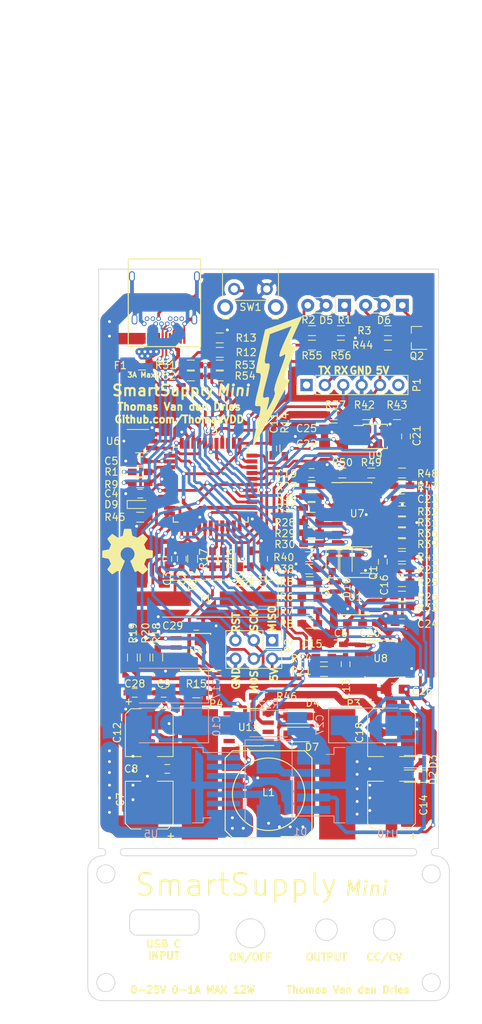
<source format=kicad_pcb>
(kicad_pcb (version 4) (host pcbnew 4.0.3-stable)
  (layers (0 F.Cu signal) (31 B.Cu signal) (34 B.Paste user hide) (35 F.Paste user hide) (36 B.SilkS user) (37 F.SilkS user) (38 B.Mask user) (39 F.Mask user) (44 Edge.Cuts user))
  (net 0 "")
  (net 1 +5V)
  (net 2 GND)
  (net 3 VUSB)
  (net 4 "Net-(C13-Pad1)")
  (net 5 "Net-(C16-Pad2)")
  (net 6 VBUS)
  (net 7 "Net-(C21-Pad2)")
  (net 8 VEE)
  (net 9 Reset)
  (net 10 "Net-(D1-Pad2)")
  (net 11 SDA)
  (net 12 SCL)
  (net 13 MISO)
  (net 14 SCK)
  (net 15 MOSI)
  (net 16 "Net-(Q1-Pad1)")
  (net 17 "Net-(Q1-Pad3)")
  (net 18 "Net-(R9-Pad2)")
  (net 19 PGOOD)
  (net 20 ADC_Iout)
  (net 21 "Net-(R31-Pad1)")
  (net 22 ADC_Vout)
  (net 23 CC2)
  (net 24 ADC_5V)
  (net 25 D+)
  (net 26 D-)
  (net 27 CC1)
  (net 28 "Net-(R47-Pad1)")
  (net 29 "Net-(R48-Pad1)")
  (net 30 VBUS_INT)
  (net 31 AREF)
  (net 32 "Net-(C1-Pad1)")
  (net 33 "Net-(C2-Pad2)")
  (net 34 "Net-(C4-Pad2)")
  (net 35 "Net-(C9-Pad2)")
  (net 36 VCC)
  (net 37 "Net-(C13-Pad2)")
  (net 38 "Net-(C14-Pad2)")
  (net 39 "Net-(C20-Pad2)")
  (net 40 "Net-(C21-Pad1)")
  (net 41 "Net-(C23-Pad2)")
  (net 42 "Net-(C24-Pad2)")
  (net 43 "Net-(C26-Pad1)")
  (net 44 "Net-(C27-Pad1)")
  (net 45 "Net-(R5-Pad2)")
  (net 46 "Net-(R6-Pad2)")
  (net 47 "Net-(R7-Pad1)")
  (net 48 "Net-(R10-Pad2)")
  (net 49 "Net-(R14-Pad1)")
  (net 50 "Net-(R18-Pad2)")
  (net 51 "Net-(R19-Pad1)")
  (net 52 "Net-(R27-Pad1)")
  (net 53 "Net-(R27-Pad2)")
  (net 54 "Net-(R28-Pad1)")
  (net 55 "Net-(R29-Pad1)")
  (net 56 "Net-(R34-Pad1)")
  (net 57 "Net-(R39-Pad2)")
  (net 58 "Net-(R46-Pad2)")
  (net 59 "Net-(R47-Pad2)")
  (net 60 RX)
  (net 61 TX)
  (net 62 "Net-(C28-Pad1)")
  (net 63 "Net-(D5-Pad1)")
  (net 64 "Net-(D5-Pad3)")
  (net 65 "Net-(D6-Pad1)")
  (net 66 "Net-(D6-Pad3)")
  (net 67 "Net-(Q2-Pad3)")
  (net 68 PWM_Iset)
  (net 69 "Net-(D4-Pad1)")
  (net 70 PWM)
  (net 71 "Net-(D8-Pad1)")
  (net 72 TXled)
  (net 73 "Net-(D9-Pad1)")
  (net 74 RXled)
  (net 75 PWM_Red)
  (net 76 PWM_Grn)
  (net 77 PWM_Vset)
  (net 78 SW)
  (net 79 TEMP)
  (net 80 "Net-(P1-Pad2)")
  (net 81 ID+)
  (net 82 ID-)
  (net 83 "Net-(D10-Pad1)")
  (net 84 "Net-(D10-Pad2)")
  (module Diodes_SMD:D_SOD-323_HandSoldering (layer F.Cu) (at 163.2 96.5 270)
    (fp_text reference D10 (at 3.5 -0.1 450) (layer F.SilkS))
    (fp_text value 1N4148)
    (pad 1 smd rect (at -1.25 0 270) (size 1 1) (layers F.Cu F.Paste F.Mask) (net 83 "Net-(D10-Pad1)"))
    (pad 2 smd rect (at 1.25 0 270) (size 1 1) (layers F.Cu F.Paste F.Mask) (net 84 "Net-(D10-Pad2)"))
  )
  (module OSHW-logo:OSHW-logo_silkscreen-front_7mm (layer F.Cu) (at 133 95)
    (fp_text reference G*** hide)
    (fp_text value OSHW-logo_silkscreen-front_7mm hide)
  )
  (module Capacitors_SMD:C_0603_HandSoldering (layer F.Cu) (at 151.75 96 90)
    (fp_text reference C1 (at -3 0 90) (layer F.SilkS))
    (fp_text value 22p)
    (pad 1 smd rect (at -0.95 0 90) (size 1.2 0.75) (layers F.Cu F.Paste F.Mask) (net 32 "Net-(C1-Pad1)"))
    (pad 2 smd rect (at 0.95 0 90) (size 1.2 0.75) (layers F.Cu F.Paste F.Mask) (net 2 GND))
  )
  (module Capacitors_SMD:C_0603_HandSoldering (layer F.Cu) (at 140.5 96 270)
    (fp_text reference C2 (at 2.75 0 270) (layer F.SilkS))
    (fp_text value 22p)
    (pad 1 smd rect (at -0.95 0 270) (size 1.2 0.75) (layers F.Cu F.Paste F.Mask) (net 2 GND))
    (pad 2 smd rect (at 0.95 0 270) (size 1.2 0.75) (layers F.Cu F.Paste F.Mask) (net 33 "Net-(C2-Pad2)"))
  )
  (module Capacitors_SMD:C_0603_HandSoldering (layer F.Cu) (at 138.5 96 90)
    (fp_text reference C3 (at -2.75 0 90) (layer F.SilkS))
    (fp_text value 100n)
    (pad 1 smd rect (at -0.95 0 90) (size 1.2 0.75) (layers F.Cu F.Paste F.Mask) (net 2 GND))
    (pad 2 smd rect (at 0.95 0 90) (size 1.2 0.75) (layers F.Cu F.Paste F.Mask) (net 9 Reset))
  )
  (module Capacitors_SMD:C_0603_HandSoldering (layer F.Cu) (at 134.75 87)
    (fp_text reference C4 (at -4 0) (layer F.SilkS))
    (fp_text value 100n)
    (pad 1 smd rect (at -0.95 0) (size 1.2 0.75) (layers F.Cu F.Paste F.Mask) (net 2 GND))
    (pad 2 smd rect (at 0.95 0) (size 1.2 0.75) (layers F.Cu F.Paste F.Mask) (net 34 "Net-(C4-Pad2)"))
  )
  (module Capacitors_SMD:C_0603_HandSoldering (layer F.Cu) (at 134.75 82.5)
    (fp_text reference C5 (at -4 0) (layer F.SilkS))
    (fp_text value 100n)
    (pad 1 smd rect (at -0.95 0) (size 1.2 0.75) (layers F.Cu F.Paste F.Mask) (net 2 GND))
    (pad 2 smd rect (at 0.95 0) (size 1.2 0.75) (layers F.Cu F.Paste F.Mask) (net 1 +5V))
  )
  (module Capacitors_SMD:C_0603_HandSoldering (layer F.Cu) (at 162.45 104.9)
    (fp_text reference C6 (at 0.05 1.35) (layer F.SilkS))
    (fp_text value 100n)
    (pad 1 smd rect (at -0.95 0) (size 1.2 0.75) (layers F.Cu F.Paste F.Mask) (net 2 GND))
    (pad 2 smd rect (at 0.95 0) (size 1.2 0.75) (layers F.Cu F.Paste F.Mask) (net 1 +5V))
  )
  (module Capacitors_SMD:CP_Elec_6.3x7.7 (layer F.Cu) (at 136 130 90)
    (fp_text reference C7 (at 0.75 -4 90) (layer F.SilkS))
    (fp_text value 220u)
    (fp_text user + (at -4.28 2.91 90) (layer F.SilkS))
    (pad 1 smd rect (at -2.7 0 270) (size 3.5 1.6) (layers F.Cu F.Paste F.Mask) (net 3 VUSB))
    (pad 2 smd rect (at 2.7 0 270) (size 3.5 1.6) (layers F.Cu F.Paste F.Mask) (net 2 GND))
  )
  (module Capacitors_SMD:C_0603_HandSoldering (layer F.Cu) (at 138.5 125 180)
    (fp_text reference C8 (at 5 0 180) (layer F.SilkS))
    (fp_text value 100n)
    (pad 1 smd rect (at -0.95 0 180) (size 1.2 0.75) (layers F.Cu F.Paste F.Mask) (net 3 VUSB))
    (pad 2 smd rect (at 0.95 0 180) (size 1.2 0.75) (layers F.Cu F.Paste F.Mask) (net 2 GND))
  )
  (module Capacitors_SMD:C_0603_HandSoldering (layer F.Cu) (at 138 114.5)
    (fp_text reference C9 (at 0 -1.25) (layer F.SilkS))
    (fp_text value 47n)
    (pad 1 smd rect (at -0.95 0) (size 1.2 0.75) (layers F.Cu F.Paste F.Mask) (net 62 "Net-(C28-Pad1)"))
    (pad 2 smd rect (at 0.95 0) (size 1.2 0.75) (layers F.Cu F.Paste F.Mask) (net 35 "Net-(C9-Pad2)"))
  )
  (module Capacitors_SMD:C_0603_HandSoldering (layer F.Cu) (at 153 80.75 270)
    (fp_text reference C11 (at -3.5 -0.25 270) (layer F.SilkS))
    (fp_text value 100n)
    (pad 1 smd rect (at -0.95 0 270) (size 1.2 0.75) (layers F.Cu F.Paste F.Mask) (net 1 +5V))
    (pad 2 smd rect (at 0.95 0 270) (size 1.2 0.75) (layers F.Cu F.Paste F.Mask) (net 2 GND))
  )
  (module Capacitors_SMD:CP_Elec_6.3x7.7 (layer F.Cu) (at 136 120 270)
    (fp_text reference C12 (at 0 4.43 270) (layer F.SilkS))
    (fp_text value 220u)
    (fp_text user + (at -4.28 2.91 270) (layer F.SilkS))
    (pad 1 smd rect (at -2.7 0 90) (size 3.5 1.6) (layers F.Cu F.Paste F.Mask) (net 36 VCC))
    (pad 2 smd rect (at 2.7 0 90) (size 3.5 1.6) (layers F.Cu F.Paste F.Mask) (net 2 GND))
  )
  (module Capacitors_SMD:C_0603_HandSoldering (layer F.Cu) (at 163.15 110.55 270)
    (fp_text reference C13 (at 3.45 -0.1 270) (layer F.SilkS))
    (fp_text value 100n)
    (pad 1 smd rect (at -0.95 0 270) (size 1.2 0.75) (layers F.Cu F.Paste F.Mask) (net 4 "Net-(C13-Pad1)"))
    (pad 2 smd rect (at 0.95 0 270) (size 1.2 0.75) (layers F.Cu F.Paste F.Mask) (net 37 "Net-(C13-Pad2)"))
  )
  (module Capacitors_SMD:C_0603_HandSoldering (layer F.Cu) (at 161.9 107.8 180)
    (fp_text reference C15 (at 3.4 0.05 180) (layer F.SilkS))
    (fp_text value 100n)
    (pad 1 smd rect (at -0.95 0 180) (size 1.2 0.75) (layers F.Cu F.Paste F.Mask) (net 1 +5V))
    (pad 2 smd rect (at 0.95 0 180) (size 1.2 0.75) (layers F.Cu F.Paste F.Mask) (net 2 GND))
  )
  (module Capacitors_SMD:C_0603_HandSoldering (layer F.Cu) (at 168.3 96.4 270)
    (fp_text reference C16 (at 3.2 -0.2 270) (layer F.SilkS))
    (fp_text value 100n)
    (pad 1 smd rect (at -0.95 0 270) (size 1.2 0.75) (layers F.Cu F.Paste F.Mask) (net 2 GND))
    (pad 2 smd rect (at 0.95 0 270) (size 1.2 0.75) (layers F.Cu F.Paste F.Mask) (net 5 "Net-(C16-Pad2)"))
  )
  (module Capacitors_SMD:CP_Elec_6.3x7.7 (layer F.Cu) (at 169.5 120 270)
    (fp_text reference C18 (at 0 4.43 270) (layer F.SilkS))
    (fp_text value 100u)
    (fp_text user + (at -4.28 2.91 270) (layer F.SilkS))
    (pad 1 smd rect (at -2.7 0 90) (size 3.5 1.6) (layers F.Cu F.Paste F.Mask) (net 2 GND))
    (pad 2 smd rect (at 2.7 0 90) (size 3.5 1.6) (layers F.Cu F.Paste F.Mask) (net 8 VEE))
  )
  (module Capacitors_SMD:C_0603_HandSoldering (layer F.Cu) (at 158.45 84.15 180)
    (fp_text reference C19 (at 3.45 -0.1 180) (layer F.SilkS))
    (fp_text value 100n)
    (pad 1 smd rect (at -0.95 0 180) (size 1.2 0.75) (layers F.Cu F.Paste F.Mask) (net 2 GND))
    (pad 2 smd rect (at 0.95 0 180) (size 1.2 0.75) (layers F.Cu F.Paste F.Mask) (net 36 VCC))
  )
  (module Capacitors_SMD:C_0603_HandSoldering (layer F.Cu) (at 166.45 104.9 180)
    (fp_text reference C20 (at -0.05 -1.35 180) (layer F.SilkS))
    (fp_text value 100n)
    (pad 1 smd rect (at -0.95 0 180) (size 1.2 0.75) (layers F.Cu F.Paste F.Mask) (net 2 GND))
    (pad 2 smd rect (at 0.95 0 180) (size 1.2 0.75) (layers F.Cu F.Paste F.Mask) (net 39 "Net-(C20-Pad2)"))
  )
  (module Capacitors_SMD:C_0603_HandSoldering (layer F.Cu) (at 171.5 79.1 90)
    (fp_text reference C21 (at 0.1 1.5 90) (layer F.SilkS))
    (fp_text value 1u)
    (pad 1 smd rect (at -0.95 0 90) (size 1.2 0.75) (layers F.Cu F.Paste F.Mask) (net 40 "Net-(C21-Pad1)"))
    (pad 2 smd rect (at 0.95 0 90) (size 1.2 0.75) (layers F.Cu F.Paste F.Mask) (net 7 "Net-(C21-Pad2)"))
  )
  (module Capacitors_SMD:C_0805_HandSoldering (layer F.Cu) (at 161.5 80.25 180)
    (fp_text reference C22 (at 3.75 0.1 180) (layer F.SilkS))
    (fp_text value 22u)
    (pad 1 smd rect (at -1.25 0 180) (size 1.5 1.25) (layers F.Cu F.Paste F.Mask) (net 6 VBUS))
    (pad 2 smd rect (at 1.25 0 180) (size 1.5 1.25) (layers F.Cu F.Paste F.Mask) (net 2 GND))
  )
  (module Capacitors_SMD:C_0603_HandSoldering (layer F.Cu) (at 170.95 87.65 180)
    (fp_text reference C23 (at -3.55 -0.1 180) (layer F.SilkS))
    (fp_text value 100n)
    (pad 1 smd rect (at -0.95 0 180) (size 1.2 0.75) (layers F.Cu F.Paste F.Mask) (net 2 GND))
    (pad 2 smd rect (at 0.95 0 180) (size 1.2 0.75) (layers F.Cu F.Paste F.Mask) (net 41 "Net-(C23-Pad2)"))
  )
  (module Capacitors_SMD:C_0603_HandSoldering (layer F.Cu) (at 170.95 104.9 180)
    (fp_text reference C24 (at -3.55 -0.1 180) (layer F.SilkS))
    (fp_text value 100n)
    (pad 1 smd rect (at -0.95 0 180) (size 1.2 0.75) (layers F.Cu F.Paste F.Mask) (net 2 GND))
    (pad 2 smd rect (at 0.95 0 180) (size 1.2 0.75) (layers F.Cu F.Paste F.Mask) (net 42 "Net-(C24-Pad2)"))
  )
  (module Capacitors_SMD:C_0805_HandSoldering (layer F.Cu) (at 161.5 78.1 180)
    (fp_text reference C25 (at 3.75 0.1 180) (layer F.SilkS))
    (fp_text value 22u)
    (pad 1 smd rect (at -1.25 0 180) (size 1.5 1.25) (layers F.Cu F.Paste F.Mask) (net 1 +5V))
    (pad 2 smd rect (at 1.25 0 180) (size 1.5 1.25) (layers F.Cu F.Paste F.Mask) (net 2 GND))
  )
  (module Capacitors_SMD:C_0805_HandSoldering (layer F.Cu) (at 170 114 180)
    (fp_text reference C26 (at -3.75 -0.25 180) (layer F.SilkS))
    (fp_text value 22u)
    (pad 1 smd rect (at -1.25 0 180) (size 1.5 1.25) (layers F.Cu F.Paste F.Mask) (net 43 "Net-(C26-Pad1)"))
    (pad 2 smd rect (at 1.25 0 180) (size 1.5 1.25) (layers F.Cu F.Paste F.Mask) (net 2 GND))
  )
  (module Diodes_SMD:D_SOD-323_HandSoldering (layer F.Cu) (at 172.5 126 180)
    (fp_text reference D2 (at -2.75 -0.25 270) (layer F.SilkS))
    (fp_text value 1N4148)
    (pad 1 smd rect (at -1.25 0 180) (size 1 1) (layers F.Cu F.Paste F.Mask) (net 2 GND))
    (pad 2 smd rect (at 1.25 0 180) (size 1 1) (layers F.Cu F.Paste F.Mask) (net 38 "Net-(C14-Pad2)"))
  )
  (module Diodes_SMD:D_SOD-323_HandSoldering (layer F.Cu) (at 172.5 124 180)
    (fp_text reference D3 (at -2.75 0 270) (layer F.SilkS))
    (fp_text value 1N4148)
    (pad 1 smd rect (at -1.25 0 180) (size 1 1) (layers F.Cu F.Paste F.Mask) (net 38 "Net-(C14-Pad2)"))
    (pad 2 smd rect (at 1.25 0 180) (size 1 1) (layers F.Cu F.Paste F.Mask) (net 8 VEE))
  )
  (module Diodes_SMD:D_SOD-123F (layer F.Cu) (at 156.5 120.25)
    (fp_text reference D4 (at 2.1 -4.35 180) (layer F.SilkS))
    (fp_text value SM4007PL-TP)
    (pad 1 smd rect (at -1.4 0) (size 1.1 1.1) (layers F.Cu F.Paste F.Mask) (net 69 "Net-(D4-Pad1)"))
    (pad 2 smd rect (at 1.4 0) (size 1.1 1.1) (layers F.Cu F.Paste F.Mask) (net 44 "Net-(C27-Pad1)"))
  )
  (module Diodes_SMD:D_SOD-123F (layer F.Cu) (at 156.5 117.75 180)
    (fp_text reference D7 (at -2 -4.25 360) (layer F.SilkS))
    (fp_text value DZ2W27000L)
    (pad 1 smd rect (at -1.4 0 180) (size 1.1 1.1) (layers F.Cu F.Paste F.Mask) (net 44 "Net-(C27-Pad1)"))
    (pad 2 smd rect (at 1.4 0 180) (size 1.1 1.1) (layers F.Cu F.Paste F.Mask) (net 2 GND))
  )
  (module Inductors:SELF-WE-PD-XXL (layer F.Cu) (at 152.5 128.5 180)
    (fp_text reference L1 (at 0 0.25 360) (layer F.SilkS))
    (fp_text value 47u)
    (fp_text user "" (at 0 0 180) (layer F.SilkS))
    (fp_text user "" (at 0 0 180) (layer F.SilkS))
    (pad 1 smd rect (at -5.00126 0 180) (size 2.90068 5.40004) (layers F.Cu F.Paste F.Mask) (net 10 "Net-(D1-Pad2)"))
    (pad 2 smd rect (at 5.00126 0 180) (size 2.90068 5.40004) (layers F.Cu F.Paste F.Mask) (net 3 VUSB))
  )
  (module Pin_Headers:Pin_Header_Straight_2x03_Pitch2.54mm (layer F.Cu) (at 153 107.25 270)
    (fp_text reference P2 (at 0.75 -2.25 450) (layer F.SilkS))
    (fp_text value ISP)
    (pad 1 thru_hole rect (at 0 0 270) (size 1.7 1.7) (drill 1) (layers *.Cu *.Mask) (net 13 MISO))
    (pad 2 thru_hole oval (at 2.54 0 270) (size 1.7 1.7) (drill 1) (layers *.Cu *.Mask) (net 1 +5V))
    (pad 3 thru_hole oval (at 0 2.54 270) (size 1.7 1.7) (drill 1) (layers *.Cu *.Mask) (net 14 SCK))
    (pad 4 thru_hole oval (at 2.54 2.54 270) (size 1.7 1.7) (drill 1) (layers *.Cu *.Mask) (net 15 MOSI))
    (pad 5 thru_hole oval (at 0 5.08 270) (size 1.7 1.7) (drill 1) (layers *.Cu *.Mask) (net 9 Reset))
    (pad 6 thru_hole oval (at 2.54 5.08 270) (size 1.7 1.7) (drill 1) (layers *.Cu *.Mask) (net 2 GND))
  )
  (module .pretty:BananaPad (layer F.Cu) (at 162 125.75)
    (fp_text reference P3 (at 2.25 -9.75) (layer F.SilkS))
    (fp_text value V+)
    (pad 1 smd rect (at 0 0) (size 5 18) (layers F.Cu F.Paste F.Mask) (net 44 "Net-(C27-Pad1)"))
  )
  (module .pretty:BananaPad (layer F.Cu) (at 143 125.75)
    (fp_text reference P4 (at 2.25 -9.75) (layer F.SilkS))
    (fp_text value V-)
    (pad 1 smd rect (at 0 0) (size 5 18) (layers F.Cu F.Paste F.Mask) (net 2 GND))
  )
  (module TO_SOT_Packages_SMD:SOT-23 (layer F.Cu) (at 165.9 96.4)
    (fp_text reference Q1 (at 1.1 1.5 90) (layer F.SilkS))
    (fp_text value IRLML0030TRPBF)
    (pad 1 smd rect (at -1 -0.95) (size 0.9 0.8) (layers F.Cu F.Paste F.Mask) (net 16 "Net-(Q1-Pad1)"))
    (pad 2 smd rect (at -1 0.95) (size 0.9 0.8) (layers F.Cu F.Paste F.Mask) (net 2 GND))
    (pad 3 smd rect (at 1 0) (size 0.9 0.8) (layers F.Cu F.Paste F.Mask) (net 17 "Net-(Q1-Pad3)"))
  )
  (module TO_SOT_Packages_SMD:SOT-23 (layer F.Cu) (at 173 65.5 180)
    (fp_text reference Q2 (at 0 -2.5 180) (layer F.SilkS))
    (fp_text value IRLML0030TRPBF)
    (pad 1 smd rect (at -1 -0.95 180) (size 0.9 0.8) (layers F.Cu F.Paste F.Mask) (net 16 "Net-(Q1-Pad1)"))
    (pad 2 smd rect (at -1 0.95 180) (size 0.9 0.8) (layers F.Cu F.Paste F.Mask) (net 65 "Net-(D6-Pad1)"))
    (pad 3 smd rect (at 1 0 180) (size 0.9 0.8) (layers F.Cu F.Paste F.Mask) (net 67 "Net-(Q2-Pad3)"))
  )
  (module Resistors_SMD:R_0603_HandSoldering (layer F.Cu) (at 162.5 64.5 180)
    (fp_text reference R1 (at -0.5 1.5 180) (layer F.SilkS))
    (fp_text value 620R)
    (pad 1 smd rect (at -1.1 0 180) (size 1.2 0.9) (layers F.Cu F.Paste F.Mask) (net 63 "Net-(D5-Pad1)"))
    (pad 2 smd rect (at 1.1 0 180) (size 1.2 0.9) (layers F.Cu F.Paste F.Mask) (net 75 PWM_Red))
  )
  (module Resistors_SMD:R_0603_HandSoldering (layer F.Cu) (at 158.5 64.5)
    (fp_text reference R2 (at -0.5 -1.5) (layer F.SilkS))
    (fp_text value 620R)
    (pad 1 smd rect (at -1.1 0) (size 1.2 0.9) (layers F.Cu F.Paste F.Mask) (net 64 "Net-(D5-Pad3)"))
    (pad 2 smd rect (at 1.1 0) (size 1.2 0.9) (layers F.Cu F.Paste F.Mask) (net 76 PWM_Grn))
  )
  (module Resistors_SMD:R_0603_HandSoldering (layer F.Cu) (at 169 64.5)
    (fp_text reference R3 (at -3.25 0) (layer F.SilkS))
    (fp_text value 620R)
    (pad 1 smd rect (at -1.1 0) (size 1.2 0.9) (layers F.Cu F.Paste F.Mask) (net 66 "Net-(D6-Pad3)"))
    (pad 2 smd rect (at 1.1 0) (size 1.2 0.9) (layers F.Cu F.Paste F.Mask) (net 68 PWM_Iset))
  )
  (module Resistors_SMD:R_0603_HandSoldering (layer F.Cu) (at 158.2 99.15)
    (fp_text reference R5 (at -3.2 0.1) (layer F.SilkS))
    (fp_text value "12k 0.1%")
    (pad 1 smd rect (at -1.1 0) (size 1.2 0.9) (layers F.Cu F.Paste F.Mask) (net 6 VBUS))
    (pad 2 smd rect (at 1.1 0) (size 1.2 0.9) (layers F.Cu F.Paste F.Mask) (net 45 "Net-(R5-Pad2)"))
  )
  (module Resistors_SMD:R_0603_HandSoldering (layer F.Cu) (at 158.2 101.15 180)
    (fp_text reference R6 (at 3.2 -0.1 180) (layer F.SilkS))
    (fp_text value "12k 0.1%")
    (pad 1 smd rect (at -1.1 0 180) (size 1.2 0.9) (layers F.Cu F.Paste F.Mask) (net 45 "Net-(R5-Pad2)"))
    (pad 2 smd rect (at 1.1 0 180) (size 1.2 0.9) (layers F.Cu F.Paste F.Mask) (net 46 "Net-(R6-Pad2)"))
  )
  (module Resistors_SMD:R_0603_HandSoldering (layer F.Cu) (at 158.2 103.15 180)
    (fp_text reference R7 (at 3.2 -0.1 180) (layer F.SilkS))
    (fp_text value "3k 0.1%")
    (pad 1 smd rect (at -1.1 0 180) (size 1.2 0.9) (layers F.Cu F.Paste F.Mask) (net 47 "Net-(R7-Pad1)"))
    (pad 2 smd rect (at 1.1 0 180) (size 1.2 0.9) (layers F.Cu F.Paste F.Mask) (net 46 "Net-(R6-Pad2)"))
  )
  (module Resistors_SMD:R_0603_HandSoldering (layer F.Cu) (at 158.2 104.9)
    (fp_text reference R8 (at -3.2 0.1) (layer F.SilkS))
    (fp_text value "3k 0.1%")
    (pad 1 smd rect (at -1.1 0) (size 1.2 0.9) (layers F.Cu F.Paste F.Mask) (net 2 GND))
    (pad 2 smd rect (at 1.1 0) (size 1.2 0.9) (layers F.Cu F.Paste F.Mask) (net 47 "Net-(R7-Pad1)"))
  )
  (module Resistors_SMD:R_0603_HandSoldering (layer F.Cu) (at 134.75 85.5)
    (fp_text reference R9 (at -4 0.25) (layer F.SilkS))
    (fp_text value 22R)
    (pad 1 smd rect (at -1.1 0) (size 1.2 0.9) (layers F.Cu F.Paste F.Mask) (net 25 D+))
    (pad 2 smd rect (at 1.1 0) (size 1.2 0.9) (layers F.Cu F.Paste F.Mask) (net 18 "Net-(R9-Pad2)"))
  )
  (module Resistors_SMD:R_0603_HandSoldering (layer F.Cu) (at 134.75 84)
    (fp_text reference R10 (at -3.5 0) (layer F.SilkS))
    (fp_text value 22R)
    (pad 1 smd rect (at -1.1 0) (size 1.2 0.9) (layers F.Cu F.Paste F.Mask) (net 26 D-))
    (pad 2 smd rect (at 1.1 0) (size 1.2 0.9) (layers F.Cu F.Paste F.Mask) (net 48 "Net-(R10-Pad2)"))
  )
  (module Resistors_SMD:R_0603_HandSoldering (layer F.Cu) (at 142 96 270)
    (fp_text reference R11 (at 3 0 270) (layer F.SilkS))
    (fp_text value 10k)
    (pad 1 smd rect (at -1.1 0 270) (size 1.2 0.9) (layers F.Cu F.Paste F.Mask) (net 9 Reset))
    (pad 2 smd rect (at 1.1 0 270) (size 1.2 0.9) (layers F.Cu F.Paste F.Mask) (net 1 +5V))
  )
  (module Resistors_SMD:R_0603_HandSoldering (layer F.Cu) (at 145.75 67.5 180)
    (fp_text reference R12 (at -3.65 0 180) (layer F.SilkS))
    (fp_text value 5k1)
    (pad 1 smd rect (at -1.1 0 180) (size 1.2 0.9) (layers F.Cu F.Paste F.Mask) (net 2 GND))
    (pad 2 smd rect (at 1.1 0 180) (size 1.2 0.9) (layers F.Cu F.Paste F.Mask) (net 27 CC1))
  )
  (module Resistors_SMD:R_0603_HandSoldering (layer F.Cu) (at 145.75 65.5 180)
    (fp_text reference R13 (at -3.65 0 180) (layer F.SilkS))
    (fp_text value 5k1)
    (pad 1 smd rect (at -1.1 0 180) (size 1.2 0.9) (layers F.Cu F.Paste F.Mask) (net 2 GND))
    (pad 2 smd rect (at 1.1 0 180) (size 1.2 0.9) (layers F.Cu F.Paste F.Mask) (net 23 CC2))
  )
  (module Resistors_SMD:R_0603_HandSoldering (layer F.Cu) (at 154.75 80.75 90)
    (fp_text reference R14 (at 3.5 0 90) (layer F.SilkS))
    (fp_text value 10k)
    (pad 1 smd rect (at -1.1 0 90) (size 1.2 0.9) (layers F.Cu F.Paste F.Mask) (net 49 "Net-(R14-Pad1)"))
    (pad 2 smd rect (at 1.1 0 90) (size 1.2 0.9) (layers F.Cu F.Paste F.Mask) (net 2 GND))
  )
  (module Resistors_SMD:R_0603_HandSoldering (layer F.Cu) (at 142.5 114.5 180)
    (fp_text reference R15 (at 0 1.25 180) (layer F.SilkS))
    (fp_text value 1k)
    (pad 1 smd rect (at -1.1 0 180) (size 1.2 0.9) (layers F.Cu F.Paste F.Mask) (net 2 GND))
    (pad 2 smd rect (at 1.1 0 180) (size 1.2 0.9) (layers F.Cu F.Paste F.Mask) (net 35 "Net-(C9-Pad2)"))
  )
  (module Resistors_SMD:R_0603_HandSoldering (layer F.Cu) (at 146.25 96 90)
    (fp_text reference R16 (at 0 1 90) (layer F.SilkS))
    (fp_text value 5k1)
    (pad 1 smd rect (at -1.1 0 90) (size 1.2 0.9) (layers F.Cu F.Paste F.Mask) (net 1 +5V))
    (pad 2 smd rect (at 1.1 0 90) (size 1.2 0.9) (layers F.Cu F.Paste F.Mask) (net 11 SDA))
  )
  (module Resistors_SMD:R_0603_HandSoldering (layer F.Cu) (at 144.75 96 90)
    (fp_text reference R17 (at 0 -1.25 90) (layer F.SilkS))
    (fp_text value 5k1)
    (pad 1 smd rect (at -1.1 0 90) (size 1.2 0.9) (layers F.Cu F.Paste F.Mask) (net 1 +5V))
    (pad 2 smd rect (at 1.1 0 90) (size 1.2 0.9) (layers F.Cu F.Paste F.Mask) (net 12 SCL))
  )
  (module Resistors_SMD:R_0603_HandSoldering (layer F.Cu) (at 137.175 109.625 90)
    (fp_text reference R18 (at 3.375 -0.175 90) (layer F.SilkS))
    (fp_text value 620R)
    (pad 1 smd rect (at -1.1 0 90) (size 1.2 0.9) (layers F.Cu F.Paste F.Mask) (net 2 GND))
    (pad 2 smd rect (at 1.1 0 90) (size 1.2 0.9) (layers F.Cu F.Paste F.Mask) (net 50 "Net-(R18-Pad2)"))
  )
  (module Resistors_SMD:R_0603_HandSoldering (layer F.Cu) (at 133.675 109.625 270)
    (fp_text reference R19 (at -3.375 -0.075 270) (layer F.SilkS))
    (fp_text value 10k)
    (pad 1 smd rect (at -1.1 0 270) (size 1.2 0.9) (layers F.Cu F.Paste F.Mask) (net 51 "Net-(R19-Pad1)"))
    (pad 2 smd rect (at 1.1 0 270) (size 1.2 0.9) (layers F.Cu F.Paste F.Mask) (net 69 "Net-(D4-Pad1)"))
  )
  (module Resistors_SMD:R_0603_HandSoldering (layer F.Cu) (at 135.425 109.625 90)
    (fp_text reference R20 (at 3.375 0.075 90) (layer F.SilkS))
    (fp_text value 2.2k)
    (pad 1 smd rect (at -1.1 0 90) (size 1.2 0.9) (layers F.Cu F.Paste F.Mask) (net 2 GND))
    (pad 2 smd rect (at 1.1 0 90) (size 1.2 0.9) (layers F.Cu F.Paste F.Mask) (net 51 "Net-(R19-Pad1)"))
  )
  (module Resistors_SMD:R_0603_HandSoldering (layer F.Cu) (at 160.15 111.55 180)
    (fp_text reference R21 (at 3.15 0.05 180) (layer F.SilkS))
    (fp_text value 10R)
    (pad 1 smd rect (at -1.1 0 180) (size 1.2 0.9) (layers F.Cu F.Paste F.Mask) (net 37 "Net-(C13-Pad2)"))
    (pad 2 smd rect (at 1.1 0 180) (size 1.2 0.9) (layers F.Cu F.Paste F.Mask) (net 36 VCC))
  )
  (module Resistors_SMD:R_0603_HandSoldering (layer F.Cu) (at 170.95 97.4 180)
    (fp_text reference R23 (at -3.55 -0.1 180) (layer F.SilkS))
    (fp_text value 10k)
    (pad 1 smd rect (at -1.1 0 180) (size 1.2 0.9) (layers F.Cu F.Paste F.Mask) (net 5 "Net-(C16-Pad2)"))
    (pad 2 smd rect (at 1.1 0 180) (size 1.2 0.9) (layers F.Cu F.Paste F.Mask) (net 68 PWM_Iset))
  )
  (module Resistors_SMD:R_0603_HandSoldering (layer F.Cu) (at 160.15 109.55 180)
    (fp_text reference R24 (at 3.15 -0.2 360) (layer F.SilkS))
    (fp_text value 10R)
    (pad 1 smd rect (at -1.1 0 180) (size 1.2 0.9) (layers F.Cu F.Paste F.Mask) (net 4 "Net-(C13-Pad1)"))
    (pad 2 smd rect (at 1.1 0 180) (size 1.2 0.9) (layers F.Cu F.Paste F.Mask) (net 69 "Net-(D4-Pad1)"))
  )
  (module Resistors_SMD:R_0603_HandSoldering (layer F.Cu) (at 170.95 99.15)
    (fp_text reference R25 (at 3.55 0.1) (layer F.SilkS))
    (fp_text value 10k)
    (pad 1 smd rect (at -1.1 0) (size 1.2 0.9) (layers F.Cu F.Paste F.Mask) (net 2 GND))
    (pad 2 smd rect (at 1.1 0) (size 1.2 0.9) (layers F.Cu F.Paste F.Mask) (net 5 "Net-(C16-Pad2)"))
  )
  (module Resistors_SMD:R_0603_HandSoldering (layer F.Cu) (at 170.95 101.15)
    (fp_text reference R26 (at 3.55 0.1) (layer F.SilkS))
    (fp_text value 10k)
    (pad 1 smd rect (at -1.1 0) (size 1.2 0.9) (layers F.Cu F.Paste F.Mask) (net 39 "Net-(C20-Pad2)"))
    (pad 2 smd rect (at 1.1 0) (size 1.2 0.9) (layers F.Cu F.Paste F.Mask) (net 5 "Net-(C16-Pad2)"))
  )
  (module Resistors_SMD:R_0603_HandSoldering (layer F.Cu) (at 158.45 85.9)
    (fp_text reference R27 (at -3.45 0.1) (layer F.SilkS))
    (fp_text value "3k 0.1%")
    (pad 1 smd rect (at -1.1 0) (size 1.2 0.9) (layers F.Cu F.Paste F.Mask) (net 52 "Net-(R27-Pad1)"))
    (pad 2 smd rect (at 1.1 0) (size 1.2 0.9) (layers F.Cu F.Paste F.Mask) (net 53 "Net-(R27-Pad2)"))
  )
  (module Resistors_SMD:R_0603_HandSoldering (layer F.Cu) (at 158.45 90.9 180)
    (fp_text reference R28 (at 3.7 -0.1 180) (layer F.SilkS))
    (fp_text value "3k 0.1%")
    (pad 1 smd rect (at -1.1 0 180) (size 1.2 0.9) (layers F.Cu F.Paste F.Mask) (net 54 "Net-(R28-Pad1)"))
    (pad 2 smd rect (at 1.1 0 180) (size 1.2 0.9) (layers F.Cu F.Paste F.Mask) (net 36 VCC))
  )
  (module Resistors_SMD:R_0603_HandSoldering (layer F.Cu) (at 158.45 92.4)
    (fp_text reference R29 (at -3.7 0.1) (layer F.SilkS))
    (fp_text value "3k 0.1%")
    (pad 1 smd rect (at -1.1 0) (size 1.2 0.9) (layers F.Cu F.Paste F.Mask) (net 55 "Net-(R29-Pad1)"))
    (pad 2 smd rect (at 1.1 0) (size 1.2 0.9) (layers F.Cu F.Paste F.Mask) (net 54 "Net-(R28-Pad1)"))
  )
  (module Resistors_SMD:R_0603_HandSoldering (layer F.Cu) (at 158.45 93.9 180)
    (fp_text reference R30 (at 3.7 -0.1 180) (layer F.SilkS))
    (fp_text value "12k 0.1%")
    (pad 1 smd rect (at -1.1 0 180) (size 1.2 0.9) (layers F.Cu F.Paste F.Mask) (net 2 GND))
    (pad 2 smd rect (at 1.1 0 180) (size 1.2 0.9) (layers F.Cu F.Paste F.Mask) (net 55 "Net-(R29-Pad1)"))
  )
  (module Resistors_SMD:R_0603_HandSoldering (layer F.Cu) (at 170.95 90.9)
    (fp_text reference R31 (at 3.55 0.1) (layer F.SilkS))
    (fp_text value "3k 0.1%")
    (pad 1 smd rect (at -1.1 0) (size 1.2 0.9) (layers F.Cu F.Paste F.Mask) (net 21 "Net-(R31-Pad1)"))
    (pad 2 smd rect (at 1.1 0) (size 1.2 0.9) (layers F.Cu F.Paste F.Mask) (net 2 GND))
  )
  (module Resistors_SMD:R_0603_HandSoldering (layer F.Cu) (at 170.95 89.4)
    (fp_text reference R32 (at 3.55 0.1) (layer F.SilkS))
    (fp_text value 10k)
    (pad 1 smd rect (at -1.1 0) (size 1.2 0.9) (layers F.Cu F.Paste F.Mask) (net 41 "Net-(C23-Pad2)"))
    (pad 2 smd rect (at 1.1 0) (size 1.2 0.9) (layers F.Cu F.Paste F.Mask) (net 77 PWM_Vset))
  )
  (module Resistors_SMD:R_0603_HandSoldering (layer F.Cu) (at 170.95 102.65)
    (fp_text reference R33 (at 3.55 0.1) (layer F.SilkS))
    (fp_text value 1k)
    (pad 1 smd rect (at -1.1 0) (size 1.2 0.9) (layers F.Cu F.Paste F.Mask) (net 42 "Net-(C24-Pad2)"))
    (pad 2 smd rect (at 1.1 0) (size 1.2 0.9) (layers F.Cu F.Paste F.Mask) (net 20 ADC_Iout))
  )
  (module Resistors_SMD:R_0603_HandSoldering (layer F.Cu) (at 158.45 87.4 180)
    (fp_text reference R34 (at 3.45 -0.1 180) (layer F.SilkS))
    (fp_text value "12k 0.1%")
    (pad 1 smd rect (at -1.1 0 180) (size 1.2 0.9) (layers F.Cu F.Paste F.Mask) (net 56 "Net-(R34-Pad1)"))
    (pad 2 smd rect (at 1.1 0 180) (size 1.2 0.9) (layers F.Cu F.Paste F.Mask) (net 52 "Net-(R27-Pad1)"))
  )
  (module Resistors_SMD:R_0603_HandSoldering (layer F.Cu) (at 158.45 88.9)
    (fp_text reference R35 (at -3.45 0.1) (layer F.SilkS))
    (fp_text value "3k 0.1%")
    (pad 1 smd rect (at -1.1 0) (size 1.2 0.9) (layers F.Cu F.Paste F.Mask) (net 20 ADC_Iout))
    (pad 2 smd rect (at 1.1 0) (size 1.2 0.9) (layers F.Cu F.Paste F.Mask) (net 56 "Net-(R34-Pad1)"))
  )
  (module Resistors_SMD:R_0603_HandSoldering (layer F.Cu) (at 170.95 92.4 180)
    (fp_text reference R36 (at -3.55 -0.1 180) (layer F.SilkS))
    (fp_text value "12k 0.1%")
    (pad 1 smd rect (at -1.1 0 180) (size 1.2 0.9) (layers F.Cu F.Paste F.Mask) (net 43 "Net-(C26-Pad1)"))
    (pad 2 smd rect (at 1.1 0 180) (size 1.2 0.9) (layers F.Cu F.Paste F.Mask) (net 21 "Net-(R31-Pad1)"))
  )
  (module Resistors_SMD:R_0603_HandSoldering (layer F.Cu) (at 161.5 76.1 180)
    (fp_text reference R37 (at -0.25 1.35 180) (layer F.SilkS))
    (fp_text value 10k)
    (pad 1 smd rect (at -1.1 0 180) (size 1.2 0.9) (layers F.Cu F.Paste F.Mask) (net 19 PGOOD))
    (pad 2 smd rect (at 1.1 0 180) (size 1.2 0.9) (layers F.Cu F.Paste F.Mask) (net 1 +5V))
  )
  (module Resistors_SMD:R_0603_HandSoldering (layer F.Cu) (at 158.1 97.4 180)
    (fp_text reference R38 (at 3.5 0 360) (layer F.SilkS))
    (fp_text value 10k)
    (pad 1 smd rect (at -1.1 0 180) (size 1.2 0.9) (layers F.Cu F.Paste F.Mask) (net 83 "Net-(D10-Pad1)"))
    (pad 2 smd rect (at 1.1 0 180) (size 1.2 0.9) (layers F.Cu F.Paste F.Mask) (net 2 GND))
  )
  (module Resistors_SMD:R_0603_HandSoldering (layer F.Cu) (at 170.95 93.9 180)
    (fp_text reference R39 (at -3.55 -0.1 180) (layer F.SilkS))
    (fp_text value 1k)
    (pad 1 smd rect (at -1.1 0 180) (size 1.2 0.9) (layers F.Cu F.Paste F.Mask) (net 17 "Net-(Q1-Pad3)"))
    (pad 2 smd rect (at 1.1 0 180) (size 1.2 0.9) (layers F.Cu F.Paste F.Mask) (net 57 "Net-(R39-Pad2)"))
  )
  (module Resistors_SMD:R_0603_HandSoldering (layer F.Cu) (at 158.1 95.7 180)
    (fp_text reference R40 (at 3.5 -0.1 180) (layer F.SilkS))
    (fp_text value 1k)
    (pad 1 smd rect (at -1.1 0 180) (size 1.2 0.9) (layers F.Cu F.Paste F.Mask) (net 16 "Net-(Q1-Pad1)"))
    (pad 2 smd rect (at 1.1 0 180) (size 1.2 0.9) (layers F.Cu F.Paste F.Mask) (net 83 "Net-(D10-Pad1)"))
  )
  (module Resistors_SMD:R_0603_HandSoldering (layer F.Cu) (at 170.95 95.65)
    (fp_text reference R41 (at 3.55 0.1) (layer F.SilkS))
    (fp_text value 100R)
    (pad 1 smd rect (at -1.1 0) (size 1.2 0.9) (layers F.Cu F.Paste F.Mask) (net 17 "Net-(Q1-Pad3)"))
    (pad 2 smd rect (at 1.1 0) (size 1.2 0.9) (layers F.Cu F.Paste F.Mask) (net 43 "Net-(C26-Pad1)"))
  )
  (module Resistors_SMD:R_0603_HandSoldering (layer F.Cu) (at 166 76.1 180)
    (fp_text reference R42 (at 0.25 1.35 180) (layer F.SilkS))
    (fp_text value "12k 0.1%")
    (pad 1 smd rect (at -1.1 0 180) (size 1.2 0.9) (layers F.Cu F.Paste F.Mask) (net 24 ADC_5V))
    (pad 2 smd rect (at 1.1 0 180) (size 1.2 0.9) (layers F.Cu F.Paste F.Mask) (net 1 +5V))
  )
  (module Resistors_SMD:R_0603_HandSoldering (layer F.Cu) (at 170.25 76.1 180)
    (fp_text reference R43 (at 0 1.35 180) (layer F.SilkS))
    (fp_text value "3k 0.1%")
    (pad 1 smd rect (at -1.1 0 180) (size 1.2 0.9) (layers F.Cu F.Paste F.Mask) (net 2 GND))
    (pad 2 smd rect (at 1.1 0 180) (size 1.2 0.9) (layers F.Cu F.Paste F.Mask) (net 24 ADC_5V))
  )
  (module Resistors_SMD:R_0603_HandSoldering (layer F.Cu) (at 169 66.5 180)
    (fp_text reference R44 (at 3.5 0 180) (layer F.SilkS))
    (fp_text value 620R)
    (pad 1 smd rect (at -1.1 0 180) (size 1.2 0.9) (layers F.Cu F.Paste F.Mask) (net 67 "Net-(Q2-Pad3)"))
    (pad 2 smd rect (at 1.1 0 180) (size 1.2 0.9) (layers F.Cu F.Paste F.Mask) (net 1 +5V))
  )
  (module Resistors_SMD:R_0603_HandSoldering (layer F.Cu) (at 151.5 115 180)
    (fp_text reference R46 (at -3.5 0 180) (layer F.SilkS))
    (fp_text value 100R)
    (pad 1 smd rect (at -1.1 0 180) (size 1.2 0.9) (layers F.Cu F.Paste F.Mask) (net 8 VEE))
    (pad 2 smd rect (at 1.1 0 180) (size 1.2 0.9) (layers F.Cu F.Paste F.Mask) (net 58 "Net-(R46-Pad2)"))
  )
  (module Resistors_SMD:R_0603_HandSoldering (layer F.Cu) (at 170.95 85.9 180)
    (fp_text reference R47 (at -3.55 -0.1 180) (layer F.SilkS))
    (fp_text value "12k 0.1%")
    (pad 1 smd rect (at -1.1 0 180) (size 1.2 0.9) (layers F.Cu F.Paste F.Mask) (net 28 "Net-(R47-Pad1)"))
    (pad 2 smd rect (at 1.1 0 180) (size 1.2 0.9) (layers F.Cu F.Paste F.Mask) (net 59 "Net-(R47-Pad2)"))
  )
  (module Resistors_SMD:R_0603_HandSoldering (layer F.Cu) (at 170.95 84.15)
    (fp_text reference R48 (at 3.55 0.1) (layer F.SilkS))
    (fp_text value "12k 0.1%")
    (pad 1 smd rect (at -1.1 0) (size 1.2 0.9) (layers F.Cu F.Paste F.Mask) (net 29 "Net-(R48-Pad1)"))
    (pad 2 smd rect (at 1.1 0) (size 1.2 0.9) (layers F.Cu F.Paste F.Mask) (net 28 "Net-(R47-Pad1)"))
  )
  (module Resistors_SMD:R_0603_HandSoldering (layer F.Cu) (at 166.7 84.15)
    (fp_text reference R49 (at 0 -1.45) (layer F.SilkS))
    (fp_text value "3k 0.1%")
    (pad 1 smd rect (at -1.1 0) (size 1.2 0.9) (layers F.Cu F.Paste F.Mask) (net 22 ADC_Vout))
    (pad 2 smd rect (at 1.1 0) (size 1.2 0.9) (layers F.Cu F.Paste F.Mask) (net 29 "Net-(R48-Pad1)"))
  )
  (module Resistors_SMD:R_0603_HandSoldering (layer F.Cu) (at 162.7 84.15)
    (fp_text reference R50 (at 0 -1.45) (layer F.SilkS))
    (fp_text value "3k 0.1%")
    (pad 1 smd rect (at -1.1 0) (size 1.2 0.9) (layers F.Cu F.Paste F.Mask) (net 2 GND))
    (pad 2 smd rect (at 1.1 0) (size 1.2 0.9) (layers F.Cu F.Paste F.Mask) (net 22 ADC_Vout))
  )
  (module Housings_SOIC:SOIC-8_3.9x4.9mm_Pitch1.27mm (layer F.Cu) (at 164.45 101.15)
    (fp_text reference U1 (at 0.05 0.1) (layer F.SilkS))
    (fp_text value OPA2170)
    (pad 1 smd rect (at -2.7 -1.905) (size 1.55 0.6) (layers F.Cu F.Paste F.Mask) (net 30 VBUS_INT))
    (pad 2 smd rect (at -2.7 -0.635) (size 1.55 0.6) (layers F.Cu F.Paste F.Mask) (net 31 AREF))
    (pad 3 smd rect (at -2.7 0.635) (size 1.55 0.6) (layers F.Cu F.Paste F.Mask) (net 45 "Net-(R5-Pad2)"))
    (pad 4 smd rect (at -2.7 1.905) (size 1.55 0.6) (layers F.Cu F.Paste F.Mask) (net 2 GND))
    (pad 5 smd rect (at 2.7 1.905) (size 1.55 0.6) (layers F.Cu F.Paste F.Mask) (net 42 "Net-(C24-Pad2)"))
    (pad 6 smd rect (at 2.7 0.635) (size 1.55 0.6) (layers F.Cu F.Paste F.Mask) (net 39 "Net-(C20-Pad2)"))
    (pad 7 smd rect (at 2.7 -0.635) (size 1.55 0.6) (layers F.Cu F.Paste F.Mask) (net 84 "Net-(D10-Pad2)"))
    (pad 8 smd rect (at 2.7 -1.905) (size 1.55 0.6) (layers F.Cu F.Paste F.Mask) (net 1 +5V))
  )
  (module Housings_QFP:TQFP-44_10x10mm_Pitch0.8mm (layer F.Cu) (at 144.5 85.75)
    (fp_text reference U3 (at 0 -7.45) (layer F.SilkS))
    (fp_text value ATMEGA32U4RC-A)
    (pad 1 smd rect (at -5.7 -4) (size 1.5 0.55) (layers F.Cu F.Paste F.Mask) (net 30 VBUS_INT))
    (pad 2 smd rect (at -5.7 -3.2) (size 1.5 0.55) (layers F.Cu F.Paste F.Mask) (net 1 +5V))
    (pad 3 smd rect (at -5.7 -2.4) (size 1.5 0.55) (layers F.Cu F.Paste F.Mask) (net 48 "Net-(R10-Pad2)"))
    (pad 4 smd rect (at -5.7 -1.6) (size 1.5 0.55) (layers F.Cu F.Paste F.Mask) (net 18 "Net-(R9-Pad2)"))
    (pad 5 smd rect (at -5.7 -0.8) (size 1.5 0.55) (layers F.Cu F.Paste F.Mask) (net 2 GND))
    (pad 6 smd rect (at -5.7 0) (size 1.5 0.55) (layers F.Cu F.Paste F.Mask) (net 34 "Net-(C4-Pad2)"))
    (pad 7 smd rect (at -5.7 0.8) (size 1.5 0.55) (layers F.Cu F.Paste F.Mask) (net 6 VBUS))
    (pad 8 smd rect (at -5.7 1.6) (size 1.5 0.55) (layers F.Cu F.Paste F.Mask) (net 74 RXled))
    (pad 9 smd rect (at -5.7 2.4) (size 1.5 0.55) (layers F.Cu F.Paste F.Mask) (net 14 SCK))
    (pad 10 smd rect (at -5.7 3.2) (size 1.5 0.55) (layers F.Cu F.Paste F.Mask) (net 15 MOSI))
    (pad 11 smd rect (at -5.7 4) (size 1.5 0.55) (layers F.Cu F.Paste F.Mask) (net 13 MISO))
    (pad 12 smd rect (at -4 5.7 90) (size 1.5 0.55) (layers F.Cu F.Paste F.Mask) (net 70 PWM))
    (pad 13 smd rect (at -3.2 5.7 90) (size 1.5 0.55) (layers F.Cu F.Paste F.Mask) (net 9 Reset))
    (pad 14 smd rect (at -2.4 5.7 90) (size 1.5 0.55) (layers F.Cu F.Paste F.Mask) (net 1 +5V))
    (pad 15 smd rect (at -1.6 5.7 90) (size 1.5 0.55) (layers F.Cu F.Paste F.Mask) (net 2 GND))
    (pad 16 smd rect (at -0.8 5.7 90) (size 1.5 0.55) (layers F.Cu F.Paste F.Mask) (net 33 "Net-(C2-Pad2)"))
    (pad 17 smd rect (at 0 5.7 90) (size 1.5 0.55) (layers F.Cu F.Paste F.Mask) (net 32 "Net-(C1-Pad1)"))
    (pad 18 smd rect (at 0.8 5.7 90) (size 1.5 0.55) (layers F.Cu F.Paste F.Mask) (net 12 SCL))
    (pad 19 smd rect (at 1.6 5.7 90) (size 1.5 0.55) (layers F.Cu F.Paste F.Mask) (net 11 SDA))
    (pad 20 smd rect (at 2.4 5.7 90) (size 1.5 0.55) (layers F.Cu F.Paste F.Mask) (net 60 RX))
    (pad 21 smd rect (at 3.2 5.7 90) (size 1.5 0.55) (layers F.Cu F.Paste F.Mask) (net 61 TX))
    (pad 22 smd rect (at 4 5.7 90) (size 1.5 0.55) (layers F.Cu F.Paste F.Mask) (net 72 TXled))
    (pad 23 smd rect (at 5.7 4) (size 1.5 0.55) (layers F.Cu F.Paste F.Mask) (net 2 GND))
    (pad 24 smd rect (at 5.7 3.2) (size 1.5 0.55) (layers F.Cu F.Paste F.Mask) (net 1 +5V))
    (pad 25 smd rect (at 5.7 2.4) (size 1.5 0.55) (layers F.Cu F.Paste F.Mask) (net 78 SW))
    (pad 26 smd rect (at 5.7 1.6) (size 1.5 0.55) (layers F.Cu F.Paste F.Mask) (net 27 CC1))
    (pad 27 smd rect (at 5.7 0.8) (size 1.5 0.55) (layers F.Cu F.Paste F.Mask) (net 23 CC2))
    (pad 28 smd rect (at 5.7 0) (size 1.5 0.55) (layers F.Cu F.Paste F.Mask) (net 24 ADC_5V))
    (pad 29 smd rect (at 5.7 -0.8) (size 1.5 0.55) (layers F.Cu F.Paste F.Mask) (net 77 PWM_Vset))
    (pad 30 smd rect (at 5.7 -1.6) (size 1.5 0.55) (layers F.Cu F.Paste F.Mask) (net 68 PWM_Iset))
    (pad 31 smd rect (at 5.7 -2.4) (size 1.5 0.55) (layers F.Cu F.Paste F.Mask) (net 76 PWM_Grn))
    (pad 32 smd rect (at 5.7 -3.2) (size 1.5 0.55) (layers F.Cu F.Paste F.Mask) (net 75 PWM_Red))
    (pad 33 smd rect (at 5.7 -4) (size 1.5 0.55) (layers F.Cu F.Paste F.Mask) (net 49 "Net-(R14-Pad1)"))
    (pad 34 smd rect (at 4 -5.7 90) (size 1.5 0.55) (layers F.Cu F.Paste F.Mask) (net 1 +5V))
    (pad 35 smd rect (at 3.2 -5.7 90) (size 1.5 0.55) (layers F.Cu F.Paste F.Mask) (net 2 GND))
    (pad 36 smd rect (at 2.4 -5.7 90) (size 1.5 0.55) (layers F.Cu F.Paste F.Mask) (net 82 ID-))
    (pad 37 smd rect (at 1.6 -5.7 90) (size 1.5 0.55) (layers F.Cu F.Paste F.Mask) (net 81 ID+))
    (pad 38 smd rect (at 0.8 -5.7 90) (size 1.5 0.55) (layers F.Cu F.Paste F.Mask) (net 20 ADC_Iout))
    (pad 39 smd rect (at 0 -5.7 90) (size 1.5 0.55) (layers F.Cu F.Paste F.Mask) (net 22 ADC_Vout))
    (pad 40 smd rect (at -0.8 -5.7 90) (size 1.5 0.55) (layers F.Cu F.Paste F.Mask) (net 19 PGOOD))
    (pad 41 smd rect (at -1.6 -5.7 90) (size 1.5 0.55) (layers F.Cu F.Paste F.Mask) (net 79 TEMP))
    (pad 42 smd rect (at -2.4 -5.7 90) (size 1.5 0.55) (layers F.Cu F.Paste F.Mask) (net 31 AREF))
    (pad 43 smd rect (at -3.2 -5.7 90) (size 1.5 0.55) (layers F.Cu F.Paste F.Mask) (net 2 GND))
    (pad 44 smd rect (at -4 -5.7 90) (size 1.5 0.55) (layers F.Cu F.Paste F.Mask) (net 1 +5V))
  )
  (module Housings_SOIC:SOIC-8_3.9x4.9mm_Pitch1.27mm (layer F.Cu) (at 142.425 108.875 180)
    (fp_text reference U4 (at -0.075 0.125 180) (layer F.SilkS))
    (fp_text value MCP41010)
    (pad 1 smd rect (at -2.7 -1.905 180) (size 1.55 0.6) (layers F.Cu F.Paste F.Mask) (net 24 ADC_5V))
    (pad 2 smd rect (at -2.7 -0.635 180) (size 1.55 0.6) (layers F.Cu F.Paste F.Mask) (net 14 SCK))
    (pad 3 smd rect (at -2.7 0.635 180) (size 1.55 0.6) (layers F.Cu F.Paste F.Mask) (net 15 MOSI))
    (pad 4 smd rect (at -2.7 1.905 180) (size 1.55 0.6) (layers F.Cu F.Paste F.Mask) (net 2 GND))
    (pad 5 smd rect (at 2.7 1.905 180) (size 1.55 0.6) (layers F.Cu F.Paste F.Mask) (net 51 "Net-(R19-Pad1)"))
    (pad 6 smd rect (at 2.7 0.635 180) (size 1.55 0.6) (layers F.Cu F.Paste F.Mask) (net 50 "Net-(R18-Pad2)"))
    (pad 7 smd rect (at 2.7 -0.635 180) (size 1.55 0.6) (layers F.Cu F.Paste F.Mask))
    (pad 8 smd rect (at 2.7 -1.905 180) (size 1.55 0.6) (layers F.Cu F.Paste F.Mask) (net 1 +5V))
  )
  (module TO_SOT_Packages_SMD:SOT-23-6_Handsoldering (layer F.Cu) (at 135 79.75)
    (fp_text reference U6 (at -4 0) (layer F.SilkS))
    (fp_text value MAX6610)
    (pad 1 smd rect (at -1.35 -0.95) (size 1.56 0.65) (layers F.Cu F.Paste F.Mask) (net 1 +5V))
    (pad 2 smd rect (at -1.35 0) (size 1.56 0.65) (layers F.Cu F.Paste F.Mask) (net 2 GND))
    (pad 3 smd rect (at -1.35 0.95) (size 1.56 0.65) (layers F.Cu F.Paste F.Mask) (net 1 +5V))
    (pad 4 smd rect (at 1.35 0.95) (size 1.56 0.65) (layers F.Cu F.Paste F.Mask) (net 79 TEMP))
    (pad 6 smd rect (at 1.35 -0.95) (size 1.56 0.65) (layers F.Cu F.Paste F.Mask) (net 2 GND))
    (pad 5 smd rect (at 1.35 0) (size 1.56 0.65) (layers F.Cu F.Paste F.Mask) (net 31 AREF))
  )
  (module Housings_SOIC:SOIC-14_3.9x8.7mm_Pitch1.27mm (layer F.Cu) (at 164.7 89.9)
    (fp_text reference U7 (at 0.05 -0.15) (layer F.SilkS))
    (fp_text value OPA4170)
    (pad 1 smd rect (at -2.7 -3.81) (size 1.5 0.6) (layers F.Cu F.Paste F.Mask) (net 53 "Net-(R27-Pad2)"))
    (pad 2 smd rect (at -2.7 -2.54) (size 1.5 0.6) (layers F.Cu F.Paste F.Mask) (net 53 "Net-(R27-Pad2)"))
    (pad 3 smd rect (at -2.7 -1.27) (size 1.5 0.6) (layers F.Cu F.Paste F.Mask) (net 69 "Net-(D4-Pad1)"))
    (pad 4 smd rect (at -2.7 0) (size 1.5 0.6) (layers F.Cu F.Paste F.Mask) (net 36 VCC))
    (pad 5 smd rect (at -2.7 1.27) (size 1.5 0.6) (layers F.Cu F.Paste F.Mask) (net 54 "Net-(R28-Pad1)"))
    (pad 6 smd rect (at -2.7 2.54) (size 1.5 0.6) (layers F.Cu F.Paste F.Mask) (net 52 "Net-(R27-Pad1)"))
    (pad 7 smd rect (at -2.7 3.81) (size 1.5 0.6) (layers F.Cu F.Paste F.Mask) (net 20 ADC_Iout))
    (pad 8 smd rect (at 2.7 3.81) (size 1.5 0.6) (layers F.Cu F.Paste F.Mask) (net 57 "Net-(R39-Pad2)"))
    (pad 9 smd rect (at 2.7 2.54) (size 1.5 0.6) (layers F.Cu F.Paste F.Mask) (net 21 "Net-(R31-Pad1)"))
    (pad 10 smd rect (at 2.7 1.27) (size 1.5 0.6) (layers F.Cu F.Paste F.Mask) (net 41 "Net-(C23-Pad2)"))
    (pad 11 smd rect (at 2.7 0) (size 1.5 0.6) (layers F.Cu F.Paste F.Mask) (net 2 GND))
    (pad 12 smd rect (at 2.7 -1.27) (size 1.5 0.6) (layers F.Cu F.Paste F.Mask) (net 44 "Net-(C27-Pad1)"))
    (pad 13 smd rect (at 2.7 -2.54) (size 1.5 0.6) (layers F.Cu F.Paste F.Mask) (net 59 "Net-(R47-Pad2)"))
    (pad 14 smd rect (at 2.7 -3.81) (size 1.5 0.6) (layers F.Cu F.Paste F.Mask) (net 59 "Net-(R47-Pad2)"))
  )
  (module Housings_SOIC:SOIC-8_3.9x4.9mm_Pitch1.27mm (layer F.Cu) (at 167.9 109.8 180)
    (fp_text reference U8 (at -0.1 0.05 180) (layer F.SilkS))
    (fp_text value INA219)
    (pad 1 smd rect (at -2.7 -1.905 180) (size 1.55 0.6) (layers F.Cu F.Paste F.Mask) (net 2 GND))
    (pad 2 smd rect (at -2.7 -0.635 180) (size 1.55 0.6) (layers F.Cu F.Paste F.Mask) (net 2 GND))
    (pad 3 smd rect (at -2.7 0.635 180) (size 1.55 0.6) (layers F.Cu F.Paste F.Mask) (net 11 SDA))
    (pad 4 smd rect (at -2.7 1.905 180) (size 1.55 0.6) (layers F.Cu F.Paste F.Mask) (net 12 SCL))
    (pad 5 smd rect (at 2.7 1.905 180) (size 1.55 0.6) (layers F.Cu F.Paste F.Mask) (net 1 +5V))
    (pad 6 smd rect (at 2.7 0.635 180) (size 1.55 0.6) (layers F.Cu F.Paste F.Mask) (net 2 GND))
    (pad 7 smd rect (at 2.7 -0.635 180) (size 1.55 0.6) (layers F.Cu F.Paste F.Mask) (net 4 "Net-(C13-Pad1)"))
    (pad 8 smd rect (at 2.7 -1.905 180) (size 1.55 0.6) (layers F.Cu F.Paste F.Mask) (net 37 "Net-(C13-Pad2)"))
  )
  (module Housings_SSOP:MSOP-8_3x3mm_Pitch0.65mm (layer F.Cu) (at 167.25 79.1)
    (fp_text reference U9 (at 0 2.65) (layer F.SilkS))
    (fp_text value MCP1252)
    (pad 1 smd rect (at -2.2 -0.975) (size 1.45 0.45) (layers F.Cu F.Paste F.Mask) (net 19 PGOOD))
    (pad 2 smd rect (at -2.2 -0.325) (size 1.45 0.45) (layers F.Cu F.Paste F.Mask) (net 1 +5V))
    (pad 3 smd rect (at -2.2 0.325) (size 1.45 0.45) (layers F.Cu F.Paste F.Mask) (net 6 VBUS))
    (pad 4 smd rect (at -2.2 0.975) (size 1.45 0.45) (layers F.Cu F.Paste F.Mask) (net 2 GND))
    (pad 5 smd rect (at 2.2 0.975) (size 1.45 0.45) (layers F.Cu F.Paste F.Mask) (net 40 "Net-(C21-Pad1)"))
    (pad 6 smd rect (at 2.2 0.325) (size 1.45 0.45) (layers F.Cu F.Paste F.Mask) (net 7 "Net-(C21-Pad2)"))
    (pad 7 smd rect (at 2.2 -0.325) (size 1.45 0.45) (layers F.Cu F.Paste F.Mask) (net 6 VBUS))
    (pad 8 smd rect (at 2.2 -0.975) (size 1.45 0.45) (layers F.Cu F.Paste F.Mask) (net 2 GND))
  )
  (module TO_SOT_Packages_SMD:TO-263-5_TabPin3 (layer B.Cu) (at 164.5 127.25)
    (fp_text reference U10 (at 4.5 6.75) (layer B.SilkS) (effects (justify mirror)))
    (fp_text value LT3080)
    (pad 1 smd rect (at -5.775 3.4) (size 4.6 1.1) (layers B.Cu B.Paste B.Mask))
    (pad 2 smd rect (at -5.775 1.7) (size 4.6 1.1) (layers B.Cu B.Paste B.Mask) (net 43 "Net-(C26-Pad1)"))
    (pad 3 smd rect (at -5.775 0) (size 4.6 1.1) (layers B.Cu B.Paste B.Mask) (net 44 "Net-(C27-Pad1)"))
    (pad 4 smd rect (at -5.775 -1.7) (size 4.6 1.1) (layers B.Cu B.Paste B.Mask) (net 36 VCC))
    (pad 5 smd rect (at -5.775 -3.4) (size 4.6 1.1) (layers B.Cu B.Paste B.Mask) (net 69 "Net-(D4-Pad1)"))
    (pad 3 smd rect (at 3.375 0) (size 9.4 10.8) (layers B.Cu B.Mask) (net 44 "Net-(C27-Pad1)"))
    (pad 3 smd rect (at 5.8 -2.775) (size 4.55 5.25) (layers B.Cu B.Paste) (net 44 "Net-(C27-Pad1)"))
    (pad 3 smd rect (at 0.95 2.775) (size 4.55 5.25) (layers B.Cu B.Paste) (net 44 "Net-(C27-Pad1)"))
    (pad 3 smd rect (at 5.8 2.775) (size 4.55 5.25) (layers B.Cu B.Paste) (net 44 "Net-(C27-Pad1)"))
    (pad 3 smd rect (at 0.95 -2.775) (size 4.55 5.25) (layers B.Cu B.Paste) (net 44 "Net-(C27-Pad1)"))
  )
  (module Housings_SOIC:SOIC-8_3.9x4.9mm_Pitch1.27mm (layer F.Cu) (at 149.75 119.25 180)
    (fp_text reference U11 (at 0 0 180) (layer F.SilkS))
    (fp_text value LM334M)
    (pad 1 smd rect (at -2.7 -1.905 180) (size 1.55 0.6) (layers F.Cu F.Paste F.Mask) (net 58 "Net-(R46-Pad2)"))
    (pad 2 smd rect (at -2.7 -0.635 180) (size 1.55 0.6) (layers F.Cu F.Paste F.Mask))
    (pad 3 smd rect (at -2.7 0.635 180) (size 1.55 0.6) (layers F.Cu F.Paste F.Mask) (net 8 VEE))
    (pad 4 smd rect (at -2.7 1.905 180) (size 1.55 0.6) (layers F.Cu F.Paste F.Mask) (net 44 "Net-(C27-Pad1)"))
    (pad 5 smd rect (at 2.7 1.905 180) (size 1.55 0.6) (layers F.Cu F.Paste F.Mask))
    (pad 6 smd rect (at 2.7 0.635 180) (size 1.55 0.6) (layers F.Cu F.Paste F.Mask))
    (pad 7 smd rect (at 2.7 -0.635 180) (size 1.55 0.6) (layers F.Cu F.Paste F.Mask))
    (pad 8 smd rect (at 2.7 -1.905 180) (size 1.55 0.6) (layers F.Cu F.Paste F.Mask))
  )
  (module Crystals:Crystal_SMD_HC49-SD_HandSoldering (layer F.Cu) (at 143.75 101.5 180)
    (fp_text reference Y1 (at 0 0 180) (layer F.SilkS))
    (fp_text value 16Mhz)
    (pad 1 smd rect (at -5.9375 0 180) (size 7.875 2) (layers F.Cu F.Paste F.Mask) (net 32 "Net-(C1-Pad1)"))
    (pad 2 smd rect (at 5.9375 0 180) (size 7.875 2) (layers F.Cu F.Paste F.Mask) (net 33 "Net-(C2-Pad2)"))
  )
  (module Capacitors_SMD:C_0603_HandSoldering (layer F.Cu) (at 134 114.5 180)
    (fp_text reference C28 (at 0 1.25 180) (layer F.SilkS))
    (fp_text value 4.7n)
    (pad 1 smd rect (at -0.95 0 180) (size 1.2 0.75) (layers F.Cu F.Paste F.Mask) (net 62 "Net-(C28-Pad1)"))
    (pad 2 smd rect (at 0.95 0 180) (size 1.2 0.75) (layers F.Cu F.Paste F.Mask) (net 2 GND))
  )
  (module Buttons_Switches_ThroughHole:SW_Tactile_SKHH_Angled (layer F.Cu) (at 147.75 58.75)
    (fp_text reference SW1 (at 2.25 2.5) (layer F.SilkS))
    (fp_text value SW_PUSH_SMALL_H)
    (pad "" thru_hole circle (at 5.75 2.5 180) (size 2.2 2.2) (drill 1.3) (layers *.Cu *.Mask))
    (pad "" thru_hole circle (at -1.25 2.5 180) (size 2.2 2.2) (drill 1.3) (layers *.Cu *.Mask))
    (pad 2 thru_hole circle (at 4.5 0 180) (size 1.7 1.7) (drill 1) (layers *.Cu *.Mask) (net 2 GND))
    (pad 1 thru_hole circle (at 0 0 180) (size 1.7 1.7) (drill 1) (layers *.Cu *.Mask) (net 78 SW))
  )
  (module TO_SOT_Packages_SMD:TO-263-7_TabPin4 (layer B.Cu) (at 140.5 127.25 180)
    (fp_text reference U5 (at 4.25 -6.75 180) (layer B.SilkS) (effects (justify mirror)))
    (fp_text value LT1370)
    (pad 1 smd rect (at -5.775 3.81 180) (size 4.6 0.8) (layers B.Cu B.Paste B.Mask) (net 62 "Net-(C28-Pad1)"))
    (pad 2 smd rect (at -5.775 2.54 180) (size 4.6 0.8) (layers B.Cu B.Paste B.Mask) (net 51 "Net-(R19-Pad1)"))
    (pad 3 smd rect (at -5.775 1.27 180) (size 4.6 0.8) (layers B.Cu B.Paste B.Mask) (net 3 VUSB))
    (pad 4 smd rect (at -5.775 0 180) (size 4.6 0.8) (layers B.Cu B.Paste B.Mask) (net 2 GND))
    (pad 5 smd rect (at -5.775 -1.27 180) (size 4.6 0.8) (layers B.Cu B.Paste B.Mask) (net 10 "Net-(D1-Pad2)"))
    (pad 6 smd rect (at -5.775 -2.54 180) (size 4.6 0.8) (layers B.Cu B.Paste B.Mask))
    (pad 7 smd rect (at -5.775 -3.81 180) (size 4.6 0.8) (layers B.Cu B.Paste B.Mask) (net 3 VUSB))
    (pad 4 smd rect (at 3.375 0 180) (size 9.4 10.8) (layers B.Cu B.Mask) (net 2 GND))
    (pad 4 smd rect (at 5.8 -2.775 180) (size 4.55 5.25) (layers B.Cu B.Paste) (net 2 GND))
    (pad 4 smd rect (at 0.95 2.775 180) (size 4.55 5.25) (layers B.Cu B.Paste) (net 2 GND))
    (pad 4 smd rect (at 5.8 2.775 180) (size 4.55 5.25) (layers B.Cu B.Paste) (net 2 GND))
    (pad 4 smd rect (at 0.95 -2.775 180) (size 4.55 5.25) (layers B.Cu B.Paste) (net 2 GND))
  )
  (module LEDs:LED_Rectangular_W5.0mm_H2.0mm-3pins (layer F.Cu) (at 163 61 180)
    (fp_text reference D5 (at 2.54 -2.06 180) (layer F.SilkS))
    (fp_text value Led_x2)
    (pad 1 thru_hole rect (at 0 0 180) (size 1.8 1.8) (drill 0.9) (layers *.Cu *.Mask) (net 63 "Net-(D5-Pad1)"))
    (pad 2 thru_hole circle (at 2.54 0 180) (size 1.8 1.8) (drill 0.9) (layers *.Cu *.Mask) (net 2 GND))
    (pad 3 thru_hole circle (at 5.08 0 180) (size 1.8 1.8) (drill 0.9) (layers *.Cu *.Mask) (net 64 "Net-(D5-Pad3)"))
  )
  (module LEDs:LED_Rectangular_W5.0mm_H2.0mm-3pins (layer F.Cu) (at 171 61 180)
    (fp_text reference D6 (at 2.54 -2.06 180) (layer F.SilkS))
    (fp_text value Led_x2)
    (pad 1 thru_hole rect (at 0 0 180) (size 1.8 1.8) (drill 0.9) (layers *.Cu *.Mask) (net 65 "Net-(D6-Pad1)"))
    (pad 2 thru_hole circle (at 2.54 0 180) (size 1.8 1.8) (drill 0.9) (layers *.Cu *.Mask) (net 2 GND))
    (pad 3 thru_hole circle (at 5.08 0 180) (size 1.8 1.8) (drill 0.9) (layers *.Cu *.Mask) (net 66 "Net-(D6-Pad3)"))
  )
  (module Resistors_SMD:R_0603_HandSoldering (layer F.Cu) (at 135 69.25 180)
    (fp_text reference F1 (at 3 -0.05 180) (layer F.SilkS))
    (fp_text value "FUSE 3A")
    (pad 1 smd rect (at -1.1 0 180) (size 1.2 0.9) (layers F.Cu F.Paste F.Mask) (net 6 VBUS))
    (pad 2 smd rect (at 1.1 0 180) (size 1.2 0.9) (layers F.Cu F.Paste F.Mask) (net 3 VUSB))
  )
  (module Capacitors_Tantalum_SMD:CP_Tantalum_Case-V_EIA-7343-20_Hand (layer B.Cu) (at 138.25 119 180)
    (fp_text reference C10 (at -7.05 -0.1 270) (layer B.SilkS) (effects (justify mirror)))
    (fp_text value 22u)
    (pad 1 smd rect (at -3.775 0 180) (size 3.75 2.7) (layers B.Cu B.Paste B.Mask) (net 36 VCC))
    (pad 2 smd rect (at 3.775 0 180) (size 3.75 2.7) (layers B.Cu B.Paste B.Mask) (net 2 GND))
  )
  (module Capacitors_Tantalum_SMD:CP_Tantalum_Case-V_EIA-7343-20_Hand (layer B.Cu) (at 138.25 113.5 180)
    (fp_text reference C17 (at -7.05 -0.4 270) (layer B.SilkS) (effects (justify mirror)))
    (fp_text value 22u)
    (pad 1 smd rect (at -3.775 0 180) (size 3.75 2.7) (layers B.Cu B.Paste B.Mask) (net 36 VCC))
    (pad 2 smd rect (at 3.775 0 180) (size 3.75 2.7) (layers B.Cu B.Paste B.Mask) (net 2 GND))
  )
  (module Capacitors_Tantalum_SMD:CP_Tantalum_Case-V_EIA-7343-20_Hand (layer B.Cu) (at 166.75 119)
    (fp_text reference C27 (at -7.15 -0.1 90) (layer B.SilkS) (effects (justify mirror)))
    (fp_text value 22u)
    (pad 1 smd rect (at -3.775 0) (size 3.75 2.7) (layers B.Cu B.Paste B.Mask) (net 44 "Net-(C27-Pad1)"))
    (pad 2 smd rect (at 3.775 0) (size 3.75 2.7) (layers B.Cu B.Paste B.Mask) (net 2 GND))
  )
  (module Capacitors_SMD:CP_Elec_6.3x7.7 (layer F.Cu) (at 169.5 130 90)
    (fp_text reference C14 (at 0 4.43 90) (layer F.SilkS))
    (fp_text value 22u)
    (fp_text user + (at -4.28 2.91 90) (layer F.SilkS))
    (pad 1 smd rect (at -2.7 0 270) (size 3.5 1.6) (layers F.Cu F.Paste F.Mask) (net 70 PWM))
    (pad 2 smd rect (at 2.7 0 270) (size 3.5 1.6) (layers F.Cu F.Paste F.Mask) (net 38 "Net-(C14-Pad2)"))
  )
  (module Capacitors_SMD:C_0603_HandSoldering (layer F.Cu) (at 142.5 105.25 180)
    (fp_text reference C29 (at 3.25 0 180) (layer F.SilkS))
    (fp_text value 100n)
    (pad 1 smd rect (at -0.95 0 180) (size 1.2 0.75) (layers F.Cu F.Paste F.Mask) (net 2 GND))
    (pad 2 smd rect (at 0.95 0 180) (size 1.2 0.75) (layers F.Cu F.Paste F.Mask) (net 1 +5V))
  )
  (module LEDs:LED_0603_HandSoldering (layer F.Cu) (at 148.5 96 90)
    (fp_text reference D8 (at -3 0 90) (layer F.SilkS))
    (fp_text value LED)
    (pad 1 smd rect (at -1.1 0 90) (size 1.2 0.9) (layers F.Cu F.Paste F.Mask) (net 71 "Net-(D8-Pad1)"))
    (pad 2 smd rect (at 1.1 0 90) (size 1.2 0.9) (layers F.Cu F.Paste F.Mask) (net 72 TXled))
  )
  (module LEDs:LED_0603_HandSoldering (layer F.Cu) (at 134.75 88.5)
    (fp_text reference D9 (at -4 0) (layer F.SilkS))
    (fp_text value LED)
    (pad 1 smd rect (at -1.1 0) (size 1.2 0.9) (layers F.Cu F.Paste F.Mask) (net 73 "Net-(D9-Pad1)"))
    (pad 2 smd rect (at 1.1 0) (size 1.2 0.9) (layers F.Cu F.Paste F.Mask) (net 74 RXled))
  )
  (module Resistors_SMD:R_0603_HandSoldering (layer F.Cu) (at 150 96 270)
    (fp_text reference R4 (at 3 0 270) (layer F.SilkS))
    (fp_text value 620R)
    (pad 1 smd rect (at -1.1 0 270) (size 1.2 0.9) (layers F.Cu F.Paste F.Mask) (net 2 GND))
    (pad 2 smd rect (at 1.1 0 270) (size 1.2 0.9) (layers F.Cu F.Paste F.Mask) (net 71 "Net-(D8-Pad1)"))
  )
  (module Resistors_SMD:R_0603_HandSoldering (layer F.Cu) (at 134.75 90.25 180)
    (fp_text reference R45 (at 3.5 0 180) (layer F.SilkS))
    (fp_text value 620R)
    (pad 1 smd rect (at -1.1 0 180) (size 1.2 0.9) (layers F.Cu F.Paste F.Mask) (net 2 GND))
    (pad 2 smd rect (at 1.1 0 180) (size 1.2 0.9) (layers F.Cu F.Paste F.Mask) (net 73 "Net-(D9-Pad1)"))
  )
  (module Pin_Headers:Pin_Header_Straight_1x06_Pitch2.54mm (layer F.Cu) (at 157.75 72 90)
    (fp_text reference P1 (at 0 15.25 90) (layer F.SilkS))
    (fp_text value "Bluetooth HM-10")
    (pad 1 thru_hole rect (at 0 0 90) (size 1.7 1.7) (drill 1) (layers *.Cu *.Mask))
    (pad 2 thru_hole oval (at 0 2.54 90) (size 1.7 1.7) (drill 1) (layers *.Cu *.Mask) (net 80 "Net-(P1-Pad2)"))
    (pad 3 thru_hole oval (at 0 5.08 90) (size 1.7 1.7) (drill 1) (layers *.Cu *.Mask) (net 60 RX))
    (pad 4 thru_hole oval (at 0 7.62 90) (size 1.7 1.7) (drill 1) (layers *.Cu *.Mask) (net 2 GND))
    (pad 5 thru_hole oval (at 0 10.16 90) (size 1.7 1.7) (drill 1) (layers *.Cu *.Mask) (net 1 +5V))
    (pad 6 thru_hole oval (at 0 12.7 90) (size 1.7 1.7) (drill 1) (layers *.Cu *.Mask))
  )
  (module Lightning:Lightning (layer F.Cu) (at 153.5 71.5 20)
    (fp_text reference G*** hide)
    (fp_text value LOGO hide)
  )
  (module Resistors_SMD:R_0603_HandSoldering (layer F.Cu) (at 141.75 69.25 180)
    (fp_text reference R51 (at 3.5 0 180) (layer F.SilkS))
    (fp_text value 10k)
    (pad 1 smd rect (at -1.1 0 180) (size 1.2 0.9) (layers F.Cu F.Paste F.Mask) (net 81 ID+))
    (pad 2 smd rect (at 1.1 0 180) (size 1.2 0.9) (layers F.Cu F.Paste F.Mask) (net 25 D+))
  )
  (module Resistors_SMD:R_0603_HandSoldering (layer F.Cu) (at 141.75 70.75 180)
    (fp_text reference R52 (at 3.5 0 180) (layer F.SilkS))
    (fp_text value 10k)
    (pad 1 smd rect (at -1.1 0 180) (size 1.2 0.9) (layers F.Cu F.Paste F.Mask) (net 82 ID-))
    (pad 2 smd rect (at 1.1 0 180) (size 1.2 0.9) (layers F.Cu F.Paste F.Mask) (net 26 D-))
  )
  (module Resistors_SMD:R_0603_HandSoldering (layer F.Cu) (at 145.75 69.25)
    (fp_text reference R53 (at 3.5 0) (layer F.SilkS))
    (fp_text value 5k1)
    (pad 1 smd rect (at -1.1 0) (size 1.2 0.9) (layers F.Cu F.Paste F.Mask) (net 81 ID+))
    (pad 2 smd rect (at 1.1 0) (size 1.2 0.9) (layers F.Cu F.Paste F.Mask) (net 2 GND))
  )
  (module Resistors_SMD:R_0603_HandSoldering (layer F.Cu) (at 145.75 70.75)
    (fp_text reference R54 (at 3.5 0) (layer F.SilkS))
    (fp_text value 5k1)
    (pad 1 smd rect (at -1.1 0) (size 1.2 0.9) (layers F.Cu F.Paste F.Mask) (net 82 ID-))
    (pad 2 smd rect (at 1.1 0) (size 1.2 0.9) (layers F.Cu F.Paste F.Mask) (net 2 GND))
  )
  (module Resistors_SMD:R_0603_HandSoldering (layer F.Cu) (at 158.5 66.5 180)
    (fp_text reference R55 (at 0 -1.45 180) (layer F.SilkS))
    (fp_text value 5k1)
    (pad 1 smd rect (at -1.1 0 180) (size 1.2 0.9) (layers F.Cu F.Paste F.Mask) (net 80 "Net-(P1-Pad2)"))
    (pad 2 smd rect (at 1.1 0 180) (size 1.2 0.9) (layers F.Cu F.Paste F.Mask) (net 61 TX))
  )
  (module Resistors_SMD:R_0603_HandSoldering (layer F.Cu) (at 162.5 66.5 180)
    (fp_text reference R56 (at 0 -1.45 180) (layer F.SilkS))
    (fp_text value 10k)
    (pad 1 smd rect (at -1.1 0 180) (size 1.2 0.9) (layers F.Cu F.Paste F.Mask) (net 2 GND))
    (pad 2 smd rect (at 1.1 0 180) (size 1.2 0.9) (layers F.Cu F.Paste F.Mask) (net 80 "Net-(P1-Pad2)"))
  )
  (module .pretty:USB_C_Connector (layer F.Cu) (at 138.1 64.2 180)
    (fp_text reference U2 (at 0 -4.5 180) (layer F.SilkS))
    (fp_text value USB_TYPE_C)
    (pad 0 thru_hole oval (at 4.49 7.2 180) (size 0.8 1.4) (drill oval 0.5 1.1) (layers *.Cu *.Mask) (net 2 GND))
    (pad 0 thru_hole oval (at -4.49 7.2 180) (size 0.8 1.4) (drill oval 0.5 1.1) (layers *.Cu *.Mask) (net 2 GND))
    (pad 0 thru_hole oval (at 4.13 1.25 180) (size 0.8 1.4) (drill oval 0.5 1.1) (layers *.Cu *.Mask) (net 2 GND))
    (pad "" np_thru_hole oval (at 3.6 0 180) (size 0.95 0.66) (drill oval 0.95 0.66) (layers *.Cu *.Mask))
    (pad B2 thru_hole circle (at 2.4 1.35 180) (size 0.65 0.65) (drill 0.4) (layers *.Cu *.Mask))
    (pad B11 thru_hole circle (at -2.4 1.35 180) (size 0.65 0.65) (drill 0.4) (layers *.Cu *.Mask))
    (pad B6 thru_hole circle (at 0.4 0.65 180) (size 0.65 0.65) (drill 0.4) (layers *.Cu *.Mask) (net 25 D+))
    (pad B7 thru_hole circle (at -0.4 0.65 180) (size 0.65 0.65) (drill 0.4) (layers *.Cu *.Mask) (net 26 D-))
    (pad B4 thru_hole circle (at 1.2 0.65 180) (size 0.65 0.65) (drill 0.4) (layers *.Cu *.Mask) (net 6 VBUS))
    (pad B9 thru_hole circle (at -1.2 0.65 180) (size 0.65 0.65) (drill 0.4) (layers *.Cu *.Mask) (net 6 VBUS))
    (pad B1 thru_hole circle (at 2.8 0.65 180) (size 0.65 0.65) (drill 0.4) (layers *.Cu *.Mask) (net 2 GND))
    (pad A1 smd rect (at -2.75 -1.36 180) (size 0.3 1.5) (layers F.Cu F.Paste F.Mask) (net 2 GND))
    (pad A2 smd rect (at -2.25 -1.36 180) (size 0.3 1.5) (layers F.Cu F.Paste F.Mask))
    (pad A3 smd rect (at -1.75 -1.36 180) (size 0.3 1.5) (layers F.Cu F.Paste F.Mask))
    (pad A4 smd rect (at -1.25 -1.36 180) (size 0.3 1.5) (layers F.Cu F.Paste F.Mask) (net 6 VBUS))
    (pad A5 smd rect (at -0.75 -1.36 180) (size 0.3 1.5) (layers F.Cu F.Paste F.Mask) (net 27 CC1))
    (pad A6 smd rect (at -0.25 -1.36 180) (size 0.3 1.5) (layers F.Cu F.Paste F.Mask) (net 25 D+))
    (pad A7 smd rect (at 0.25 -1.36 180) (size 0.3 1.5) (layers F.Cu F.Paste F.Mask) (net 26 D-))
    (pad A8 smd rect (at 0.75 -1.36 180) (size 0.3 1.5) (layers F.Cu F.Paste F.Mask))
    (pad A9 smd rect (at 1.25 -1.36 180) (size 0.3 1.5) (layers F.Cu F.Paste F.Mask) (net 6 VBUS))
    (pad A10 smd rect (at 1.75 -1.36 180) (size 0.3 1.5) (layers F.Cu F.Paste F.Mask))
    (pad A11 smd rect (at 2.25 -1.36 180) (size 0.3 1.5) (layers F.Cu F.Paste F.Mask))
    (pad A12 smd rect (at 2.75 -1.36 180) (size 0.3 1.5) (layers F.Cu F.Paste F.Mask) (net 2 GND))
    (pad B12 thru_hole circle (at -2.8 0.65 180) (size 0.65 0.65) (drill 0.4) (layers *.Cu *.Mask) (net 2 GND))
    (pad B10 thru_hole circle (at -1.6 1.35 180) (size 0.65 0.65) (drill 0.4) (layers *.Cu *.Mask))
    (pad B8 thru_hole circle (at -0.8 1.35 180) (size 0.65 0.65) (drill 0.4) (layers *.Cu *.Mask))
    (pad B3 thru_hole circle (at 1.6 1.35 180) (size 0.65 0.65) (drill 0.4) (layers *.Cu *.Mask))
    (pad B5 thru_hole circle (at 0.8 1.35 180) (size 0.65 0.65) (drill 0.4) (layers *.Cu *.Mask) (net 23 CC2))
    (pad "" np_thru_hole circle (at -3.6 0 180) (size 0.66 0.66) (drill 0.66) (layers *.Cu *.Mask))
    (pad 0 thru_hole oval (at -4.13 1.25 180) (size 0.8 1.4) (drill oval 0.5 1.1) (layers *.Cu *.Mask) (net 2 GND))
  )
  (module Resistors_SMD:R_2512_HandSoldering (layer B.Cu) (at 152.5 118.75 180)
    (fp_text reference R22 (at 0 2.6 180) (layer B.SilkS) (effects (justify mirror)))
    (fp_text value "0R5 1W")
    (pad 1 smd rect (at -3.95 0 180) (size 2.7 3.2) (layers B.Cu B.Paste B.Mask) (net 69 "Net-(D4-Pad1)"))
    (pad 2 smd rect (at 3.95 0 180) (size 2.7 3.2) (layers B.Cu B.Paste B.Mask) (net 36 VCC))
  )
  (module Diodes_SMD:D_SOD-323_HandSoldering (layer F.Cu) (at 161.3 96.5 270)
    (fp_text reference D11 (at 3.2 0.9 270) (layer F.SilkS))
    (fp_text value 1N4148)
    (pad 1 smd rect (at -1.25 0 270) (size 1 1) (layers F.Cu F.Paste F.Mask) (net 83 "Net-(D10-Pad1)"))
    (pad 2 smd rect (at 1.25 0 270) (size 1 1) (layers F.Cu F.Paste F.Mask) (net 30 VBUS_INT))
  )
  (module Diodes_SMD:D_SMC_Handsoldering (layer B.Cu) (at 152.5 127.8 270)
    (fp_text reference D1 (at 5.9 -4.4 360) (layer B.SilkS) (effects (justify mirror)))
    (fp_text value SS34)
    (pad 1 smd rect (at -4.4 0 180) (size 3.3 4.5) (layers B.Cu B.Paste B.Mask) (net 36 VCC))
    (pad 2 smd rect (at 4.4 0 180) (size 3.3 4.5) (layers B.Cu B.Paste B.Mask) (net 10 "Net-(D1-Pad2)"))
  )
  (gr_text "Thomas Van den Dries" (at 163.5 155.5) (layer F.SilkS) (effects (font (size 1 1) (thickness 0.25))))
  (gr_text "0-25V 0-1A MAX 12W" (at 142 155.5) (layer F.SilkS) (effects (font (size 1 1) (thickness 0.25))))
  (gr_text CC/CV (at 168.5 151) (layer F.SilkS) (effects (font (size 1 1) (thickness 0.25))))
  (gr_text OUTPUT (at 160.5 151) (layer F.SilkS) (effects (font (size 1 1) (thickness 0.25))))
  (gr_text ON/OFF (at 150 151) (layer F.SilkS) (effects (font (size 1 1) (thickness 0.25))))
  (gr_text "USB C\nINPUT" (at 138 150) (layer F.SilkS) (effects (font (size 1 1) (thickness 0.25))))
  (gr_text Mini (at 166 141.5) (layer F.SilkS) (effects (font (size 2 2) (thickness 0.3) italic)))
  (gr_text SmartSupply (at 148 141) (layer F.SilkS) (effects (font (size 3 3) (thickness 0.3))))
  (gr_line (start 142.9 146.95) (end 142.9 145.45) (angle 90) (layer Edge.Cuts) (width 0.1))
  (gr_arc (start 141.9 146.95) (end 142.9 146.95) (angle 90) (layer Edge.Cuts) (width 0.1))
  (gr_line (start 134.3 147.95) (end 141.9 147.95) (angle 90) (layer Edge.Cuts) (width 0.1))
  (gr_line (start 134.3 144.45) (end 141.9 144.45) (angle 90) (layer Edge.Cuts) (width 0.1))
  (gr_arc (start 141.9 145.45) (end 141.9 144.45) (angle 90) (layer Edge.Cuts) (width 0.1))
  (gr_line (start 133.3 146.95) (end 133.3 145.45) (angle 90) (layer Edge.Cuts) (width 0.1))
  (gr_arc (start 134.3 146.95) (end 134.3 147.95) (angle 90) (layer Edge.Cuts) (width 0.1))
  (gr_arc (start 134.3 145.45) (end 133.3 145.45) (angle 90) (layer Edge.Cuts) (width 0.1))
  (gr_circle (center 175 139.5) (end 176.25 139.5) (layer Edge.Cuts) (width 0.1))
  (gr_circle (center 175 154.5) (end 176.25 154.5) (layer Edge.Cuts) (width 0.1))
  (gr_circle (center 130 154.5) (end 128.75 154.5) (layer Edge.Cuts) (width 0.1))
  (gr_circle (center 130 139.5) (end 128.75 139.35) (layer Edge.Cuts) (width 0.1))
  (gr_circle (center 150 147.7) (end 152 147.7) (layer Edge.Cuts) (width 0.1))
  (gr_circle (center 160.5 147.2) (end 162 147.2) (layer Edge.Cuts) (width 0.1))
  (gr_circle (center 168.5 147.2) (end 170 147.2) (layer Edge.Cuts) (width 0.1))
  (gr_line (start 132.5 136) (end 172.5 136) (angle 90) (layer Edge.Cuts) (width 0.1))
  (gr_line (start 132.5 137) (end 172.5 137) (angle 90) (layer Edge.Cuts) (width 0.1))
  (gr_arc (start 132.5 136.5) (end 132.5 137) (angle 90) (layer Edge.Cuts) (width 0.1))
  (gr_arc (start 132.5 136.5) (end 132 136.5) (angle 90) (layer Edge.Cuts) (width 0.1))
  (gr_arc (start 172.5 136.5) (end 172.5 136) (angle 90) (layer Edge.Cuts) (width 0.1))
  (gr_arc (start 172.5 136.5) (end 173 136.5) (angle 90) (layer Edge.Cuts) (width 0.1))
  (gr_line (start 176 136) (end 175.5 136) (angle 90) (layer Edge.Cuts) (width 0.1))
  (gr_line (start 129.5 136) (end 129 136) (angle 90) (layer Edge.Cuts) (width 0.1))
  (gr_arc (start 129.5 155) (end 129.5 157) (angle 90) (layer Edge.Cuts) (width 0.1))
  (gr_line (start 127.5 139) (end 127.5 155) (angle 90) (layer Edge.Cuts) (width 0.1))
  (gr_line (start 175.5 157) (end 129.5 157) (angle 90) (layer Edge.Cuts) (width 0.1))
  (gr_line (start 177.5 155) (end 177.5 139) (angle 90) (layer Edge.Cuts) (width 0.1))
  (gr_arc (start 175.5 155) (end 177.5 155) (angle 90) (layer Edge.Cuts) (width 0.1))
  (gr_arc (start 175.5 136.5) (end 175 136.5) (angle 90) (layer Edge.Cuts) (width 0.1))
  (gr_arc (start 175.5 136.5) (end 175.5 137) (angle 90) (layer Edge.Cuts) (width 0.1))
  (gr_arc (start 175.5 139) (end 175.5 137) (angle 90) (layer Edge.Cuts) (width 0.1))
  (gr_arc (start 129.5 136.5) (end 129.5 136) (angle 90) (layer Edge.Cuts) (width 0.1))
  (gr_arc (start 129.5 136.5) (end 130 136.5) (angle 90) (layer Edge.Cuts) (width 0.1))
  (gr_arc (start 129.5 139) (end 127.5 139) (angle 90) (layer Edge.Cuts) (width 0.1))
  (gr_line (start 176 135) (end 176 136) (angle 90) (layer Edge.Cuts) (width 0.1))
  (gr_line (start 129 135) (end 129 136) (angle 90) (layer Edge.Cuts) (width 0.1))
  (gr_text "3A Max" (at 134.9 70.6) (layer F.SilkS) (effects (font (size 0.7 0.7) (thickness 0.175))))
  (gr_text "Thomas Van den Dries" (at 140.15 75) (layer F.SilkS) (effects (font (size 1 1) (thickness 0.25))))
  (gr_text Github.com/ThomasVDD (at 140.15 76.75) (layer F.SilkS) (effects (font (size 1 1) (thickness 0.25))))
  (gr_line (start 129 135) (end 129 56) (angle 90) (layer Edge.Cuts) (width 0.1))
  (gr_line (start 176 56) (end 176 135) (angle 90) (layer Edge.Cuts) (width 0.1))
  (gr_text TX (at 160.25 70) (layer F.SilkS) (effects (font (size 1 1) (thickness 0.25))))
  (gr_text RX (at 162.5 70) (layer F.SilkS) (effects (font (size 1 1) (thickness 0.25))))
  (gr_text GND (at 165.25 70) (layer F.SilkS) (effects (font (size 1 1) (thickness 0.25))))
  (gr_text 5V (at 168.25 70) (layer F.SilkS) (effects (font (size 1 1) (thickness 0.25))))
  (gr_text MISO (at 153 104.25 90) (layer F.SilkS) (effects (font (size 1 1) (thickness 0.25))))
  (gr_text SCK (at 150.5 104.5 90) (layer F.SilkS) (effects (font (size 1 1) (thickness 0.25))))
  (gr_text RST (at 148 104.75 90) (layer F.SilkS) (effects (font (size 1 1) (thickness 0.25))))
  (gr_text GND (at 148 112.5 90) (layer F.SilkS) (effects (font (size 1 1) (thickness 0.25))))
  (gr_text MOSI (at 150.5 112.75 90) (layer F.SilkS) (effects (font (size 1 1) (thickness 0.25))))
  (gr_text 5V (at 153.25 112 90) (layer F.SilkS) (effects (font (size 1 1) (thickness 0.25))))
  (gr_text Github.com/ThomasVDD (at 140.15 76.75) (layer F.SilkS) (effects (font (size 1 1) (thickness 0.25))))
  (gr_text "Thomas Van den Dries" (at 140.15 75) (layer F.SilkS) (effects (font (size 1 1) (thickness 0.25))))
  (gr_text Mini (at 147.65 72.75) (layer F.SilkS) (effects (font (size 1.5 1.5) (thickness 0.3) italic)))
  (gr_text SmartSupply (at 137.9 72.75) (layer F.SilkS) (effects (font (size 1.5 1.5) (thickness 0.3))))
  (gr_line (start 129 56) (end 176 56) (angle 90) (layer Edge.Cuts) (width 0.1))
  (segment (start 156.5 76.1) (end 155.4 76.1) (width 1.016) (layer F.Cu) (net 1))
  (segment (start 167.91 72) (end 167.91 66.51) (width 0.381) (layer F.Cu) (net 1))
  (segment (start 167.91 66.51) (end 167.9 66.5) (width 0.381) (layer F.Cu) (net 1))
  (segment (start 164.9 76.1) (end 165.06 76.1) (width 0.381) (layer F.Cu) (net 1))
  (segment (start 165.06 76.1) (end 167.91 72) (width 0.381) (layer F.Cu) (net 1))
  (segment (start 153 78.5) (end 153 79.8) (width 1.016) (layer F.Cu) (net 1))
  (segment (start 155.4 76.1) (end 153 78.5) (width 1.016) (layer F.Cu) (net 1))
  (segment (start 160.4 76.1) (end 156.5 76.1) (width 1.016) (layer F.Cu) (net 1))
  (segment (start 156.5 76.1) (end 156.4 76.1) (width 1.016) (layer F.Cu) (net 1))
  (segment (start 140.75 84.25) (end 140.75 87.5) (width 0.508) (layer B.Cu) (net 1))
  (segment (start 142.1 89.6) (end 142.1 89.9) (width 0.508) (layer F.Cu) (net 1))
  (segment (start 140.75 88.25) (end 142.1 89.6) (width 0.508) (layer F.Cu) (net 1))
  (segment (start 140.75 87.5) (end 140.75 88.25) (width 0.508) (layer F.Cu) (net 1))
  (via (at 140.75 87.5) (size 0.6) (drill 0.4) (layers F.Cu B.Cu) (net 1))
  (segment (start 139.75 80) (end 139.75 83.25) (width 0.381) (layer B.Cu) (net 1))
  (segment (start 140.75 84.25) (end 145.5 84.25) (width 0.381) (layer F.Cu) (net 1))
  (via (at 140.75 84.25) (size 0.6) (drill 0.4) (layers F.Cu B.Cu) (net 1))
  (segment (start 139.75 83.25) (end 140.75 84.25) (width 0.381) (layer B.Cu) (net 1))
  (segment (start 148.5 80.05) (end 148.5 81.25) (width 0.381) (layer F.Cu) (net 1))
  (segment (start 148.5 81.25) (end 145.5 84.25) (width 0.381) (layer F.Cu) (net 1))
  (segment (start 138.8 82.55) (end 137.8 82.55) (width 0.381) (layer F.Cu) (net 1))
  (segment (start 139.8 80.05) (end 140.5 80.05) (width 0.381) (layer F.Cu) (net 1))
  (segment (start 139.75 80) (end 139.8 80.05) (width 0.381) (layer F.Cu) (net 1))
  (via (at 139.75 80) (size 0.6) (drill 0.4) (layers F.Cu B.Cu) (net 1))
  (segment (start 139.75 80.5) (end 139.75 80) (width 0.381) (layer B.Cu) (net 1))
  (segment (start 137.75 82.5) (end 139.75 80.5) (width 0.381) (layer B.Cu) (net 1))
  (via (at 137.75 82.5) (size 0.6) (drill 0.4) (layers F.Cu B.Cu) (net 1))
  (segment (start 137.8 82.55) (end 137.75 82.5) (width 0.381) (layer F.Cu) (net 1))
  (segment (start 164.9 76.1) (end 164.9 76.15) (width 0.381) (layer F.Cu) (net 1))
  (segment (start 164.9 76.15) (end 166.5 77.75) (width 0.381) (layer F.Cu) (net 1))
  (segment (start 166.5 77.75) (end 166.5 78.5) (width 0.381) (layer F.Cu) (net 1))
  (segment (start 166.5 78.5) (end 166.225 78.775) (width 0.381) (layer F.Cu) (net 1))
  (segment (start 166.225 78.775) (end 165.05 78.775) (width 0.381) (layer F.Cu) (net 1))
  (segment (start 142.1 91.45) (end 142.1 89.9) (width 0.508) (layer F.Cu) (net 1))
  (segment (start 142.1 89.9) (end 143.05 88.95) (width 0.508) (layer F.Cu) (net 1))
  (segment (start 148.5 88.95) (end 150.2 88.95) (width 0.508) (layer F.Cu) (net 1))
  (segment (start 143.05 88.95) (end 148.5 88.95) (width 0.508) (layer F.Cu) (net 1))
  (segment (start 141.55 105.25) (end 141.55 104.2) (width 0.381) (layer F.Cu) (net 1))
  (segment (start 142.6 97.1) (end 142 97.1) (width 0.381) (layer F.Cu) (net 1))
  (segment (start 143.25 97.75) (end 142.6 97.1) (width 0.381) (layer F.Cu) (net 1))
  (via (at 143.25 97.75) (size 0.6) (drill 0.4) (layers F.Cu B.Cu) (net 1))
  (segment (start 143.25 98.5) (end 143.25 97.75) (width 0.381) (layer B.Cu) (net 1))
  (segment (start 144.75 100) (end 143.25 98.5) (width 0.381) (layer B.Cu) (net 1))
  (via (at 144.75 100) (size 0.6) (drill 0.4) (layers F.Cu B.Cu) (net 1))
  (segment (start 144.75 101) (end 144.75 100) (width 0.381) (layer F.Cu) (net 1))
  (segment (start 141.55 104.2) (end 144.75 101) (width 0.381) (layer F.Cu) (net 1))
  (segment (start 142.1 91.45) (end 142.1 92.6) (width 0.381) (layer F.Cu) (net 1))
  (segment (start 143 96.5) (end 143.6 97.1) (width 0.381) (layer F.Cu) (net 1))
  (segment (start 143 93.5) (end 143 96.5) (width 0.381) (layer F.Cu) (net 1))
  (segment (start 142.1 92.6) (end 143 93.5) (width 0.381) (layer F.Cu) (net 1))
  (segment (start 142 97.1) (end 143.6 97.1) (width 0.381) (layer F.Cu) (net 1))
  (segment (start 143.6 97.1) (end 144.75 97.1) (width 0.381) (layer F.Cu) (net 1))
  (segment (start 144.75 97.1) (end 146.25 97.1) (width 0.381) (layer F.Cu) (net 1))
  (segment (start 146.25 97.1) (end 144.75 97.1) (width 0.381) (layer F.Cu) (net 1))
  (segment (start 148.5 80.05) (end 152.75 80.05) (width 0.381) (layer F.Cu) (net 1))
  (segment (start 152.75 80.05) (end 153 79.8) (width 0.381) (layer F.Cu) (net 1))
  (segment (start 135 80.5) (end 135 81.8) (width 0.381) (layer F.Cu) (net 1))
  (segment (start 135 81.8) (end 135.75 82.55) (width 0.381) (layer F.Cu) (net 1))
  (segment (start 135.75 82.55) (end 138.8 82.55) (width 0.381) (layer F.Cu) (net 1))
  (segment (start 133.65 78.8) (end 134.8 78.8) (width 0.381) (layer F.Cu) (net 1))
  (segment (start 134.8 80.7) (end 133.65 80.7) (width 0.381) (layer F.Cu) (net 1))
  (segment (start 135 80.5) (end 134.8 80.7) (width 0.381) (layer F.Cu) (net 1))
  (segment (start 135 79) (end 135 80.5) (width 0.381) (layer F.Cu) (net 1))
  (segment (start 134.8 78.8) (end 135 79) (width 0.381) (layer F.Cu) (net 1))
  (segment (start 163.4 104.9) (end 163.4 107.25) (width 0.381) (layer F.Cu) (net 1))
  (segment (start 163.4 107.25) (end 162.85 107.8) (width 0.508) (layer F.Cu) (net 1))
  (segment (start 151 111.855498) (end 152.394502 111.855498) (width 0.381) (layer F.Cu) (net 1))
  (segment (start 143.03 110.78) (end 144.105498 111.855498) (width 0.381) (layer F.Cu) (net 1))
  (segment (start 144.105498 111.855498) (end 151 111.855498) (width 0.381) (layer F.Cu) (net 1))
  (segment (start 141 110.78) (end 143.03 110.78) (width 0.381) (layer F.Cu) (net 1))
  (segment (start 153 111.25) (end 153 109.79) (width 0.381) (layer F.Cu) (net 1))
  (segment (start 152.394502 111.855498) (end 153 111.25) (width 0.381) (layer F.Cu) (net 1))
  (segment (start 153 109.79) (end 154.46 109.79) (width 0.381) (layer B.Cu) (net 1))
  (segment (start 154.46 109.79) (end 154.5 109.75) (width 0.381) (layer B.Cu) (net 1))
  (segment (start 154.5 109.79) (end 155.46 109.79) (width 0.381) (layer B.Cu) (net 1))
  (segment (start 155.46 109.79) (end 156.5 108.75) (width 0.381) (layer B.Cu) (net 1))
  (segment (start 156.5 108.75) (end 166.25 108.75) (width 0.381) (layer B.Cu) (net 1))
  (segment (start 166.25 108.75) (end 167 108) (width 0.381) (layer B.Cu) (net 1))
  (via (at 167 108) (size 0.6) (drill 0.4) (layers F.Cu B.Cu) (net 1))
  (segment (start 167 108) (end 166.895 107.895) (width 0.381) (layer F.Cu) (net 1))
  (segment (start 166.895 107.895) (end 165.2 107.895) (width 0.381) (layer F.Cu) (net 1))
  (segment (start 139.725 110.78) (end 141 110.78) (width 0.508) (layer F.Cu) (net 1))
  (segment (start 141 110.78) (end 141.22 110.78) (width 0.508) (layer F.Cu) (net 1))
  (segment (start 141.5 110.5) (end 141.55 105.155) (width 0.508) (layer F.Cu) (net 1))
  (segment (start 141.22 110.78) (end 141.5 110.5) (width 0.508) (layer F.Cu) (net 1))
  (segment (start 163.65 104.9) (end 163.4 104.9) (width 0.381) (layer F.Cu) (net 1))
  (segment (start 162.75 78.1) (end 162.4 78.1) (width 0.508) (layer F.Cu) (net 1))
  (segment (start 162.4 78.1) (end 160.4 76.1) (width 0.508) (layer F.Cu) (net 1))
  (segment (start 160.4 76.1) (end 160.75 76.1) (width 0.381) (layer F.Cu) (net 1))
  (segment (start 165.05 78.775) (end 163.425 78.775) (width 0.381) (layer F.Cu) (net 1))
  (segment (start 163.425 78.775) (end 162.75 78.1) (width 0.381) (layer F.Cu) (net 1))
  (segment (start 163.4 104.9) (end 163.4 104.7) (width 0.508) (layer F.Cu) (net 1))
  (segment (start 163.4 104.7) (end 164.7 103.4) (width 0.508) (layer F.Cu) (net 1))
  (segment (start 164.7 103.4) (end 164.7 100.15) (width 0.508) (layer F.Cu) (net 1))
  (segment (start 164.7 100.15) (end 165.605 99.245) (width 0.508) (layer F.Cu) (net 1))
  (segment (start 165.605 99.245) (end 167.15 99.245) (width 0.508) (layer F.Cu) (net 1))
  (segment (start 162.85 107.8) (end 165.105 107.8) (width 0.508) (layer F.Cu) (net 1))
  (segment (start 165.105 107.8) (end 165.2 107.895) (width 0.508) (layer F.Cu) (net 1))
  (segment (start 141.55 105.25) (end 141.55 105.155) (width 0.508) (layer F.Cu) (net 1))
  (segment (start 156.3 96.7) (end 156.55 96.7) (width 0.381) (layer B.Cu) (net 2))
  (via (at 156.3 96.7) (size 0.6) (drill 0.4) (layers F.Cu B.Cu) (net 2))
  (segment (start 157 97.4) (end 156.3 96.7) (width 0.381) (layer F.Cu) (net 2))
  (segment (start 156.55 96.7) (end 158.5 94.75) (width 0.381) (layer B.Cu) (net 2))
  (segment (start 156.9 97.4) (end 157.1 97.4) (width 0.508) (layer F.Cu) (net 2))
  (segment (start 164.9 97.35) (end 165.65 97.35) (width 0.381) (layer F.Cu) (net 2))
  (via (at 165.9 97.6) (size 0.6) (drill 0.4) (layers F.Cu B.Cu) (net 2))
  (segment (start 165.65 97.35) (end 165.9 97.6) (width 0.381) (layer F.Cu) (net 2))
  (segment (start 164.65 97.6) (end 164.9 97.35) (width 0.381) (layer F.Cu) (net 2))
  (segment (start 140.5 95.05) (end 139.75 95.05) (width 0.381) (layer F.Cu) (net 2))
  (segment (start 139.25 96.95) (end 138.5 96.95) (width 0.381) (layer F.Cu) (net 2))
  (segment (start 139.5 96.7) (end 139.25 96.95) (width 0.381) (layer F.Cu) (net 2))
  (via (at 139.5 96.7) (size 0.6) (drill 0.4) (layers F.Cu B.Cu) (net 2))
  (segment (start 139.5 95.3) (end 139.5 96.7) (width 0.381) (layer B.Cu) (net 2))
  (segment (start 139.6 95.2) (end 139.5 95.3) (width 0.381) (layer B.Cu) (net 2))
  (via (at 139.6 95.2) (size 0.6) (drill 0.4) (layers F.Cu B.Cu) (net 2))
  (segment (start 139.75 95.05) (end 139.6 95.2) (width 0.381) (layer F.Cu) (net 2))
  (segment (start 142.59 57) (end 142.59 59.51) (width 0.508) (layer F.Cu) (net 2))
  (segment (start 133.85 59.9) (end 133.61 60.14) (width 0.508) (layer F.Cu) (net 2))
  (segment (start 142.2 59.9) (end 133.85 59.9) (width 0.508) (layer F.Cu) (net 2))
  (segment (start 142.59 59.51) (end 142.2 59.9) (width 0.508) (layer F.Cu) (net 2))
  (segment (start 142.23 62.95) (end 141.5 62.95) (width 0.508) (layer F.Cu) (net 2))
  (segment (start 141.5 62.95) (end 140.9 63.55) (width 0.508) (layer F.Cu) (net 2))
  (segment (start 133.97 62.95) (end 133.97 60.5) (width 0.508) (layer F.Cu) (net 2))
  (segment (start 133.97 60.5) (end 133.61 60.14) (width 0.508) (layer F.Cu) (net 2))
  (segment (start 133.61 57) (end 133.61 60.14) (width 0.508) (layer F.Cu) (net 2))
  (segment (start 133.61 60.14) (end 130.5 63.25) (width 0.508) (layer F.Cu) (net 2))
  (segment (start 133.97 62.95) (end 133.97 62.23) (width 0.508) (layer B.Cu) (net 2))
  (segment (start 133.97 62.23) (end 135.6 60.6) (width 0.508) (layer B.Cu) (net 2))
  (segment (start 142.23 62.95) (end 142.23 61.63) (width 0.508) (layer B.Cu) (net 2))
  (segment (start 142.23 61.63) (end 141.2 60.6) (width 0.508) (layer B.Cu) (net 2))
  (segment (start 142.59 57) (end 142.59 60.89) (width 0.508) (layer B.Cu) (net 2))
  (segment (start 142.59 60.89) (end 144.2 62.5) (width 0.508) (layer B.Cu) (net 2))
  (segment (start 133.61 57) (end 133.61 60.09) (width 0.508) (layer B.Cu) (net 2))
  (segment (start 133.61 60.09) (end 133.1 60.6) (width 0.508) (layer B.Cu) (net 2))
  (segment (start 140.85 65.56) (end 140.85 63.6) (width 0.25) (layer F.Cu) (net 2))
  (segment (start 140.85 63.6) (end 140.9 63.55) (width 0.25) (layer F.Cu) (net 2))
  (segment (start 135.35 65) (end 135.3 64.95) (width 0.25) (layer F.Cu) (net 2))
  (segment (start 140.85 65) (end 140.9 64.95) (width 0.25) (layer F.Cu) (net 2))
  (segment (start 163.6 66.5) (end 163.6 66.4) (width 0.381) (layer F.Cu) (net 2))
  (segment (start 163.6 66.4) (end 164.5 65.5) (width 0.381) (layer F.Cu) (net 2))
  (via (at 164.5 65.5) (size 0.6) (drill 0.4) (layers F.Cu B.Cu) (net 2))
  (segment (start 146.85 70.75) (end 146.85 65.5) (width 0.508) (layer F.Cu) (net 2))
  (segment (start 130.5 65.25) (end 131.55 65.25) (width 0.381) (layer F.Cu) (net 2))
  (segment (start 131.8 65) (end 135.1 65) (width 0.381) (layer F.Cu) (net 2))
  (segment (start 131.55 65.25) (end 131.8 65) (width 0.381) (layer F.Cu) (net 2))
  (segment (start 130.5 65.25) (end 130.75 65.25) (width 0.381) (layer F.Cu) (net 2))
  (segment (start 131.7 66.2) (end 135.1 66.2) (width 0.381) (layer F.Cu) (net 2))
  (segment (start 130.75 65.25) (end 131.7 66.2) (width 0.381) (layer F.Cu) (net 2))
  (segment (start 130.5 65.25) (end 131.15 65.25) (width 0.381) (layer F.Cu) (net 2))
  (segment (start 131.8 65.9) (end 135.2 65.9) (width 0.381) (layer F.Cu) (net 2))
  (segment (start 131.15 65.25) (end 131.8 65.9) (width 0.381) (layer F.Cu) (net 2))
  (segment (start 135.2 65.9) (end 135.35 65.56) (width 0.381) (layer F.Cu) (net 2))
  (segment (start 130.5 65.25) (end 130.5 64.4) (width 0.381) (layer F.Cu) (net 2))
  (segment (start 131.7 65.6) (end 135.31 65.6) (width 0.381) (layer F.Cu) (net 2))
  (segment (start 130.5 64.4) (end 131.7 65.6) (width 0.381) (layer F.Cu) (net 2))
  (segment (start 135.31 65.6) (end 135.35 65.56) (width 0.381) (layer F.Cu) (net 2))
  (segment (start 130.5 65.25) (end 135.04 65.25) (width 0.381) (layer F.Cu) (net 2))
  (segment (start 135.04 65.25) (end 135.35 65.56) (width 0.381) (layer F.Cu) (net 2))
  (segment (start 140.3 60.6) (end 141.2 60.6) (width 1.524) (layer B.Cu) (net 2))
  (segment (start 141.2 60.6) (end 142.4 60.6) (width 1.524) (layer B.Cu) (net 2))
  (segment (start 144.2 62.4) (end 144.2 62.5) (width 1.524) (layer B.Cu) (net 2))
  (segment (start 144.2 62.5) (end 144.2 63.7) (width 1.524) (layer B.Cu) (net 2))
  (segment (start 142.4 60.6) (end 144.2 62.4) (width 1.524) (layer B.Cu) (net 2))
  (segment (start 140.9 63.55) (end 140.95 63.55) (width 0.508) (layer B.Cu) (net 2))
  (segment (start 140.95 63.55) (end 141.3 63.2) (width 0.508) (layer B.Cu) (net 2))
  (segment (start 141.3 63.2) (end 141.3 60.9) (width 0.508) (layer B.Cu) (net 2))
  (segment (start 141.3 60.9) (end 141 60.6) (width 0.508) (layer B.Cu) (net 2))
  (segment (start 135.3 63.55) (end 135.25 63.55) (width 0.508) (layer B.Cu) (net 2))
  (segment (start 135.25 63.55) (end 134.8 63.1) (width 0.508) (layer B.Cu) (net 2))
  (segment (start 134.8 63.1) (end 134.8 62) (width 0.508) (layer B.Cu) (net 2))
  (segment (start 134.8 62) (end 133.4 60.6) (width 0.508) (layer B.Cu) (net 2))
  (segment (start 133.1 60.6) (end 133.4 60.6) (width 0.508) (layer B.Cu) (net 2))
  (segment (start 133.4 60.6) (end 134.3 60.6) (width 0.508) (layer B.Cu) (net 2))
  (segment (start 143 125.75) (end 143 125.5) (width 2.54) (layer F.Cu) (net 2))
  (segment (start 143 125.5) (end 140.2 122.7) (width 2.54) (layer F.Cu) (net 2))
  (segment (start 140.2 122.7) (end 136 122.7) (width 2.54) (layer F.Cu) (net 2))
  (segment (start 133.05 114.5) (end 133.05 113.95) (width 0.508) (layer F.Cu) (net 2))
  (segment (start 143 113.5) (end 143.6 114.1) (width 0.508) (layer F.Cu) (net 2))
  (segment (start 133.5 113.5) (end 143 113.5) (width 0.508) (layer F.Cu) (net 2))
  (segment (start 133.05 113.95) (end 133.5 113.5) (width 0.508) (layer F.Cu) (net 2))
  (segment (start 143.6 114.1) (end 143.6 114.5) (width 0.508) (layer F.Cu) (net 2))
  (segment (start 144 63.7) (end 144.2 63.7) (width 1.016) (layer B.Cu) (net 2))
  (segment (start 144.2 63.7) (end 146.1 63.7) (width 1.016) (layer B.Cu) (net 2))
  (segment (start 146.1 63.7) (end 146.8 64.4) (width 1.016) (layer B.Cu) (net 2))
  (segment (start 133.1 60.6) (end 135.6 60.6) (width 2.54) (layer B.Cu) (net 2))
  (segment (start 135.6 60.6) (end 140.3 60.6) (width 2.54) (layer B.Cu) (net 2))
  (segment (start 140.3 60.6) (end 141 60.6) (width 2.54) (layer B.Cu) (net 2))
  (segment (start 146.85 64.45) (end 146.85 65.5) (width 0.381) (layer F.Cu) (net 2))
  (segment (start 146.8 64.4) (end 146.85 64.45) (width 0.381) (layer F.Cu) (net 2))
  (via (at 146.8 64.4) (size 0.6) (drill 0.4) (layers F.Cu B.Cu) (net 2))
  (segment (start 146.1 63.7) (end 146.8 64.4) (width 0.381) (layer B.Cu) (net 2))
  (segment (start 133.8 82.5) (end 134.1 82.5) (width 0.381) (layer F.Cu) (net 2))
  (segment (start 134.1 82.5) (end 134.8 83.2) (width 0.381) (layer F.Cu) (net 2))
  (segment (start 134.8 86) (end 133.8 87) (width 0.381) (layer F.Cu) (net 2))
  (segment (start 134.8 83.2) (end 134.8 86) (width 0.381) (layer F.Cu) (net 2))
  (segment (start 147.75 79) (end 147.9 79) (width 0.508) (layer B.Cu) (net 2))
  (segment (start 147.7 79.05) (end 147.75 79) (width 0.381) (layer F.Cu) (net 2))
  (via (at 147.75 79) (size 0.6) (drill 0.4) (layers F.Cu B.Cu) (net 2))
  (segment (start 147.7 80.05) (end 147.7 79.05) (width 0.381) (layer F.Cu) (net 2))
  (segment (start 147.9 79) (end 148.3 78.6) (width 0.508) (layer B.Cu) (net 2))
  (segment (start 133.1 60.6) (end 130.5 63.2) (width 0.508) (layer B.Cu) (net 2))
  (segment (start 146.85 67.5) (end 146.85 69.25) (width 0.381) (layer F.Cu) (net 2))
  (segment (start 136.4 77.9) (end 136.4 77.75) (width 0.381) (layer F.Cu) (net 2))
  (segment (start 136.35 78.4) (end 136.4 77.9) (width 0.381) (layer F.Cu) (net 2))
  (segment (start 136.35 78.8) (end 136.35 78.4) (width 0.381) (layer F.Cu) (net 2))
  (via (at 136.4 77.9) (size 0.6) (drill 0.4) (layers F.Cu B.Cu) (net 2))
  (segment (start 140.75 78.5) (end 140.5 78.5) (width 0.381) (layer F.Cu) (net 2))
  (via (at 140.5 78.5) (size 0.6) (drill 0.4) (layers F.Cu B.Cu) (net 2))
  (segment (start 140.75 78.5) (end 141.3 79.05) (width 0.381) (layer F.Cu) (net 2))
  (segment (start 140.5 77.3) (end 140.5 78.5) (width 0.381) (layer B.Cu) (net 2))
  (segment (start 139.9 76.7) (end 140.5 77.3) (width 0.381) (layer B.Cu) (net 2))
  (via (at 139.9 76.7) (size 0.6) (drill 0.4) (layers F.Cu B.Cu) (net 2))
  (segment (start 137.9 76.7) (end 139.9 76.7) (width 0.381) (layer F.Cu) (net 2))
  (segment (start 136.4 77.75) (end 137.9 76.7) (width 0.381) (layer F.Cu) (net 2))
  (segment (start 130.5 63.25) (end 130.5 63.2) (width 2.54) (layer B.Cu) (net 2))
  (segment (start 130.5 63.2) (end 133.1 60.6) (width 2.54) (layer B.Cu) (net 2))
  (segment (start 130.5 67.25) (end 130.5 65.25) (width 2.54) (layer B.Cu) (net 2))
  (via (at 130.5 65.25) (size 0.6) (drill 0.4) (layers F.Cu B.Cu) (net 2))
  (via (at 130.5 63.25) (size 0.6) (drill 0.4) (layers F.Cu B.Cu) (net 2))
  (segment (start 130.5 65.25) (end 130.5 63.25) (width 2.54) (layer F.Cu) (net 2))
  (segment (start 130.5 72.5) (end 130.5 67.25) (width 2.54) (layer B.Cu) (net 2))
  (segment (start 130.5 63.25) (end 130.5 67.25) (width 2.54) (layer B.Cu) (net 2))
  (segment (start 172.3 111.15) (end 171.155 111.15) (width 1.016) (layer F.Cu) (net 2))
  (via (at 172.3 111.15) (size 0.6) (drill 0.4) (layers F.Cu B.Cu) (net 2))
  (segment (start 171.155 111.15) (end 170.6 111.705) (width 1.016) (layer F.Cu) (net 2))
  (segment (start 170.6 111.705) (end 170.6 110.435) (width 1.016) (layer F.Cu) (net 2))
  (segment (start 168.75 114) (end 168.75 113.555) (width 1.016) (layer F.Cu) (net 2))
  (segment (start 168.75 113.555) (end 170.6 111.705) (width 1.016) (layer F.Cu) (net 2))
  (segment (start 169.5 118.3) (end 169.5 115.75) (width 1.016) (layer F.Cu) (net 2))
  (segment (start 169.5 115.75) (end 168.75 114) (width 1.016) (layer F.Cu) (net 2))
  (segment (start 169.5 115.75) (end 168.75 114) (width 0.381) (layer F.Cu) (net 2))
  (segment (start 168.75 113.555) (end 170.6 111.705) (width 0.381) (layer F.Cu) (net 2))
  (segment (start 159.55 93.9) (end 159.85 93.9) (width 0.381) (layer F.Cu) (net 2))
  (segment (start 159.85 93.9) (end 160.5 93.25) (width 0.381) (layer F.Cu) (net 2))
  (segment (start 168.65 95.45) (end 168.65 95.65) (width 0.508) (layer F.Cu) (net 2))
  (via (at 168.65 95.65) (size 0.6) (drill 0.4) (layers F.Cu B.Cu) (net 2))
  (segment (start 168.3 95.45) (end 168.65 95.45) (width 0.508) (layer F.Cu) (net 2))
  (segment (start 168.65 94.4) (end 168.65 95.65) (width 0.381) (layer B.Cu) (net 2))
  (segment (start 167.25 93) (end 168.65 94.4) (width 0.381) (layer B.Cu) (net 2))
  (segment (start 160.75 93) (end 167.25 93) (width 0.381) (layer B.Cu) (net 2))
  (segment (start 160.5 93.25) (end 160.75 93) (width 0.381) (layer B.Cu) (net 2))
  (via (at 160.5 93.25) (size 0.6) (drill 0.4) (layers F.Cu B.Cu) (net 2))
  (segment (start 169.85 99.15) (end 169.9 99.15) (width 0.381) (layer F.Cu) (net 2))
  (segment (start 169.9 99.15) (end 171 100.25) (width 0.381) (layer F.Cu) (net 2))
  (segment (start 171 104) (end 171.9 104.9) (width 0.381) (layer F.Cu) (net 2))
  (segment (start 171 100.25) (end 171 104) (width 0.381) (layer F.Cu) (net 2))
  (segment (start 137.175 110.725) (end 137.475 110.725) (width 0.381) (layer F.Cu) (net 2))
  (segment (start 137.475 110.725) (end 138.25 111.5) (width 0.381) (layer F.Cu) (net 2))
  (via (at 138.25 111.5) (size 0.6) (drill 0.4) (layers F.Cu B.Cu) (net 2))
  (segment (start 133.5 106.5) (end 133.5 105.25) (width 0.381) (layer B.Cu) (net 2))
  (via (at 137.25 104) (size 0.6) (drill 0.4) (layers F.Cu B.Cu) (net 2))
  (segment (start 134.75 104) (end 137.25 104) (width 0.381) (layer F.Cu) (net 2))
  (segment (start 133.5 105.25) (end 134.75 104) (width 0.381) (layer F.Cu) (net 2))
  (via (at 133.5 105.25) (size 0.6) (drill 0.4) (layers F.Cu B.Cu) (net 2))
  (segment (start 134.25 107.25) (end 133.5 106.5) (width 0.381) (layer B.Cu) (net 2))
  (via (at 137.25 105) (size 0.6) (drill 0.4) (layers F.Cu B.Cu) (net 2))
  (segment (start 135 105) (end 137.25 105) (width 0.381) (layer F.Cu) (net 2))
  (segment (start 133.5 106.5) (end 135 105) (width 0.381) (layer F.Cu) (net 2))
  (via (at 133.5 106.5) (size 0.6) (drill 0.4) (layers F.Cu B.Cu) (net 2))
  (segment (start 134.475 113.5) (end 134.475 107.475) (width 0.381) (layer B.Cu) (net 2))
  (via (at 137.25 106) (size 0.6) (drill 0.4) (layers F.Cu B.Cu) (net 2))
  (segment (start 135.5 106) (end 137.25 106) (width 0.381) (layer F.Cu) (net 2))
  (segment (start 134.25 107.25) (end 135.5 106) (width 0.381) (layer F.Cu) (net 2))
  (via (at 134.25 107.25) (size 0.6) (drill 0.4) (layers F.Cu B.Cu) (net 2))
  (segment (start 134.475 107.475) (end 134.25 107.25) (width 0.381) (layer B.Cu) (net 2))
  (segment (start 153 81.7) (end 153.05 81.7) (width 0.381) (layer F.Cu) (net 2))
  (segment (start 153.05 81.7) (end 154.75 80) (width 0.381) (layer F.Cu) (net 2))
  (segment (start 154.75 80) (end 154.75 79.65) (width 0.381) (layer F.Cu) (net 2))
  (segment (start 150.2 89.75) (end 150.2 90.45) (width 0.381) (layer F.Cu) (net 2))
  (via (at 150.25 90.5) (size 0.6) (drill 0.4) (layers F.Cu B.Cu) (net 2))
  (segment (start 150.2 90.45) (end 150.25 90.5) (width 0.381) (layer F.Cu) (net 2))
  (segment (start 159.55 93.9) (end 159.35 93.9) (width 0.381) (layer F.Cu) (net 2))
  (segment (start 159.35 93.9) (end 158.5 94.75) (width 0.381) (layer F.Cu) (net 2))
  (segment (start 151.75 93.75) (end 151.5 93.5) (width 0.381) (layer F.Cu) (net 2))
  (via (at 151.5 93.5) (size 0.6) (drill 0.4) (layers F.Cu B.Cu) (net 2))
  (segment (start 151.75 95.05) (end 151.75 93.75) (width 0.381) (layer F.Cu) (net 2))
  (segment (start 152.75 94.75) (end 151.5 93.5) (width 0.381) (layer B.Cu) (net 2))
  (segment (start 158.5 94.75) (end 152.75 94.75) (width 0.381) (layer B.Cu) (net 2))
  (via (at 158.5 94.75) (size 0.6) (drill 0.4) (layers F.Cu B.Cu) (net 2))
  (segment (start 165.05 80.075) (end 166.575 80.075) (width 0.381) (layer F.Cu) (net 2))
  (segment (start 161.25 78.5) (end 160.85 78.1) (width 0.381) (layer F.Cu) (net 2))
  (via (at 161.25 78.5) (size 0.6) (drill 0.4) (layers F.Cu B.Cu) (net 2))
  (segment (start 165 78.5) (end 161.25 78.5) (width 0.381) (layer B.Cu) (net 2))
  (segment (start 166.75 80.25) (end 165 78.5) (width 0.381) (layer B.Cu) (net 2))
  (via (at 166.75 80.25) (size 0.6) (drill 0.4) (layers F.Cu B.Cu) (net 2))
  (segment (start 166.575 80.075) (end 166.75 80.25) (width 0.381) (layer F.Cu) (net 2))
  (segment (start 160.85 78.1) (end 160.25 78.1) (width 0.381) (layer F.Cu) (net 2))
  (segment (start 160.25 80.25) (end 160.25 78.1) (width 1.016) (layer F.Cu) (net 2))
  (segment (start 134.25 91.5) (end 134.25 92.5) (width 0.381) (layer F.Cu) (net 2))
  (segment (start 142.9 90.35) (end 143 90.25) (width 0.381) (layer F.Cu) (net 2))
  (via (at 143 90.25) (size 0.6) (drill 0.4) (layers F.Cu B.Cu) (net 2))
  (segment (start 142.9 90.6) (end 142.9 90.35) (width 0.381) (layer F.Cu) (net 2))
  (segment (start 135.5 91) (end 134.75 91) (width 0.508) (layer F.Cu) (net 2))
  (segment (start 134.75 91) (end 134.25 91.5) (width 0.508) (layer F.Cu) (net 2))
  (via (at 134.25 91.5) (size 0.6) (drill 0.4) (layers F.Cu B.Cu) (net 2))
  (segment (start 135.5 91) (end 135.85 90.65) (width 0.508) (layer F.Cu) (net 2))
  (segment (start 141.25 90.25) (end 143 90.25) (width 0.381) (layer B.Cu) (net 2))
  (segment (start 139.75 91.75) (end 141.25 90.25) (width 0.381) (layer B.Cu) (net 2))
  (segment (start 139.75 92.5) (end 139.75 91.75) (width 0.381) (layer B.Cu) (net 2))
  (segment (start 139.25 93) (end 139.75 92.5) (width 0.381) (layer B.Cu) (net 2))
  (via (at 139.25 93) (size 0.6) (drill 0.4) (layers F.Cu B.Cu) (net 2))
  (segment (start 138.75 93.5) (end 139.25 93) (width 0.381) (layer F.Cu) (net 2))
  (segment (start 135.25 93.5) (end 138.75 93.5) (width 0.381) (layer F.Cu) (net 2))
  (segment (start 134.25 92.5) (end 135.25 93.5) (width 0.381) (layer F.Cu) (net 2))
  (segment (start 169.45 78.125) (end 169.45 78) (width 0.381) (layer F.Cu) (net 2))
  (segment (start 169.45 78) (end 171.35 76.1) (width 0.381) (layer F.Cu) (net 2))
  (segment (start 169.45 78.125) (end 169.425 77.525) (width 0.381) (layer F.Cu) (net 2))
  (via (at 169.3 77.4) (size 0.6) (drill 0.4) (layers F.Cu B.Cu) (net 2))
  (segment (start 169.425 77.525) (end 169.3 77.4) (width 0.381) (layer F.Cu) (net 2))
  (segment (start 154.75 79.65) (end 156.1 79) (width 0.381) (layer F.Cu) (net 2))
  (via (at 156.2 79.1) (size 0.6) (drill 0.4) (layers F.Cu B.Cu) (net 2))
  (segment (start 156.1 79) (end 156.2 79.1) (width 0.381) (layer F.Cu) (net 2))
  (segment (start 171.9 87.65) (end 171.85 87.65) (width 0.381) (layer F.Cu) (net 2))
  (segment (start 171.85 87.65) (end 171 88.5) (width 0.381) (layer F.Cu) (net 2))
  (via (at 171 88.5) (size 0.6) (drill 0.4) (layers F.Cu B.Cu) (net 2))
  (segment (start 135.85 90.25) (end 135.85 90.65) (width 0.508) (layer F.Cu) (net 2))
  (segment (start 171.9 104.9) (end 171.9 105.15) (width 1.016) (layer F.Cu) (net 2))
  (segment (start 171.9 105.15) (end 172.5 105.75) (width 1.016) (layer F.Cu) (net 2))
  (segment (start 172.5 105.75) (end 172.5 110.95) (width 1.016) (layer F.Cu) (net 2))
  (segment (start 172.5 110.95) (end 172.3 111.15) (width 1.016) (layer F.Cu) (net 2))
  (segment (start 170.6 110.435) (end 171.585 110.435) (width 1.016) (layer F.Cu) (net 2))
  (segment (start 171.585 110.435) (end 172.3 111.15) (width 1.016) (layer F.Cu) (net 2))
  (segment (start 159 106.25) (end 159.4 106.25) (width 1.016) (layer F.Cu) (net 2))
  (segment (start 157.170674 104.9) (end 158.520674 106.25) (width 1.016) (layer F.Cu) (net 2))
  (segment (start 158.520674 106.25) (end 159 106.25) (width 1.016) (layer F.Cu) (net 2))
  (segment (start 159.4 106.25) (end 160.95 107.8) (width 1.016) (layer F.Cu) (net 2))
  (segment (start 161.5 104.9) (end 161.5 107.25) (width 1.016) (layer F.Cu) (net 2))
  (segment (start 161.5 107.25) (end 160.95 107.8) (width 1.016) (layer F.Cu) (net 2))
  (segment (start 168.7 103.9) (end 164.45 103.9) (width 0.381) (layer B.Cu) (net 2))
  (via (at 163.45 102.9) (size 0.6) (drill 0.4) (layers F.Cu B.Cu) (net 2))
  (segment (start 161.905 102.9) (end 163.45 102.9) (width 1.016) (layer F.Cu) (net 2))
  (via (at 168.7 103.9) (size 0.6) (drill 0.4) (layers F.Cu B.Cu) (net 2))
  (segment (start 168.7 103.9) (end 167.7 104.9) (width 1.016) (layer F.Cu) (net 2))
  (segment (start 164.45 103.9) (end 163.45 102.9) (width 0.381) (layer B.Cu) (net 2))
  (segment (start 137.125 127.25) (end 137.125 125.125) (width 2.54) (layer B.Cu) (net 2))
  (segment (start 137.125 125.125) (end 130.5 118.5) (width 2.54) (layer B.Cu) (net 2))
  (segment (start 130.5 118.5) (end 130.5 72.5) (width 2.54) (layer B.Cu) (net 2))
  (segment (start 130.5 72.5) (end 130.5 72) (width 2.54) (layer B.Cu) (net 2))
  (segment (start 140.5 95.05) (end 140.45 95.05) (width 0.381) (layer F.Cu) (net 2))
  (segment (start 151.75 95.05) (end 150.15 95.05) (width 0.381) (layer F.Cu) (net 2))
  (segment (start 150.15 95.05) (end 150 94.9) (width 0.381) (layer F.Cu) (net 2))
  (segment (start 142.9 91.45) (end 142.9 90.6) (width 0.381) (layer F.Cu) (net 2))
  (segment (start 142.9 90.6) (end 143 90.5) (width 0.381) (layer F.Cu) (net 2))
  (segment (start 133.8 87) (end 132.75 87) (width 0.381) (layer F.Cu) (net 2))
  (via (at 132.75 87) (size 0.6) (drill 0.4) (layers F.Cu B.Cu) (net 2))
  (segment (start 133.8 82.5) (end 132.75 82.5) (width 0.381) (layer F.Cu) (net 2))
  (via (at 132.75 82.5) (size 0.6) (drill 0.4) (layers F.Cu B.Cu) (net 2))
  (segment (start 133.65 79.75) (end 132.5 79.75) (width 0.381) (layer F.Cu) (net 2))
  (via (at 132.5 79.75) (size 0.6) (drill 0.4) (layers F.Cu B.Cu) (net 2))
  (segment (start 138.8 84.95) (end 137.8 84.95) (width 0.381) (layer F.Cu) (net 2))
  (via (at 137.75 85) (size 0.6) (drill 0.4) (layers F.Cu B.Cu) (net 2))
  (segment (start 137.8 84.95) (end 137.75 85) (width 0.381) (layer F.Cu) (net 2))
  (segment (start 141.3 80.05) (end 141.3 79.05) (width 0.381) (layer F.Cu) (net 2))
  (segment (start 141.3 79.05) (end 141.25 79) (width 0.381) (layer F.Cu) (net 2))
  (segment (start 172.05 90.9) (end 172.9 90.9) (width 0.508) (layer F.Cu) (net 2))
  (via (at 173 91) (size 0.6) (drill 0.4) (layers F.Cu B.Cu) (net 2))
  (segment (start 172.9 90.9) (end 173 91) (width 0.508) (layer F.Cu) (net 2))
  (segment (start 143.45 105.25) (end 145.25 105.25) (width 1.016) (layer F.Cu) (net 2))
  (via (at 145.25 105.25) (size 0.6) (drill 0.4) (layers F.Cu B.Cu) (net 2))
  (segment (start 157.1 104.9) (end 157.170674 104.9) (width 1.016) (layer F.Cu) (net 2))
  (segment (start 143.45 105.25) (end 143.45 105.295) (width 0.508) (layer F.Cu) (net 2))
  (segment (start 143.45 105.295) (end 145.125 106.97) (width 0.508) (layer F.Cu) (net 2))
  (segment (start 146.275 127.25) (end 148.692002 127.25) (width 0.508) (layer B.Cu) (net 2))
  (via (at 151 126.25) (size 0.6) (drill 0.4) (layers F.Cu B.Cu) (net 2))
  (segment (start 151 126.5) (end 151 126.25) (width 0.508) (layer B.Cu) (net 2))
  (segment (start 149.942002 127.557998) (end 151 126.5) (width 0.508) (layer B.Cu) (net 2))
  (segment (start 149 127.557998) (end 149.942002 127.557998) (width 0.508) (layer B.Cu) (net 2))
  (segment (start 148.692002 127.25) (end 149 127.557998) (width 0.508) (layer B.Cu) (net 2))
  (segment (start 175 119.75) (end 173.25 119.75) (width 1.016) (layer F.Cu) (net 2))
  (segment (start 172.5 119) (end 170.525 119) (width 1.016) (layer B.Cu) (net 2))
  (segment (start 173 119.5) (end 172.5 119) (width 1.016) (layer B.Cu) (net 2))
  (via (at 173 119.5) (size 0.6) (drill 0.4) (layers F.Cu B.Cu) (net 2))
  (segment (start 173.25 119.75) (end 173 119.5) (width 1.016) (layer F.Cu) (net 2))
  (segment (start 170.525 119) (end 172.25 119) (width 1.016) (layer B.Cu) (net 2))
  (segment (start 172.25 119) (end 173 118.25) (width 1.016) (layer B.Cu) (net 2))
  (via (at 173 118.25) (size 0.6) (drill 0.4) (layers F.Cu B.Cu) (net 2))
  (segment (start 173 118.25) (end 173.05 118.3) (width 1.016) (layer F.Cu) (net 2))
  (segment (start 173.05 118.3) (end 173.55 118.3) (width 1.016) (layer F.Cu) (net 2))
  (segment (start 173.75 126) (end 174.5 126) (width 1.016) (layer F.Cu) (net 2))
  (segment (start 173.55 118.3) (end 169.5 118.3) (width 1.016) (layer F.Cu) (net 2))
  (segment (start 175.25 120) (end 175 119.75) (width 1.016) (layer F.Cu) (net 2))
  (segment (start 175 119.75) (end 173.55 118.3) (width 1.016) (layer F.Cu) (net 2))
  (segment (start 175.19 125.31) (end 175.25 120) (width 1.016) (layer F.Cu) (net 2))
  (segment (start 174.5 126) (end 175.19 125.31) (width 1.016) (layer F.Cu) (net 2))
  (segment (start 135.75 123.7) (end 134.2 123.7) (width 2.54) (layer F.Cu) (net 2))
  (segment (start 133.75 123.25) (end 137.125 126.625) (width 2.54) (layer B.Cu) (net 2))
  (via (at 133.75 123.25) (size 0.6) (drill 0.4) (layers F.Cu B.Cu) (net 2))
  (segment (start 134.2 123.7) (end 133.75 123.25) (width 2.54) (layer F.Cu) (net 2))
  (segment (start 137.125 126.625) (end 137.125 127.25) (width 2.54) (layer B.Cu) (net 2))
  (segment (start 135.75 128.3) (end 135.75 127.25) (width 2.54) (layer F.Cu) (net 2))
  (segment (start 135.75 127.25) (end 133.75 125.25) (width 2.54) (layer F.Cu) (net 2))
  (segment (start 133.75 125.25) (end 135.75 127.25) (width 2.54) (layer B.Cu) (net 2))
  (via (at 133.75 125.25) (size 0.6) (drill 0.4) (layers F.Cu B.Cu) (net 2))
  (segment (start 135.75 127.25) (end 137.125 127.25) (width 2.54) (layer B.Cu) (net 2))
  (segment (start 135.75 128.3) (end 134.8 128.3) (width 2.54) (layer F.Cu) (net 2))
  (segment (start 133.75 127.25) (end 137.125 127.25) (width 2.54) (layer B.Cu) (net 2))
  (via (at 133.75 127.25) (size 0.6) (drill 0.4) (layers F.Cu B.Cu) (net 2))
  (segment (start 134.8 128.3) (end 133.75 127.25) (width 2.54) (layer F.Cu) (net 2))
  (segment (start 135.75 128.3) (end 134.7 128.3) (width 2.54) (layer F.Cu) (net 2))
  (segment (start 133.75 129.25) (end 135.75 127.25) (width 2.54) (layer B.Cu) (net 2))
  (via (at 133.75 129.25) (size 0.6) (drill 0.4) (layers F.Cu B.Cu) (net 2))
  (segment (start 134.7 128.3) (end 133.75 129.25) (width 2.54) (layer F.Cu) (net 2))
  (segment (start 135.75 127.25) (end 137.125 127.25) (width 2.54) (layer B.Cu) (net 2))
  (segment (start 135.75 123.7) (end 135.75 126) (width 2.54) (layer F.Cu) (net 2))
  (via (at 135.75 126) (size 0.6) (drill 0.4) (layers F.Cu B.Cu) (net 2))
  (segment (start 135.75 126) (end 137 127.25) (width 2.54) (layer B.Cu) (net 2))
  (segment (start 137 127.25) (end 137.125 127.25) (width 2.54) (layer B.Cu) (net 2))
  (segment (start 137.55 125) (end 135.75 126) (width 1.016) (layer F.Cu) (net 2))
  (segment (start 135.75 126) (end 135.75 128.3) (width 2.54) (layer F.Cu) (net 2))
  (segment (start 146.275 127.25) (end 137.125 127.25) (width 1.016) (layer B.Cu) (net 2))
  (segment (start 133.05 114.5) (end 133.05 116.45) (width 0.508) (layer F.Cu) (net 2))
  (segment (start 132.75 116.75) (end 134.475 118.475) (width 0.508) (layer B.Cu) (net 2))
  (via (at 132.75 116.75) (size 0.6) (drill 0.4) (layers F.Cu B.Cu) (net 2))
  (segment (start 133.05 116.45) (end 132.75 116.75) (width 0.508) (layer F.Cu) (net 2))
  (segment (start 134.475 118.475) (end 134.475 119) (width 0.508) (layer B.Cu) (net 2))
  (segment (start 133.05 114.5) (end 133.05 114.2) (width 0.508) (layer F.Cu) (net 2))
  (segment (start 134.475 113.5) (end 134.475 119) (width 2.54) (layer B.Cu) (net 2))
  (segment (start 134.475 119) (end 134.75 119.275) (width 2.54) (layer B.Cu) (net 2))
  (segment (start 134.75 119.275) (end 134.75 124.875) (width 2.54) (layer B.Cu) (net 2))
  (segment (start 134.75 124.875) (end 137.125 127.25) (width 2.54) (layer B.Cu) (net 2))
  (segment (start 169.85 99.15) (end 169.82166 99.15) (width 0.381) (layer F.Cu) (net 2))
  (segment (start 159.4 84.15) (end 159.45 84.15) (width 0.508) (layer F.Cu) (net 2))
  (segment (start 159.45 84.15) (end 160.6 83) (width 0.508) (layer F.Cu) (net 2))
  (via (at 160.6 83) (size 0.6) (drill 0.4) (layers F.Cu B.Cu) (net 2))
  (segment (start 159.4 84.15) (end 161.6 84.15) (width 0.508) (layer F.Cu) (net 2))
  (segment (start 167.4 89.9) (end 166 89.9) (width 0.508) (layer F.Cu) (net 2))
  (via (at 166 89.9) (size 0.6) (drill 0.4) (layers F.Cu B.Cu) (net 2))
  (segment (start 168.3 95.45) (end 168.25 95.45) (width 0.381) (layer F.Cu) (net 2))
  (segment (start 159.55 93.9) (end 159.55 94) (width 0.381) (layer F.Cu) (net 2))
  (segment (start 171.9 104.9) (end 171.9 104.95) (width 0.508) (layer F.Cu) (net 2))
  (segment (start 171.9 104.95) (end 171.094502 105.755498) (width 0.508) (layer F.Cu) (net 2))
  (segment (start 171.094502 105.755498) (end 168.255498 105.755498) (width 0.508) (layer F.Cu) (net 2))
  (segment (start 168.255498 105.755498) (end 167.4 104.9) (width 0.508) (layer F.Cu) (net 2))
  (segment (start 167.4 104.9) (end 167.7 104.9) (width 1.016) (layer F.Cu) (net 2))
  (segment (start 161.5 104.9) (end 161.5 103.305) (width 1.016) (layer F.Cu) (net 2))
  (segment (start 161.5 103.305) (end 161.905 102.9) (width 1.016) (layer F.Cu) (net 2))
  (segment (start 170.6 110.435) (end 168.785 110.435) (width 0.508) (layer F.Cu) (net 2))
  (segment (start 168.785 110.435) (end 167.515 109.165) (width 0.508) (layer F.Cu) (net 2))
  (segment (start 167.4 109.165) (end 165.2 109.165) (width 0.508) (layer F.Cu) (net 2))
  (segment (start 167.515 109.165) (end 167.4 109.165) (width 0.508) (layer F.Cu) (net 2))
  (segment (start 143.5 105.25) (end 143.45 105.25) (width 0.508) (layer F.Cu) (net 2))
  (segment (start 135.425 110.725) (end 137.175 110.725) (width 0.508) (layer F.Cu) (net 2))
  (segment (start 143 120.25) (end 143 125.5) (width 1.016) (layer F.Cu) (net 2))
  (segment (start 146.7 69.1) (end 146.85 69.25) (width 0.381) (layer F.Cu) (net 2))
  (segment (start 147.5 133.2) (end 147.5 132.285) (width 0.25) (layer B.Cu) (net 3))
  (segment (start 147.5 132.285) (end 146.275 131.06) (width 0.25) (layer B.Cu) (net 3))
  (segment (start 147.49874 128.5) (end 147.49874 133.19874) (width 0.25) (layer F.Cu) (net 3))
  (segment (start 147.49874 133.19874) (end 147.5 133.2) (width 0.25) (layer F.Cu) (net 3))
  (segment (start 147.5 133.2) (end 149 133.2) (width 2.54) (layer B.Cu) (net 3))
  (via (at 147.5 133.2) (size 0.6) (drill 0.4) (layers F.Cu B.Cu) (net 3))
  (segment (start 147.15 132.85) (end 147.5 132.5) (width 2.54) (layer B.Cu) (net 3))
  (segment (start 147.5 133.2) (end 147.15 132.85) (width 2.54) (layer B.Cu) (net 3))
  (segment (start 149 131.9) (end 149 133.2) (width 2.54) (layer B.Cu) (net 3))
  (segment (start 149 133.2) (end 149.1 133.2) (width 2.54) (layer F.Cu) (net 3))
  (via (at 149 133.2) (size 0.6) (drill 0.4) (layers F.Cu B.Cu) (net 3))
  (segment (start 149.1 133.2) (end 147.5 133.2) (width 2.54) (layer F.Cu) (net 3))
  (segment (start 147.49874 133.19874) (end 147.5 133.2) (width 2.54) (layer F.Cu) (net 3))
  (segment (start 147.5 131.75) (end 148.85 131.75) (width 2.54) (layer F.Cu) (net 3))
  (segment (start 148.85 131.75) (end 149.1 132) (width 2.54) (layer F.Cu) (net 3))
  (segment (start 149.1 132) (end 149.1 133.2) (width 2.54) (layer F.Cu) (net 3))
  (segment (start 149 131.9) (end 148.85 131.75) (width 2.54) (layer B.Cu) (net 3))
  (via (at 147.5 131.75) (size 0.6) (drill 0.4) (layers F.Cu B.Cu) (net 3))
  (segment (start 147.49874 131.74874) (end 147.49874 130.49874) (width 2.54) (layer F.Cu) (net 3))
  (segment (start 147.5 131.75) (end 147.49874 131.74874) (width 2.54) (layer F.Cu) (net 3))
  (segment (start 147.49874 130.49874) (end 147.49874 128.5) (width 2.54) (layer F.Cu) (net 3))
  (segment (start 147.49874 128.5) (end 147.49874 129.99874) (width 2.54) (layer F.Cu) (net 3))
  (segment (start 130.5 122.5) (end 130.5 132.5) (width 2.54) (layer B.Cu) (net 3))
  (via (at 130.5 122.5) (size 0.6) (drill 0.4) (layers F.Cu B.Cu) (net 3))
  (segment (start 133 133.75) (end 143.5 133.75) (width 1.524) (layer B.Cu) (net 3))
  (segment (start 131.75 133.75) (end 130.5 132.5) (width 1.524) (layer B.Cu) (net 3))
  (segment (start 133 133.75) (end 131.75 133.75) (width 1.524) (layer B.Cu) (net 3))
  (segment (start 130.5 124) (end 130.5 122.5) (width 2.54) (layer F.Cu) (net 3))
  (via (at 130.5 124) (size 0.6) (drill 0.4) (layers F.Cu B.Cu) (net 3))
  (via (at 130.5 125.5) (size 0.6) (drill 0.4) (layers F.Cu B.Cu) (net 3))
  (segment (start 130.5 127.25) (end 130.5 125.5) (width 2.54) (layer F.Cu) (net 3))
  (segment (start 130.5 125.5) (end 130.5 124) (width 2.54) (layer F.Cu) (net 3))
  (via (at 130.5 127.25) (size 0.6) (drill 0.4) (layers F.Cu B.Cu) (net 3))
  (segment (start 130.5 129) (end 130.5 127.25) (width 2.54) (layer F.Cu) (net 3))
  (segment (start 130.5 131) (end 130.5 129) (width 2.54) (layer F.Cu) (net 3))
  (via (at 130.5 129) (size 0.6) (drill 0.4) (layers F.Cu B.Cu) (net 3))
  (via (at 130.5 131) (size 0.6) (drill 0.4) (layers F.Cu B.Cu) (net 3))
  (segment (start 130.5 131) (end 130.5 132) (width 2.54) (layer F.Cu) (net 3))
  (segment (start 131.2 132.7) (end 136 132.7) (width 2.54) (layer F.Cu) (net 3))
  (segment (start 130.5 132) (end 131.2 132.7) (width 2.54) (layer F.Cu) (net 3))
  (segment (start 130.5 70.75) (end 130.5 70.6) (width 1.524) (layer F.Cu) (net 3))
  (segment (start 130.5 70.6) (end 131.85 69.25) (width 1.524) (layer F.Cu) (net 3))
  (segment (start 131.85 69.25) (end 133.9 69.25) (width 1.524) (layer F.Cu) (net 3))
  (segment (start 130.5 71.75) (end 130.5 70.75) (width 2.54) (layer F.Cu) (net 3))
  (segment (start 130.5 122.5) (end 130.5 115) (width 2.54) (layer F.Cu) (net 3))
  (segment (start 130.5 71.75) (end 130.5 115) (width 2.54) (layer F.Cu) (net 3))
  (segment (start 146.275 125.98) (end 149.23 125.98) (width 0.508) (layer B.Cu) (net 3))
  (segment (start 149.5 126.75) (end 147.75 128.5) (width 0.508) (layer F.Cu) (net 3))
  (via (at 149.5 126.75) (size 0.6) (drill 0.4) (layers F.Cu B.Cu) (net 3))
  (segment (start 149.5 126.25) (end 149.5 126.75) (width 0.508) (layer B.Cu) (net 3))
  (segment (start 149.23 125.98) (end 149.5 126.25) (width 0.508) (layer B.Cu) (net 3))
  (segment (start 147.75 128.5) (end 147.49874 128.5) (width 0.508) (layer F.Cu) (net 3))
  (segment (start 139.45 125) (end 139.45 130) (width 0.508) (layer F.Cu) (net 3))
  (segment (start 137.55 131.9) (end 135.75 133.7) (width 0.508) (layer F.Cu) (net 3))
  (segment (start 139.45 130) (end 137.55 131.9) (width 0.508) (layer F.Cu) (net 3))
  (segment (start 147.49874 128.5) (end 147.49874 130.49874) (width 2.54) (layer F.Cu) (net 3))
  (segment (start 145.25 133.75) (end 146.25 133.75) (width 1.524) (layer B.Cu) (net 3))
  (segment (start 146.25 133.75) (end 147.5 132.5) (width 1.524) (layer B.Cu) (net 3))
  (segment (start 147.5 132.5) (end 147.5 131.75) (width 1.524) (layer B.Cu) (net 3))
  (segment (start 143.5 133.75) (end 143.75 133.75) (width 1.524) (layer B.Cu) (net 3))
  (segment (start 143.75 133.75) (end 145 132.5) (width 1.524) (layer B.Cu) (net 3))
  (segment (start 145 132.5) (end 145 132) (width 1.524) (layer B.Cu) (net 3))
  (segment (start 146.25 132.75) (end 146.25 131.75) (width 1.524) (layer B.Cu) (net 3))
  (segment (start 145.25 133.75) (end 146.25 132.75) (width 1.524) (layer B.Cu) (net 3))
  (segment (start 143.5 133.75) (end 145.25 133.75) (width 1.524) (layer B.Cu) (net 3))
  (segment (start 130.5 131) (end 130.5 131.25) (width 2.54) (layer F.Cu) (net 3))
  (segment (start 165.2 110.435) (end 163.985 110.435) (width 0.508) (layer F.Cu) (net 4))
  (segment (start 163.985 110.435) (end 163.1 109.55) (width 0.508) (layer F.Cu) (net 4))
  (segment (start 163.1 109.55) (end 161.25 109.55) (width 0.508) (layer F.Cu) (net 4))
  (segment (start 168.3 97.35) (end 168.3 97.35) (width 0.381) (layer F.Cu) (net 5))
  (segment (start 171.15 96.5) (end 172.05 97.4) (width 0.381) (layer F.Cu) (net 5))
  (segment (start 168.95 96.5) (end 171.15 96.5) (width 0.381) (layer F.Cu) (net 5))
  (segment (start 168.3 97.35) (end 168.95 96.5) (width 0.381) (layer F.Cu) (net 5))
  (segment (start 172.05 101.15) (end 172.05 99.15) (width 0.508) (layer F.Cu) (net 5))
  (segment (start 172.05 99.15) (end 172.05 97.4) (width 0.508) (layer F.Cu) (net 5))
  (segment (start 172.05 97.4) (end 171.9 97.25) (width 0.508) (layer F.Cu) (net 5))
  (segment (start 138.9 69.1) (end 139.8 68.2) (width 0.508) (layer F.Cu) (net 6))
  (segment (start 138.9 69.1) (end 138.9 69.4) (width 0.508) (layer F.Cu) (net 6))
  (segment (start 137.9 69.4) (end 138.9 69.4) (width 1.016) (layer F.Cu) (net 6))
  (segment (start 136.1 69.25) (end 136.95 69.25) (width 1.016) (layer F.Cu) (net 6))
  (segment (start 137.1 69.4) (end 137.9 69.4) (width 1.016) (layer F.Cu) (net 6))
  (segment (start 136.95 69.25) (end 137.1 69.4) (width 1.016) (layer F.Cu) (net 6))
  (segment (start 138.9 69.4) (end 139 69.3) (width 1.016) (layer F.Cu) (net 6))
  (segment (start 136.85 65.56) (end 136.85 64.35) (width 0.25) (layer F.Cu) (net 6))
  (segment (start 136.9 64.3) (end 136.9 63.55) (width 0.25) (layer F.Cu) (net 6))
  (segment (start 136.85 64.35) (end 136.9 64.3) (width 0.25) (layer F.Cu) (net 6))
  (segment (start 139.5 63.75) (end 139.5 64.4) (width 0.25) (layer F.Cu) (net 6))
  (segment (start 139.35 64.55) (end 139.5 64.4) (width 0.25) (layer F.Cu) (net 6))
  (segment (start 139.5 63.75) (end 139.3 63.55) (width 0.25) (layer F.Cu) (net 6))
  (segment (start 136.1 69.25) (end 135.8 68) (width 1.016) (layer F.Cu) (net 6))
  (via (at 135.8 68) (size 0.6) (drill 0.4) (layers F.Cu B.Cu) (net 6))
  (segment (start 135.9 67.9) (end 136.2 67.4) (width 1.016) (layer B.Cu) (net 6))
  (segment (start 135.8 68) (end 135.9 67.9) (width 1.016) (layer B.Cu) (net 6))
  (segment (start 135.8 68) (end 135.7 67.9) (width 1.016) (layer F.Cu) (net 6))
  (segment (start 135.4 67.6) (end 135.4 67.4) (width 1.016) (layer B.Cu) (net 6))
  (segment (start 135 68) (end 135.4 67.6) (width 1.016) (layer B.Cu) (net 6))
  (via (at 135 68) (size 0.6) (drill 0.4) (layers F.Cu B.Cu) (net 6))
  (segment (start 135.7 67.9) (end 135 68) (width 1.016) (layer F.Cu) (net 6))
  (segment (start 135.8 68) (end 135.9 68) (width 1.016) (layer F.Cu) (net 6))
  (segment (start 135.9 68) (end 137 67.4) (width 1.016) (layer F.Cu) (net 6))
  (via (at 137 67.4) (size 0.6) (drill 0.4) (layers F.Cu B.Cu) (net 6))
  (segment (start 137 67.4) (end 136.9 67.5) (width 1.016) (layer B.Cu) (net 6))
  (segment (start 136.9 67.5) (end 136.2 67.4) (width 1.016) (layer B.Cu) (net 6))
  (segment (start 136.2 67.4) (end 135.5 67.3) (width 1.016) (layer F.Cu) (net 6))
  (segment (start 135.5 67.3) (end 135.4 67.4) (width 1.016) (layer F.Cu) (net 6))
  (segment (start 135.4 67.4) (end 134.6 67.4) (width 1.016) (layer F.Cu) (net 6))
  (via (at 134.6 67.4) (size 0.6) (drill 0.4) (layers F.Cu B.Cu) (net 6))
  (segment (start 134.6 67.4) (end 135.4 67.4) (width 1.016) (layer B.Cu) (net 6))
  (segment (start 135.4 67.4) (end 135.5 67.3) (width 1.016) (layer B.Cu) (net 6))
  (segment (start 137.3 66.3) (end 136.2 67.4) (width 1.016) (layer B.Cu) (net 6))
  (segment (start 138.9 66.3) (end 140.2 65) (width 1.524) (layer B.Cu) (net 6))
  (segment (start 138.9 66.3) (end 137.3 66.3) (width 1.524) (layer B.Cu) (net 6))
  (segment (start 136.2 67.4) (end 135.5 67.3) (width 1.016) (layer B.Cu) (net 6))
  (segment (start 135.6 68) (end 135.8 68) (width 1.016) (layer F.Cu) (net 6))
  (segment (start 135.4 67.4) (end 135.6 68) (width 1.016) (layer F.Cu) (net 6))
  (via (at 135.4 67.4) (size 0.6) (drill 0.4) (layers F.Cu B.Cu) (net 6))
  (segment (start 135.5 67.3) (end 135.4 67.4) (width 1.016) (layer B.Cu) (net 6))
  (segment (start 139.7 63.9) (end 140.2 64.4) (width 1.016) (layer B.Cu) (net 6))
  (segment (start 140.2 64.4) (end 140.2 65) (width 1.016) (layer B.Cu) (net 6))
  (segment (start 139.35 63.55) (end 139.7 63.9) (width 0.25) (layer B.Cu) (net 6))
  (segment (start 140.2 64.4) (end 140.2 65) (width 0.25) (layer B.Cu) (net 6))
  (segment (start 139.3 63.55) (end 139.35 63.55) (width 0.25) (layer B.Cu) (net 6))
  (segment (start 136.5 64.4) (end 136.5 67.2) (width 1.524) (layer B.Cu) (net 6))
  (segment (start 136.5 67.2) (end 135.9 67.3) (width 1.524) (layer B.Cu) (net 6))
  (via (at 136.2 67.4) (size 0.6) (drill 0.4) (layers F.Cu B.Cu) (net 6))
  (segment (start 136.9 63.55) (end 136.9 63.6) (width 0.508) (layer B.Cu) (net 6))
  (segment (start 136.9 63.6) (end 136.5 64) (width 0.508) (layer B.Cu) (net 6))
  (segment (start 136.5 64) (end 136.5 64.4) (width 0.508) (layer B.Cu) (net 6))
  (segment (start 136.5 64.4) (end 136.5 64.5) (width 0.508) (layer B.Cu) (net 6))
  (segment (start 136.85 67) (end 136.85 65.56) (width 0.25) (layer F.Cu) (net 6))
  (segment (start 139 78.2) (end 139 72.4) (width 0.381) (layer B.Cu) (net 6))
  (via (at 139 72.4) (size 0.6) (drill 0.4) (layers F.Cu B.Cu) (net 6))
  (segment (start 139 72.4) (end 138.7 72.1) (width 0.381) (layer F.Cu) (net 6))
  (segment (start 138.7 72.1) (end 137.4 72.1) (width 0.381) (layer F.Cu) (net 6))
  (segment (start 137.4 72.1) (end 136.1 70.8) (width 0.381) (layer F.Cu) (net 6))
  (segment (start 136.1 70.8) (end 136.1 69.25) (width 0.381) (layer F.Cu) (net 6))
  (segment (start 137.5 86.6) (end 136.8 85.9) (width 0.381) (layer B.Cu) (net 6))
  (segment (start 137.55 86.55) (end 137.5 86.6) (width 0.381) (layer F.Cu) (net 6))
  (via (at 137.5 86.6) (size 0.6) (drill 0.4) (layers F.Cu B.Cu) (net 6))
  (segment (start 138.8 86.55) (end 137.55 86.55) (width 0.381) (layer F.Cu) (net 6))
  (segment (start 139 80.2) (end 139 78.2) (width 0.381) (layer B.Cu) (net 6))
  (segment (start 136.8 82.4) (end 139 80.2) (width 0.381) (layer B.Cu) (net 6))
  (segment (start 136.8 85.9) (end 136.8 82.4) (width 0.381) (layer B.Cu) (net 6))
  (segment (start 136.1 69.25) (end 136.25 69.25) (width 0.508) (layer F.Cu) (net 6))
  (segment (start 135.9 69.25) (end 136.1 69.25) (width 0.508) (layer F.Cu) (net 6))
  (segment (start 136.1 69.1) (end 136.1 69.25) (width 0.381) (layer F.Cu) (net 6))
  (segment (start 136.1 69.25) (end 136.35 69.25) (width 0.508) (layer F.Cu) (net 6))
  (segment (start 136.35 69.5) (end 136.1 69.25) (width 0.25) (layer F.Cu) (net 6))
  (segment (start 136.85 66.96) (end 136.85 67) (width 0.25) (layer F.Cu) (net 6))
  (segment (start 153.25 91.25) (end 152.25 90.25) (width 0.381) (layer B.Cu) (net 6))
  (segment (start 150.75 88.75) (end 148.25 88.75) (width 0.381) (layer B.Cu) (net 6))
  (segment (start 148.25 88.75) (end 147.5 88.75) (width 0.381) (layer B.Cu) (net 6))
  (segment (start 147.5 88.75) (end 144.5 85.75) (width 0.381) (layer B.Cu) (net 6))
  (segment (start 144.5 85.75) (end 144 85.5) (width 0.381) (layer B.Cu) (net 6))
  (segment (start 142.95 86.55) (end 138.8 86.55) (width 0.381) (layer F.Cu) (net 6))
  (via (at 144 85.5) (size 0.6) (drill 0.4) (layers F.Cu B.Cu) (net 6))
  (segment (start 142.95 86.55) (end 144 85.5) (width 0.381) (layer F.Cu) (net 6))
  (segment (start 152.25 90.25) (end 150.75 88.75) (width 0.381) (layer B.Cu) (net 6))
  (via (at 153.25 91.25) (size 0.6) (drill 0.4) (layers F.Cu B.Cu) (net 6))
  (segment (start 162.75 80.25) (end 162.25 80.25) (width 0.381) (layer F.Cu) (net 6))
  (segment (start 162.25 80.25) (end 161.5 79.5) (width 0.381) (layer F.Cu) (net 6))
  (via (at 161.5 79.5) (size 0.6) (drill 0.4) (layers F.Cu B.Cu) (net 6))
  (segment (start 161.5 79.5) (end 158.25 79.5) (width 0.381) (layer B.Cu) (net 6))
  (segment (start 158.25 79.5) (end 157.75 80) (width 0.381) (layer B.Cu) (net 6))
  (segment (start 156 81.75) (end 157.75 80) (width 0.381) (layer B.Cu) (net 6))
  (segment (start 153.25 91.25) (end 153.25 86.25) (width 0.381) (layer F.Cu) (net 6))
  (segment (start 154.25 83.5) (end 156 81.75) (width 0.381) (layer B.Cu) (net 6))
  (segment (start 154.25 85.25) (end 154.25 83.5) (width 0.381) (layer B.Cu) (net 6))
  (segment (start 153.75 85.75) (end 154.25 85.25) (width 0.381) (layer B.Cu) (net 6))
  (via (at 153.75 85.75) (size 0.6) (drill 0.4) (layers F.Cu B.Cu) (net 6))
  (segment (start 153.25 86.25) (end 153.75 85.75) (width 0.381) (layer F.Cu) (net 6))
  (segment (start 154 98.25) (end 153.5 97.75) (width 0.381) (layer B.Cu) (net 6))
  (segment (start 156 98.25) (end 154 98.25) (width 0.381) (layer B.Cu) (net 6))
  (segment (start 156.25 98.5) (end 156 98.25) (width 0.381) (layer B.Cu) (net 6))
  (via (at 156.25 98.5) (size 0.6) (drill 0.4) (layers F.Cu B.Cu) (net 6))
  (segment (start 156.9 99.15) (end 156.25 98.5) (width 0.381) (layer F.Cu) (net 6))
  (segment (start 153.25 97.5) (end 153.25 93.25) (width 0.381) (layer F.Cu) (net 6))
  (segment (start 153.5 97.75) (end 153.25 97.5) (width 0.381) (layer F.Cu) (net 6))
  (via (at 153.5 97.75) (size 0.6) (drill 0.4) (layers F.Cu B.Cu) (net 6))
  (segment (start 153.25 93.25) (end 153.25 91.25) (width 0.381) (layer F.Cu) (net 6))
  (segment (start 157.1 99.15) (end 156.9 99.15) (width 0.381) (layer F.Cu) (net 6))
  (segment (start 165.05 79.425) (end 166.675 79.425) (width 0.381) (layer F.Cu) (net 6))
  (segment (start 167.325 78.775) (end 169.45 78.775) (width 0.381) (layer F.Cu) (net 6))
  (segment (start 166.675 79.425) (end 167.325 78.775) (width 0.381) (layer F.Cu) (net 6))
  (segment (start 165.05 79.425) (end 163.425 79.425) (width 0.381) (layer F.Cu) (net 6))
  (segment (start 163.425 79.425) (end 162.75 80.1) (width 0.381) (layer F.Cu) (net 6))
  (segment (start 139.8 67.1) (end 140 67.1) (width 0.508) (layer F.Cu) (net 6))
  (segment (start 140 68) (end 140 67.3) (width 0.508) (layer F.Cu) (net 6))
  (segment (start 140 67.3) (end 140 67.1) (width 0.508) (layer F.Cu) (net 6))
  (segment (start 140 68) (end 139.8 68.2) (width 0.508) (layer F.Cu) (net 6))
  (segment (start 139.35 65.56) (end 139.35 66.65) (width 0.25) (layer F.Cu) (net 6))
  (segment (start 139.35 66.65) (end 139.8 67.1) (width 0.25) (layer F.Cu) (net 6))
  (segment (start 139.35 64.55) (end 139.35 65.56) (width 0.25) (layer F.Cu) (net 6))
  (segment (start 169.45 79.425) (end 170.425 79.425) (width 0.381) (layer F.Cu) (net 7))
  (segment (start 170.425 79.425) (end 171.5 78.35) (width 0.381) (layer F.Cu) (net 7))
  (segment (start 171.5 78.35) (end 171.5 78.15) (width 0.381) (layer F.Cu) (net 7))
  (segment (start 161.75 114.75) (end 152.85 114.75) (width 1.016) (layer F.Cu) (net 8))
  (segment (start 152.85 114.75) (end 152.6 115) (width 1.016) (layer F.Cu) (net 8))
  (segment (start 152.45 118.615) (end 151.615 118.615) (width 0.508) (layer F.Cu) (net 8))
  (segment (start 151 116.5) (end 152.5 115) (width 0.508) (layer F.Cu) (net 8))
  (segment (start 151 118) (end 151 116.5) (width 0.508) (layer F.Cu) (net 8))
  (segment (start 151.615 118.615) (end 151 118) (width 0.508) (layer F.Cu) (net 8))
  (segment (start 152.5 115) (end 152.6 115) (width 0.508) (layer F.Cu) (net 8))
  (segment (start 169.5 123.7) (end 167 121.2) (width 1.016) (layer F.Cu) (net 8))
  (segment (start 167 121.2) (end 167 117.25) (width 1.016) (layer F.Cu) (net 8))
  (segment (start 167 117.25) (end 165.5 115.75) (width 1.016) (layer F.Cu) (net 8))
  (segment (start 165.5 115.75) (end 162.75 115.75) (width 1.016) (layer F.Cu) (net 8))
  (segment (start 162.75 115.75) (end 161.75 114.75) (width 1.016) (layer F.Cu) (net 8))
  (segment (start 171.25 124) (end 171.05 124) (width 1.016) (layer F.Cu) (net 8))
  (segment (start 171.05 124) (end 167 121.2) (width 1.016) (layer F.Cu) (net 8))
  (segment (start 167 121.2) (end 167 117.25) (width 1.016) (layer F.Cu) (net 8))
  (segment (start 167 117.25) (end 165.5 115.75) (width 1.016) (layer F.Cu) (net 8))
  (segment (start 162.75 115.75) (end 161.75 114.75) (width 1.016) (layer F.Cu) (net 8))
  (segment (start 165.5 115.75) (end 162.75 115.75) (width 1.016) (layer F.Cu) (net 8))
  (segment (start 141.2 96) (end 141.7 96) (width 0.381) (layer F.Cu) (net 9))
  (segment (start 136.5 96.9) (end 137.4 96) (width 0.381) (layer F.Cu) (net 9))
  (segment (start 137.4 96) (end 141.2 96) (width 0.381) (layer F.Cu) (net 9))
  (segment (start 136.5 99.75) (end 136.5 98.25) (width 0.381) (layer F.Cu) (net 9))
  (via (at 136.5 99.75) (size 0.6) (drill 0.4) (layers F.Cu B.Cu) (net 9))
  (segment (start 136.5 101) (end 136.5 99.75) (width 0.381) (layer B.Cu) (net 9))
  (segment (start 139.5 104) (end 136.5 101) (width 0.381) (layer B.Cu) (net 9))
  (segment (start 140.75 104) (end 139.5 104) (width 0.381) (layer B.Cu) (net 9))
  (segment (start 147.92 106.17) (end 145.75 104) (width 0.381) (layer B.Cu) (net 9))
  (segment (start 145.75 104) (end 140.75 104) (width 0.381) (layer B.Cu) (net 9))
  (segment (start 147.92 107.25) (end 147.92 106.17) (width 0.381) (layer B.Cu) (net 9))
  (segment (start 136.5 98.25) (end 136.5 96.9) (width 0.381) (layer F.Cu) (net 9))
  (segment (start 142 95.7) (end 142 94.9) (width 0.381) (layer F.Cu) (net 9))
  (segment (start 141.7 96) (end 142 95.7) (width 0.381) (layer F.Cu) (net 9))
  (segment (start 142.25 94.9) (end 142.25 94.15) (width 0.381) (layer F.Cu) (net 9))
  (segment (start 142.25 94.15) (end 141.3 93.2) (width 0.381) (layer F.Cu) (net 9))
  (segment (start 138.5 95.05) (end 138.7 95.05) (width 0.381) (layer F.Cu) (net 9))
  (segment (start 138.7 95.05) (end 140 93.75) (width 0.381) (layer F.Cu) (net 9))
  (segment (start 140 93.75) (end 140.75 93.75) (width 0.381) (layer F.Cu) (net 9))
  (segment (start 140.75 93.75) (end 141.3 93.2) (width 0.381) (layer F.Cu) (net 9))
  (segment (start 141.3 93.2) (end 141.3 91.45) (width 0.381) (layer F.Cu) (net 9))
  (segment (start 154 133) (end 155.5 133) (width 2.54) (layer B.Cu) (net 10))
  (via (at 155.5 133) (size 0.6) (drill 0.4) (layers F.Cu B.Cu) (net 10))
  (segment (start 155.5 133) (end 157.25 133) (width 2.54) (layer F.Cu) (net 10))
  (segment (start 157.25 133) (end 155.5 133) (width 2.54) (layer B.Cu) (net 10))
  (via (at 157.25 133) (size 0.6) (drill 0.4) (layers F.Cu B.Cu) (net 10))
  (segment (start 154 133) (end 153.5 132.5) (width 2.54) (layer B.Cu) (net 10))
  (segment (start 153.5 132.5) (end 152.5 132.5) (width 2.54) (layer B.Cu) (net 10))
  (segment (start 152.5 132.5) (end 153.125 133.125) (width 2.54) (layer F.Cu) (net 10))
  (segment (start 155.5 133) (end 154 133) (width 2.54) (layer B.Cu) (net 10))
  (via (at 154 133) (size 0.6) (drill 0.4) (layers F.Cu B.Cu) (net 10))
  (segment (start 154 133) (end 153 133) (width 2.54) (layer F.Cu) (net 10))
  (segment (start 153 133) (end 153.125 133.125) (width 2.54) (layer F.Cu) (net 10))
  (segment (start 157.50126 132.74874) (end 157.25 133) (width 2.54) (layer F.Cu) (net 10))
  (segment (start 157.50126 128.5) (end 157.50126 132.74874) (width 2.54) (layer F.Cu) (net 10))
  (via (at 152.5 132.5) (size 0.6) (drill 0.4) (layers F.Cu B.Cu) (net 10))
  (segment (start 152.5 132.5) (end 152.5 128.95) (width 2.54) (layer B.Cu) (net 10))
  (segment (start 146.275 128.52) (end 152.07 128.52) (width 1.016) (layer B.Cu) (net 10))
  (segment (start 152.07 128.52) (end 152.5 128.95) (width 1.016) (layer B.Cu) (net 10))
  (segment (start 146.25 97.5) (end 146.25 94.25) (width 0.381) (layer B.Cu) (net 11))
  (via (at 146.25 94.25) (size 0.6) (drill 0.4) (layers F.Cu B.Cu) (net 11))
  (segment (start 146.25 94.9) (end 146.25 94.25) (width 0.381) (layer F.Cu) (net 11))
  (segment (start 146.1 94.75) (end 146.25 94.9) (width 0.381) (layer F.Cu) (net 11))
  (segment (start 146.25 97.5) (end 146.25 99.25) (width 0.381) (layer B.Cu) (net 11))
  (segment (start 146.25 99.25) (end 147 100) (width 0.381) (layer B.Cu) (net 11))
  (segment (start 169.165 109.165) (end 170.6 109.165) (width 0.381) (layer F.Cu) (net 11))
  (segment (start 168.5 108.5) (end 169.165 109.165) (width 0.381) (layer F.Cu) (net 11))
  (segment (start 168.5 107.25) (end 168.5 108.5) (width 0.381) (layer F.Cu) (net 11))
  (segment (start 167.25 106) (end 168.5 107.25) (width 0.381) (layer F.Cu) (net 11))
  (via (at 167.25 106) (size 0.6) (drill 0.4) (layers F.Cu B.Cu) (net 11))
  (segment (start 166.75 105.5) (end 167.25 106) (width 0.381) (layer B.Cu) (net 11))
  (segment (start 161.5 105.5) (end 166.75 105.5) (width 0.381) (layer B.Cu) (net 11))
  (segment (start 158.75 102.75) (end 161.5 105.5) (width 0.381) (layer B.Cu) (net 11))
  (segment (start 151.5 102.75) (end 158.75 102.75) (width 0.381) (layer B.Cu) (net 11))
  (segment (start 151 102.75) (end 151.5 102.75) (width 0.381) (layer B.Cu) (net 11))
  (segment (start 150.25 102) (end 151 102.75) (width 0.381) (layer B.Cu) (net 11))
  (segment (start 149.75 102) (end 150.25 102) (width 0.381) (layer B.Cu) (net 11))
  (segment (start 147.75 100) (end 149.75 102) (width 0.381) (layer B.Cu) (net 11))
  (segment (start 147 100) (end 147.75 100) (width 0.381) (layer B.Cu) (net 11))
  (segment (start 146.1 91.45) (end 146.1 93.35) (width 0.381) (layer F.Cu) (net 11))
  (segment (start 146.1 91.45) (end 146.1 94.75) (width 0.381) (layer F.Cu) (net 11))
  (segment (start 144.75 97.5) (end 144.75 98.75) (width 0.381) (layer B.Cu) (net 12))
  (via (at 144.75 94.25) (size 0.6) (drill 0.4) (layers F.Cu B.Cu) (net 12))
  (segment (start 144.75 94.9) (end 144.75 94.25) (width 0.381) (layer F.Cu) (net 12))
  (segment (start 144.75 97.5) (end 144.75 94.25) (width 0.381) (layer B.Cu) (net 12))
  (segment (start 146.75 100.75) (end 147.5 100.75) (width 0.381) (layer B.Cu) (net 12))
  (segment (start 144.75 98.75) (end 146.75 100.75) (width 0.381) (layer B.Cu) (net 12))
  (segment (start 145.3 94.35) (end 144.75 94.9) (width 0.381) (layer F.Cu) (net 12))
  (segment (start 149.5 102.75) (end 149.75 102.75) (width 0.381) (layer B.Cu) (net 12))
  (segment (start 147.5 100.75) (end 149.5 102.75) (width 0.381) (layer B.Cu) (net 12))
  (segment (start 149.75 102.75) (end 150.75 103.75) (width 0.381) (layer B.Cu) (net 12))
  (segment (start 170.6 107.895) (end 170.6 107.1) (width 0.381) (layer F.Cu) (net 12))
  (segment (start 170.25 106.75) (end 170.6 107.1) (width 0.381) (layer F.Cu) (net 12))
  (via (at 170.25 106.75) (size 0.6) (drill 0.4) (layers F.Cu B.Cu) (net 12))
  (segment (start 161 106.75) (end 170.25 106.75) (width 0.381) (layer B.Cu) (net 12))
  (segment (start 158 103.75) (end 161 106.75) (width 0.381) (layer B.Cu) (net 12))
  (segment (start 150.75 103.75) (end 158 103.75) (width 0.381) (layer B.Cu) (net 12))
  (segment (start 145.3 91.45) (end 145.3 92.95) (width 0.381) (layer F.Cu) (net 12))
  (segment (start 145.3 91.45) (end 145.3 94.35) (width 0.381) (layer F.Cu) (net 12))
  (segment (start 138 98.5) (end 137.75 98.5) (width 0.381) (layer B.Cu) (net 13))
  (segment (start 151 105.25) (end 149.5 105.25) (width 0.381) (layer B.Cu) (net 13))
  (segment (start 149.5 105.25) (end 146.75 102.5) (width 0.381) (layer B.Cu) (net 13))
  (segment (start 146.75 102.5) (end 144 102.5) (width 0.381) (layer B.Cu) (net 13))
  (segment (start 144 102.5) (end 140 98.5) (width 0.381) (layer B.Cu) (net 13))
  (segment (start 140 98.5) (end 138 98.5) (width 0.381) (layer B.Cu) (net 13))
  (segment (start 153 107.25) (end 151 105.25) (width 0.381) (layer B.Cu) (net 13))
  (segment (start 137.75 90.8) (end 138.8 89.75) (width 0.381) (layer F.Cu) (net 13))
  (segment (start 137.75 91.75) (end 137.75 90.8) (width 0.381) (layer F.Cu) (net 13))
  (segment (start 137.25 92.25) (end 137.75 91.75) (width 0.381) (layer F.Cu) (net 13))
  (via (at 137.25 92.25) (size 0.6) (drill 0.4) (layers F.Cu B.Cu) (net 13))
  (segment (start 137 92.5) (end 137.25 92.25) (width 0.381) (layer B.Cu) (net 13))
  (segment (start 137 97.75) (end 137 92.5) (width 0.381) (layer B.Cu) (net 13))
  (segment (start 137.75 98.5) (end 137 97.75) (width 0.381) (layer B.Cu) (net 13))
  (segment (start 138.8 88.15) (end 137.6 88.15) (width 0.381) (layer F.Cu) (net 14))
  (segment (start 146.25 103.25) (end 143.5 103.25) (width 0.381) (layer B.Cu) (net 14))
  (segment (start 143.5 103.25) (end 139.5 99.25) (width 0.381) (layer B.Cu) (net 14))
  (segment (start 139.5 99.25) (end 137.25 99.25) (width 0.381) (layer B.Cu) (net 14))
  (segment (start 146.25 103.25) (end 150.25 107.25) (width 0.381) (layer B.Cu) (net 14))
  (segment (start 136.25 98.25) (end 137.25 99.25) (width 0.381) (layer B.Cu) (net 14))
  (segment (start 136.25 92) (end 136.25 98.25) (width 0.381) (layer B.Cu) (net 14))
  (via (at 136.25 92) (size 0.6) (drill 0.4) (layers F.Cu B.Cu) (net 14))
  (segment (start 137 91.25) (end 136.25 92) (width 0.381) (layer F.Cu) (net 14))
  (segment (start 137 88.75) (end 137 91.25) (width 0.381) (layer F.Cu) (net 14))
  (segment (start 137.6 88.15) (end 137 88.75) (width 0.381) (layer F.Cu) (net 14))
  (segment (start 150.46 107.25) (end 150.25 107.25) (width 0.381) (layer B.Cu) (net 14))
  (segment (start 151.75 109.25) (end 151.75 109) (width 0.381) (layer F.Cu) (net 14))
  (segment (start 151.25 111.25) (end 151.75 110.75) (width 0.381) (layer F.Cu) (net 14))
  (segment (start 151.75 110.75) (end 151.75 109.25) (width 0.381) (layer F.Cu) (net 14))
  (segment (start 145.76 109.51) (end 146.5 110.25) (width 0.381) (layer F.Cu) (net 14))
  (segment (start 146.5 110.25) (end 146.5 110.75) (width 0.381) (layer F.Cu) (net 14))
  (segment (start 146.5 110.75) (end 147 111.25) (width 0.381) (layer F.Cu) (net 14))
  (segment (start 147 111.25) (end 148.75 111.25) (width 0.381) (layer F.Cu) (net 14))
  (segment (start 148.75 111.25) (end 151.25 111.25) (width 0.381) (layer F.Cu) (net 14))
  (segment (start 151.75 109) (end 150.46 107.71) (width 0.381) (layer F.Cu) (net 14))
  (segment (start 150.46 107.71) (end 150.46 107.25) (width 0.381) (layer F.Cu) (net 14))
  (segment (start 145.125 109.51) (end 145.76 109.51) (width 0.381) (layer F.Cu) (net 14))
  (segment (start 138.8 88.95) (end 139.95 88.95) (width 0.381) (layer F.Cu) (net 15))
  (segment (start 152.25 108.5) (end 154.5 108.5) (width 0.381) (layer B.Cu) (net 15))
  (segment (start 154.5 108.5) (end 154.75 108.25) (width 0.381) (layer B.Cu) (net 15))
  (segment (start 154.75 108.25) (end 154.75 105.75) (width 0.381) (layer B.Cu) (net 15))
  (segment (start 154.75 105.75) (end 153.5 104.5) (width 0.381) (layer B.Cu) (net 15))
  (segment (start 153.5 104.5) (end 150 104.5) (width 0.381) (layer B.Cu) (net 15))
  (segment (start 150 104.5) (end 147 101.5) (width 0.381) (layer B.Cu) (net 15))
  (segment (start 147 101.5) (end 144.75 101.5) (width 0.381) (layer B.Cu) (net 15))
  (segment (start 144.75 101.5) (end 140.75 97.5) (width 0.381) (layer B.Cu) (net 15))
  (segment (start 140.75 97.5) (end 138.25 97.5) (width 0.381) (layer B.Cu) (net 15))
  (segment (start 152.25 108.5) (end 150.96 109.79) (width 0.381) (layer B.Cu) (net 15))
  (segment (start 137.75 97) (end 138.25 97.5) (width 0.381) (layer B.Cu) (net 15))
  (segment (start 137.75 93) (end 137.75 97) (width 0.381) (layer B.Cu) (net 15))
  (segment (start 138.25 92.5) (end 137.75 93) (width 0.381) (layer B.Cu) (net 15))
  (via (at 138.25 92.5) (size 0.6) (drill 0.4) (layers F.Cu B.Cu) (net 15))
  (segment (start 139 91.75) (end 138.25 92.5) (width 0.381) (layer F.Cu) (net 15))
  (segment (start 139 91.25) (end 139 91.75) (width 0.381) (layer F.Cu) (net 15))
  (segment (start 140.25 90) (end 139 91.25) (width 0.381) (layer F.Cu) (net 15))
  (segment (start 140.25 89.25) (end 140.25 90) (width 0.381) (layer F.Cu) (net 15))
  (segment (start 139.95 88.95) (end 140.25 89.25) (width 0.381) (layer F.Cu) (net 15))
  (segment (start 150.46 109.79) (end 150.96 109.79) (width 0.381) (layer B.Cu) (net 15))
  (segment (start 145.125 108.24) (end 146.99 108.24) (width 0.381) (layer F.Cu) (net 15))
  (segment (start 149.17 108.5) (end 150.46 109.79) (width 0.381) (layer F.Cu) (net 15))
  (segment (start 147.25 108.5) (end 149.17 108.5) (width 0.381) (layer F.Cu) (net 15))
  (segment (start 146.99 108.24) (end 147.25 108.5) (width 0.381) (layer F.Cu) (net 15))
  (segment (start 160.1 95) (end 160.1 95.2) (width 0.381) (layer B.Cu) (net 16))
  (segment (start 160.1 95.2) (end 160 95.3) (width 0.381) (layer B.Cu) (net 16))
  (via (at 160 95.3) (size 0.6) (drill 0.4) (layers F.Cu B.Cu) (net 16))
  (segment (start 160 95.3) (end 159.6 95.7) (width 0.381) (layer F.Cu) (net 16))
  (segment (start 164.9 95.45) (end 165.85 95.45) (width 0.381) (layer F.Cu) (net 16))
  (segment (start 165.9 95.4) (end 165.85 95.45) (width 0.381) (layer F.Cu) (net 16))
  (via (at 165.9 95.4) (size 0.6) (drill 0.4) (layers F.Cu B.Cu) (net 16))
  (segment (start 165.5 95) (end 165.9 95.4) (width 0.381) (layer B.Cu) (net 16))
  (segment (start 160.1 95) (end 165.5 95) (width 0.381) (layer B.Cu) (net 16))
  (segment (start 159 96.75) (end 158.95 96.75) (width 0.508) (layer B.Cu) (net 16))
  (segment (start 171.75 103) (end 172.5 103.75) (width 0.381) (layer B.Cu) (net 16))
  (via (at 172.5 103.75) (size 0.6) (drill 0.4) (layers F.Cu B.Cu) (net 16))
  (segment (start 172.5 103.75) (end 173.5 103.75) (width 0.381) (layer F.Cu) (net 16))
  (segment (start 174.75 69) (end 174.75 70.5) (width 0.508) (layer F.Cu) (net 16))
  (segment (start 164 101.75) (end 159 96.75) (width 0.508) (layer B.Cu) (net 16))
  (segment (start 164.25 101.75) (end 164 101.75) (width 0.508) (layer B.Cu) (net 16))
  (segment (start 165.5 103) (end 164.25 101.75) (width 0.508) (layer B.Cu) (net 16))
  (segment (start 167.75 103) (end 165.5 103) (width 0.508) (layer B.Cu) (net 16))
  (segment (start 174.75 102.5) (end 173.5 103.75) (width 0.508) (layer F.Cu) (net 16))
  (segment (start 174.75 101.5) (end 174.75 102.5) (width 0.508) (layer F.Cu) (net 16))
  (segment (start 174.75 101.5) (end 174.75 70.5) (width 0.508) (layer F.Cu) (net 16))
  (segment (start 167.75 103) (end 171.75 103) (width 0.381) (layer B.Cu) (net 16))
  (segment (start 158.6 95.9) (end 158.8 95.7) (width 0.508) (layer F.Cu) (net 16))
  (via (at 158.6 95.9) (size 0.6) (drill 0.4) (layers F.Cu B.Cu) (net 16))
  (segment (start 158.6 96.4) (end 158.6 95.9) (width 0.508) (layer B.Cu) (net 16))
  (segment (start 158.95 96.75) (end 158.6 96.4) (width 0.508) (layer B.Cu) (net 16))
  (segment (start 158.8 95.7) (end 159.2 95.7) (width 0.508) (layer F.Cu) (net 16))
  (segment (start 159.6 95.7) (end 159.2 95.7) (width 0.381) (layer F.Cu) (net 16))
  (segment (start 159.2 95.8) (end 159.3 95.8) (width 0.381) (layer F.Cu) (net 16))
  (segment (start 159.3 95.7) (end 159.3 95.55) (width 0.381) (layer F.Cu) (net 16))
  (segment (start 164.85 95.4) (end 164.9 95.45) (width 0.508) (layer F.Cu) (net 16))
  (segment (start 174.75 69) (end 174.75 67.2) (width 0.508) (layer F.Cu) (net 16))
  (segment (start 174.75 67.2) (end 174 66.45) (width 0.508) (layer F.Cu) (net 16))
  (segment (start 174.75 69) (end 174.75 68.75) (width 0.508) (layer F.Cu) (net 16))
  (segment (start 166.9 96.4) (end 166.9 95) (width 0.381) (layer F.Cu) (net 17))
  (segment (start 168.9 94.5) (end 169.85 95.45) (width 0.381) (layer F.Cu) (net 17))
  (segment (start 167.4 94.5) (end 168.9 94.5) (width 0.381) (layer F.Cu) (net 17))
  (segment (start 166.9 95) (end 167.4 94.5) (width 0.381) (layer F.Cu) (net 17))
  (segment (start 169.85 95.45) (end 169.85 95.65) (width 0.381) (layer F.Cu) (net 17))
  (segment (start 169.85 95.65) (end 170.3 95.65) (width 0.508) (layer F.Cu) (net 17))
  (segment (start 170.3 95.65) (end 172.05 93.9) (width 0.508) (layer F.Cu) (net 17))
  (segment (start 171.7 93.9) (end 172.05 93.9) (width 0.508) (layer F.Cu) (net 17))
  (segment (start 135.85 85.5) (end 136.25 85.5) (width 0.381) (layer F.Cu) (net 18))
  (segment (start 136.25 85.5) (end 137.25 84.5) (width 0.381) (layer F.Cu) (net 18))
  (segment (start 137.25 84.5) (end 137.5 84.25) (width 0.381) (layer F.Cu) (net 18))
  (segment (start 137.5 84.25) (end 138.7 84.25) (width 0.381) (layer F.Cu) (net 18))
  (segment (start 138.7 84.25) (end 138.8 84.15) (width 0.381) (layer F.Cu) (net 18))
  (segment (start 143.7 78.8) (end 143.95 78.8) (width 0.381) (layer F.Cu) (net 19))
  (segment (start 146.25 78) (end 146.75 78) (width 0.381) (layer F.Cu) (net 19))
  (segment (start 146.75 78) (end 147 78.25) (width 0.381) (layer F.Cu) (net 19))
  (segment (start 155.75 75) (end 155 75) (width 0.381) (layer F.Cu) (net 19))
  (segment (start 147 78.25) (end 151 78.25) (width 0.381) (layer F.Cu) (net 19))
  (segment (start 155.75 75) (end 162 75) (width 0.381) (layer F.Cu) (net 19))
  (segment (start 162 75) (end 162.6 75.6) (width 0.381) (layer F.Cu) (net 19))
  (segment (start 162.6 75.6) (end 162.6 76.1) (width 0.381) (layer F.Cu) (net 19))
  (segment (start 151.75 78.25) (end 151 78.25) (width 0.381) (layer F.Cu) (net 19))
  (segment (start 155 75) (end 151.75 78.25) (width 0.381) (layer F.Cu) (net 19))
  (segment (start 145.75 78) (end 146.25 78) (width 0.381) (layer F.Cu) (net 19))
  (segment (start 145 78.75) (end 145.75 78) (width 0.381) (layer F.Cu) (net 19))
  (segment (start 144 78.75) (end 145 78.75) (width 0.381) (layer F.Cu) (net 19))
  (segment (start 143.95 78.8) (end 144 78.75) (width 0.381) (layer F.Cu) (net 19))
  (segment (start 143.7 78.8) (end 143.7 80.05) (width 0.381) (layer F.Cu) (net 19))
  (segment (start 143.7 78.8) (end 143.75 78.75) (width 0.381) (layer F.Cu) (net 19))
  (segment (start 162.6 76.1) (end 163 76.1) (width 0.381) (layer F.Cu) (net 19))
  (segment (start 163 76.1) (end 165.025 78.125) (width 0.381) (layer F.Cu) (net 19))
  (segment (start 165.025 78.125) (end 165.05 78.125) (width 0.381) (layer F.Cu) (net 19))
  (segment (start 158.9 94) (end 162.9 94) (width 0.381) (layer B.Cu) (net 20))
  (segment (start 163.19 93.71) (end 162 93.71) (width 0.381) (layer F.Cu) (net 20))
  (segment (start 163.2 93.7) (end 163.19 93.71) (width 0.381) (layer F.Cu) (net 20))
  (via (at 163.2 93.7) (size 0.6) (drill 0.4) (layers F.Cu B.Cu) (net 20))
  (segment (start 162.9 94) (end 163.2 93.7) (width 0.381) (layer B.Cu) (net 20))
  (segment (start 165.65 102.1) (end 172.9 102.1) (width 0.381) (layer B.Cu) (net 20))
  (segment (start 156.55 93.3) (end 157.25 94) (width 0.381) (layer B.Cu) (net 20))
  (segment (start 157.25 94) (end 158.9 94) (width 0.381) (layer B.Cu) (net 20))
  (segment (start 158.9 94) (end 159 94) (width 0.381) (layer B.Cu) (net 20))
  (segment (start 159 94) (end 159.3 94.8) (width 0.381) (layer B.Cu) (net 20))
  (segment (start 159.3 94.8) (end 159.3 95.8) (width 0.381) (layer B.Cu) (net 20))
  (segment (start 159.3 95.8) (end 165.65 102.1) (width 0.381) (layer B.Cu) (net 20))
  (segment (start 156.55 89.3) (end 156.55 93) (width 0.381) (layer B.Cu) (net 20))
  (segment (start 156.15 88.9) (end 156.55 89.3) (width 0.381) (layer B.Cu) (net 20))
  (segment (start 156.55 93) (end 156.55 93.3) (width 0.381) (layer B.Cu) (net 20))
  (segment (start 173 102) (end 172.35 102.65) (width 0.381) (layer F.Cu) (net 20))
  (via (at 173 102) (size 0.6) (drill 0.4) (layers F.Cu B.Cu) (net 20))
  (segment (start 172.9 102.1) (end 173 102) (width 0.381) (layer B.Cu) (net 20))
  (segment (start 172.35 102.65) (end 172.05 102.65) (width 0.381) (layer F.Cu) (net 20))
  (segment (start 147.75 84.25) (end 147.5 84.25) (width 0.381) (layer B.Cu) (net 20))
  (segment (start 147.75 84.25) (end 149.5 86) (width 0.381) (layer B.Cu) (net 20))
  (segment (start 149.5 86) (end 149.5 87.5) (width 0.381) (layer B.Cu) (net 20))
  (segment (start 149.5 87.5) (end 150 88) (width 0.381) (layer B.Cu) (net 20))
  (segment (start 150 88) (end 151 88) (width 0.381) (layer B.Cu) (net 20))
  (segment (start 151 88) (end 151.9 88.9) (width 0.381) (layer B.Cu) (net 20))
  (segment (start 151.9 88.9) (end 152.15 88.9) (width 0.381) (layer B.Cu) (net 20))
  (via (at 145.75 82.5) (size 0.6) (drill 0.4) (layers F.Cu B.Cu) (net 20))
  (segment (start 145.75 82.5) (end 145.3 82.05) (width 0.381) (layer F.Cu) (net 20))
  (segment (start 145.3 80.05) (end 145.3 82.05) (width 0.381) (layer F.Cu) (net 20))
  (segment (start 152.15 88.9) (end 156.15 88.9) (width 0.381) (layer B.Cu) (net 20))
  (segment (start 147.5 84.25) (end 145.75 82.5) (width 0.381) (layer B.Cu) (net 20))
  (segment (start 157.35 88.9) (end 156.15 88.9) (width 0.381) (layer F.Cu) (net 20))
  (via (at 156.15 88.9) (size 0.6) (drill 0.4) (layers F.Cu B.Cu) (net 20))
  (segment (start 157.35 88.9) (end 157.35 89) (width 0.508) (layer F.Cu) (net 20))
  (segment (start 167.4 92.44) (end 169.81 92.44) (width 0.508) (layer F.Cu) (net 21))
  (segment (start 169.81 92.44) (end 169.85 92.4) (width 0.508) (layer F.Cu) (net 21))
  (segment (start 167.4 92.44) (end 167.91 92.44) (width 0.508) (layer F.Cu) (net 21))
  (segment (start 167.91 92.44) (end 169.45 90.9) (width 0.508) (layer F.Cu) (net 21))
  (segment (start 169.45 90.9) (end 169.85 90.9) (width 0.508) (layer F.Cu) (net 21))
  (segment (start 144.5 81.25) (end 145.5 81.25) (width 0.381) (layer B.Cu) (net 22))
  (segment (start 148.5 84) (end 150.25 85.75) (width 0.381) (layer B.Cu) (net 22))
  (segment (start 150.25 85.75) (end 150.25 86.75) (width 0.381) (layer B.Cu) (net 22))
  (segment (start 150.25 86.75) (end 150.75 87.25) (width 0.381) (layer B.Cu) (net 22))
  (segment (start 150.75 87.25) (end 153.75 87.25) (width 0.381) (layer B.Cu) (net 22))
  (segment (start 153.75 87.25) (end 154 87) (width 0.381) (layer B.Cu) (net 22))
  (segment (start 163 83) (end 162.25 83) (width 0.381) (layer F.Cu) (net 22))
  (via (at 162.25 83) (size 0.6) (drill 0.4) (layers F.Cu B.Cu) (net 22))
  (segment (start 162.25 83) (end 161 81.75) (width 0.381) (layer B.Cu) (net 22))
  (segment (start 161 81.75) (end 157.5 81.75) (width 0.381) (layer B.Cu) (net 22))
  (segment (start 157.5 81.75) (end 155 84.25) (width 0.381) (layer B.Cu) (net 22))
  (segment (start 155 84.25) (end 155 86) (width 0.381) (layer B.Cu) (net 22))
  (segment (start 155 86) (end 154 87) (width 0.381) (layer B.Cu) (net 22))
  (segment (start 163.8 83.8) (end 163 83) (width 0.381) (layer F.Cu) (net 22))
  (segment (start 144.5 81.25) (end 144.5 80.05) (width 0.381) (layer F.Cu) (net 22))
  (via (at 144.5 81.25) (size 0.6) (drill 0.4) (layers F.Cu B.Cu) (net 22))
  (segment (start 148 83.5) (end 148.5 84) (width 0.381) (layer B.Cu) (net 22))
  (segment (start 147.75 83.5) (end 148 83.5) (width 0.381) (layer B.Cu) (net 22))
  (segment (start 145.5 81.25) (end 147.75 83.5) (width 0.381) (layer B.Cu) (net 22))
  (segment (start 163.8 84.15) (end 163.8 83.8) (width 0.381) (layer F.Cu) (net 22))
  (segment (start 165.6 84.15) (end 163.8 84.15) (width 0.508) (layer F.Cu) (net 22))
  (segment (start 137.3 62.85) (end 137.3 62.1) (width 0.381) (layer F.Cu) (net 23))
  (segment (start 144.75 62.85) (end 144.75 64.2) (width 0.381) (layer F.Cu) (net 23))
  (segment (start 142.6 60.7) (end 144.75 62.85) (width 0.381) (layer F.Cu) (net 23))
  (segment (start 138.7 60.7) (end 142.6 60.7) (width 0.381) (layer F.Cu) (net 23))
  (segment (start 137.3 62.1) (end 138.7 60.7) (width 0.381) (layer F.Cu) (net 23))
  (segment (start 144.65 65.5) (end 144.65 65.65) (width 0.381) (layer F.Cu) (net 23))
  (segment (start 144.65 65.65) (end 145.75 66.75) (width 0.381) (layer F.Cu) (net 23))
  (segment (start 145.5 74.55) (end 144.75 75.3) (width 0.381) (layer F.Cu) (net 23))
  (segment (start 145.75 74.3) (end 145.5 74.55) (width 0.381) (layer F.Cu) (net 23))
  (segment (start 145.75 66.75) (end 145.75 74.3) (width 0.381) (layer F.Cu) (net 23))
  (segment (start 144.75 65.4) (end 144.75 64.2) (width 0.381) (layer F.Cu) (net 23))
  (segment (start 144.75 64.2) (end 144.725 64.175) (width 0.381) (layer F.Cu) (net 23))
  (segment (start 144.75 65.4) (end 144.65 65.5) (width 0.381) (layer F.Cu) (net 23))
  (segment (start 144.65 65.5) (end 144.85 65.5) (width 0.381) (layer F.Cu) (net 23))
  (segment (start 144.875 65.275) (end 144.65 65.5) (width 0.381) (layer F.Cu) (net 23))
  (segment (start 143.75 80.75) (end 144.5 80) (width 0.381) (layer B.Cu) (net 23))
  (segment (start 143.75 81.75) (end 143.75 80.75) (width 0.381) (layer B.Cu) (net 23))
  (segment (start 148.75 86.5) (end 146.5 84.25) (width 0.381) (layer B.Cu) (net 23))
  (segment (start 148.8 86.55) (end 148.75 86.5) (width 0.381) (layer F.Cu) (net 23))
  (via (at 148.75 86.5) (size 0.6) (drill 0.4) (layers F.Cu B.Cu) (net 23))
  (segment (start 150.2 86.55) (end 148.8 86.55) (width 0.381) (layer F.Cu) (net 23))
  (segment (start 146.25 84.25) (end 144.75 82.75) (width 0.381) (layer B.Cu) (net 23))
  (segment (start 146.5 84.25) (end 146.25 84.25) (width 0.381) (layer B.Cu) (net 23))
  (segment (start 144.75 82.75) (end 143.75 81.75) (width 0.381) (layer B.Cu) (net 23))
  (segment (start 144.75 78) (end 144.75 75.3) (width 0.381) (layer F.Cu) (net 23))
  (segment (start 144.75 75.3) (end 144.75 75.25) (width 0.381) (layer F.Cu) (net 23))
  (via (at 144.75 78) (size 0.6) (drill 0.4) (layers F.Cu B.Cu) (net 23))
  (segment (start 144.5 78.25) (end 144.75 78) (width 0.381) (layer B.Cu) (net 23))
  (segment (start 144.5 80) (end 144.5 78.25) (width 0.381) (layer B.Cu) (net 23))
  (segment (start 152.25 85.75) (end 152.5 85.75) (width 0.381) (layer F.Cu) (net 24))
  (via (at 158.5 80.75) (size 0.6) (drill 0.4) (layers F.Cu B.Cu) (net 24))
  (segment (start 158.5 80.75) (end 162.5 80.75) (width 0.381) (layer B.Cu) (net 24))
  (segment (start 162.5 80.75) (end 162.75 81) (width 0.381) (layer B.Cu) (net 24))
  (segment (start 162.75 81) (end 167.25 81) (width 0.381) (layer B.Cu) (net 24))
  (segment (start 167.25 81) (end 167.75 80.5) (width 0.381) (layer B.Cu) (net 24))
  (segment (start 167.75 80.5) (end 167.75 79.75) (width 0.381) (layer B.Cu) (net 24))
  (segment (start 150.2 85.75) (end 152.25 85.75) (width 0.381) (layer F.Cu) (net 24))
  (segment (start 153.25 83.25) (end 155.75 80.75) (width 0.381) (layer B.Cu) (net 24))
  (segment (start 153.25 84.75) (end 153.25 83.25) (width 0.381) (layer B.Cu) (net 24))
  (via (at 155.75 80.75) (size 0.6) (drill 0.4) (layers F.Cu B.Cu) (net 24))
  (segment (start 167.1 77.1) (end 167.1 76.1) (width 0.381) (layer F.Cu) (net 24))
  (segment (start 167.25 77.25) (end 167.1 77.1) (width 0.381) (layer F.Cu) (net 24))
  (via (at 167.25 77.25) (size 0.6) (drill 0.4) (layers F.Cu B.Cu) (net 24))
  (segment (start 167.25 79.25) (end 167.25 77.25) (width 0.381) (layer B.Cu) (net 24))
  (segment (start 167.75 79.75) (end 167.25 79.25) (width 0.381) (layer B.Cu) (net 24))
  (segment (start 155.75 80.75) (end 158.5 80.75) (width 0.381) (layer F.Cu) (net 24))
  (segment (start 153.25 85) (end 153.25 84.75) (width 0.381) (layer B.Cu) (net 24))
  (segment (start 153 85.25) (end 153.25 85) (width 0.381) (layer B.Cu) (net 24))
  (via (at 153 85.25) (size 0.6) (drill 0.4) (layers F.Cu B.Cu) (net 24))
  (segment (start 152.5 85.75) (end 153 85.25) (width 0.381) (layer F.Cu) (net 24))
  (segment (start 135 92.75) (end 135 92.25) (width 0.381) (layer B.Cu) (net 24))
  (segment (start 135 92.25) (end 137.5 89.75) (width 0.381) (layer B.Cu) (net 24))
  (segment (start 137.5 89.75) (end 142.75 88.25) (width 0.381) (layer B.Cu) (net 24))
  (via (at 142.75 88.25) (size 0.6) (drill 0.4) (layers F.Cu B.Cu) (net 24))
  (segment (start 142.75 88.25) (end 145.25 85.75) (width 0.381) (layer F.Cu) (net 24))
  (segment (start 145.25 85.75) (end 150.2 85.75) (width 0.381) (layer F.Cu) (net 24))
  (segment (start 145.125 110.78) (end 144.28 110.78) (width 0.381) (layer F.Cu) (net 24))
  (segment (start 135 105.75) (end 135 92.75) (width 0.381) (layer B.Cu) (net 24))
  (segment (start 137.5 108.25) (end 135 105.75) (width 0.381) (layer B.Cu) (net 24))
  (segment (start 142 108.25) (end 137.5 108.25) (width 0.381) (layer B.Cu) (net 24))
  (segment (start 142.5 108.75) (end 142 108.25) (width 0.381) (layer B.Cu) (net 24))
  (via (at 142.5 108.75) (size 0.6) (drill 0.4) (layers F.Cu B.Cu) (net 24))
  (segment (start 142.5 109) (end 142.5 108.75) (width 0.381) (layer F.Cu) (net 24))
  (segment (start 144.28 110.78) (end 142.5 109) (width 0.381) (layer F.Cu) (net 24))
  (segment (start 167.1 76.1) (end 169.15 76.1) (width 0.508) (layer F.Cu) (net 24))
  (segment (start 138.25 69.75) (end 138.25 68.45) (width 0.381) (layer B.Cu) (net 25))
  (segment (start 138.25 68.45) (end 138.5 68.2) (width 0.381) (layer B.Cu) (net 25))
  (segment (start 138.25 78.6) (end 138.25 80) (width 0.381) (layer B.Cu) (net 25))
  (segment (start 136.5 81.75) (end 136 82.25) (width 0.381) (layer B.Cu) (net 25))
  (via (at 132.5 85.5) (size 0.6) (drill 0.4) (layers F.Cu B.Cu) (net 25))
  (segment (start 132.5 85.5) (end 132.75 85.25) (width 0.381) (layer B.Cu) (net 25))
  (segment (start 132.75 85.25) (end 135.5 85.25) (width 0.381) (layer B.Cu) (net 25))
  (segment (start 132.5 85.5) (end 133.65 85.5) (width 0.381) (layer F.Cu) (net 25))
  (segment (start 135.75 85.25) (end 135.5 85.25) (width 0.381) (layer B.Cu) (net 25))
  (segment (start 136 85) (end 135.75 85.25) (width 0.381) (layer B.Cu) (net 25))
  (segment (start 136 82.25) (end 136 85) (width 0.381) (layer B.Cu) (net 25))
  (segment (start 138.25 80) (end 136.5 81.75) (width 0.381) (layer B.Cu) (net 25))
  (segment (start 138.25 69.75) (end 138.25 70.25) (width 0.381) (layer B.Cu) (net 25))
  (segment (start 139.25 70.5) (end 140.5 69.25) (width 0.381) (layer F.Cu) (net 25))
  (segment (start 138.5 70.5) (end 139.25 70.5) (width 0.381) (layer F.Cu) (net 25))
  (via (at 138.5 70.5) (size 0.6) (drill 0.4) (layers F.Cu B.Cu) (net 25))
  (segment (start 138.25 70.25) (end 138.5 70.5) (width 0.381) (layer B.Cu) (net 25))
  (segment (start 140.5 69.25) (end 140.65 69.25) (width 0.381) (layer F.Cu) (net 25))
  (segment (start 138.25 78.6) (end 138.25 69.75) (width 0.381) (layer B.Cu) (net 25))
  (segment (start 138.25 78.6) (end 138.25 78.5) (width 0.381) (layer B.Cu) (net 25))
  (segment (start 138.35 65.56) (end 138.35 64.75) (width 0.25) (layer F.Cu) (net 25))
  (segment (start 137.7 64.2) (end 137.7 63.55) (width 0.25) (layer B.Cu) (net 25))
  (segment (start 137.8 64.3) (end 137.7 64.2) (width 0.25) (layer B.Cu) (net 25))
  (segment (start 138.8 64.3) (end 137.8 64.3) (width 0.25) (layer B.Cu) (net 25))
  (via (at 138.8 64.3) (size 0.6) (drill 0.4) (layers F.Cu B.Cu) (net 25))
  (segment (start 138.35 64.75) (end 138.8 64.3) (width 0.25) (layer F.Cu) (net 25))
  (via (at 138.5 68.2) (size 0.6) (drill 0.4) (layers F.Cu B.Cu) (net 25))
  (segment (start 138.5 68.2) (end 138.55 68.15) (width 0.25) (layer F.Cu) (net 25))
  (segment (start 138.35 66.96) (end 138.35 66.15) (width 0.25) (layer F.Cu) (net 25))
  (segment (start 138.35 68.25) (end 138.35 66.96) (width 0.25) (layer F.Cu) (net 25))
  (segment (start 137.85 65.56) (end 137.85 64.35) (width 0.25) (layer F.Cu) (net 26))
  (segment (start 138.1 64.1) (end 138.5 63.7) (width 0.25) (layer F.Cu) (net 26))
  (segment (start 137.85 64.35) (end 138.1 64.1) (width 0.25) (layer F.Cu) (net 26))
  (segment (start 138.5 63.55) (end 138.5 63.7) (width 0.25) (layer F.Cu) (net 26))
  (segment (start 137.5 78.05) (end 137.5 79.6) (width 0.381) (layer B.Cu) (net 26))
  (segment (start 137.5 79.6) (end 135 82.1) (width 0.381) (layer B.Cu) (net 26))
  (segment (start 140.65 70.75) (end 140 70.75) (width 0.381) (layer F.Cu) (net 26))
  (via (at 137.5 70.5) (size 0.6) (drill 0.4) (layers F.Cu B.Cu) (net 26))
  (segment (start 137.5 71) (end 137.5 70.5) (width 0.381) (layer F.Cu) (net 26))
  (segment (start 137.75 71.25) (end 137.5 71) (width 0.381) (layer F.Cu) (net 26))
  (segment (start 139.5 71.25) (end 137.75 71.25) (width 0.381) (layer F.Cu) (net 26))
  (segment (start 140 70.75) (end 139.5 71.25) (width 0.381) (layer F.Cu) (net 26))
  (segment (start 137.85 66.96) (end 137.85 65.8) (width 0.25) (layer F.Cu) (net 26))
  (segment (start 137.5 78.05) (end 137.5 70.5) (width 0.381) (layer B.Cu) (net 26))
  (segment (start 137.5 70.5) (end 137.5 70.2) (width 0.381) (layer B.Cu) (net 26))
  (segment (start 137.85 67.95) (end 137.45 68.35) (width 0.25) (layer F.Cu) (net 26))
  (via (at 137.45 68.35) (size 0.6) (drill 0.4) (layers F.Cu B.Cu) (net 26))
  (segment (start 137.85 67.95) (end 137.85 66.96) (width 0.25) (layer F.Cu) (net 26))
  (segment (start 137.2 68.6) (end 137.45 68.35) (width 0.381) (layer B.Cu) (net 26))
  (segment (start 137.2 69.9) (end 137.2 68.6) (width 0.381) (layer B.Cu) (net 26))
  (segment (start 137.5 70.2) (end 137.2 69.9) (width 0.381) (layer B.Cu) (net 26))
  (via (at 132.5 84) (size 0.6) (drill 0.4) (layers F.Cu B.Cu) (net 26))
  (segment (start 133.65 84) (end 132.5 84) (width 0.381) (layer F.Cu) (net 26))
  (segment (start 135 83.75) (end 135 82.1) (width 0.381) (layer B.Cu) (net 26))
  (segment (start 134.75 84) (end 135 83.75) (width 0.381) (layer B.Cu) (net 26))
  (segment (start 132.5 84) (end 134.75 84) (width 0.381) (layer B.Cu) (net 26))
  (segment (start 135 82.1) (end 135 82) (width 0.381) (layer B.Cu) (net 26))
  (segment (start 137.5 78.05) (end 137.5 78) (width 0.381) (layer B.Cu) (net 26))
  (segment (start 139.4 69.35) (end 139.4 68) (width 0.381) (layer B.Cu) (net 27))
  (segment (start 139.4 69.35) (end 139.4 70.95) (width 0.381) (layer B.Cu) (net 27))
  (segment (start 143.75 75.3) (end 139.4 70.95) (width 0.381) (layer B.Cu) (net 27))
  (segment (start 139.2 67.4) (end 138.85 67) (width 0.25) (layer F.Cu) (net 27))
  (via (at 139.1 67.5) (size 0.6) (drill 0.4) (layers F.Cu B.Cu) (net 27))
  (segment (start 139.2 67.4) (end 139.1 67.5) (width 0.25) (layer F.Cu) (net 27))
  (segment (start 139.4 68) (end 139.1 67.5) (width 0.381) (layer B.Cu) (net 27))
  (segment (start 138.85 67) (end 138.85 65.56) (width 0.25) (layer F.Cu) (net 27))
  (segment (start 138.85 67) (end 138.85 66.96) (width 0.25) (layer F.Cu) (net 27))
  (via (at 143.75 75.3) (size 0.6) (drill 0.4) (layers F.Cu B.Cu) (net 27))
  (segment (start 144.65 67.5) (end 142.75 67.5) (width 0.381) (layer F.Cu) (net 27))
  (segment (start 141.75 73.3) (end 143.75 75.3) (width 0.381) (layer F.Cu) (net 27))
  (segment (start 141.75 68.5) (end 141.75 73.3) (width 0.381) (layer F.Cu) (net 27))
  (segment (start 142.75 67.5) (end 141.75 68.5) (width 0.381) (layer F.Cu) (net 27))
  (segment (start 143 80.25) (end 143.75 79.5) (width 0.381) (layer B.Cu) (net 27))
  (segment (start 143.75 79.5) (end 143.75 78) (width 0.381) (layer B.Cu) (net 27))
  (via (at 143.75 78) (size 0.6) (drill 0.4) (layers F.Cu B.Cu) (net 27))
  (segment (start 143.75 78) (end 143.75 75.25) (width 0.381) (layer F.Cu) (net 27))
  (segment (start 143 81) (end 143 80.25) (width 0.381) (layer B.Cu) (net 27))
  (segment (start 143.75 75.3) (end 143.75 75.25) (width 0.381) (layer F.Cu) (net 27))
  (segment (start 144.25 83.5) (end 144.25 83.25) (width 0.381) (layer B.Cu) (net 27))
  (segment (start 146.75 85.5) (end 146.25 85.5) (width 0.381) (layer B.Cu) (net 27))
  (segment (start 146.25 85.5) (end 144.25 83.5) (width 0.381) (layer B.Cu) (net 27))
  (segment (start 150.2 87.35) (end 148.6 87.35) (width 0.381) (layer F.Cu) (net 27))
  (via (at 147.75 86.5) (size 0.6) (drill 0.4) (layers F.Cu B.Cu) (net 27))
  (segment (start 148.6 87.35) (end 147.75 86.5) (width 0.381) (layer F.Cu) (net 27))
  (segment (start 147.75 86.5) (end 146.75 85.5) (width 0.381) (layer B.Cu) (net 27))
  (segment (start 143 82) (end 143 81) (width 0.381) (layer B.Cu) (net 27))
  (segment (start 143 81) (end 143 80.75) (width 0.381) (layer B.Cu) (net 27))
  (segment (start 144.25 83.25) (end 143 82) (width 0.381) (layer B.Cu) (net 27))
  (segment (start 172.05 85.9) (end 172.05 84.15) (width 0.508) (layer F.Cu) (net 28))
  (segment (start 169.85 84.15) (end 167.8 84.15) (width 0.508) (layer F.Cu) (net 29))
  (segment (start 161.3 97.75) (end 161.3 98.95) (width 0.381) (layer F.Cu) (net 30))
  (segment (start 161.3 98.95) (end 160.5 99.75) (width 0.381) (layer F.Cu) (net 30))
  (segment (start 153.5 99.75) (end 151 97.25) (width 0.381) (layer B.Cu) (net 30))
  (segment (start 143 85.5) (end 142.5 85.5) (width 0.381) (layer B.Cu) (net 30))
  (segment (start 140.42834 82.5) (end 139.83917 81.91083) (width 0.381) (layer F.Cu) (net 30))
  (segment (start 138.8 81.75) (end 139.67834 81.75) (width 0.381) (layer F.Cu) (net 30))
  (segment (start 139.67834 81.75) (end 139.83917 81.91083) (width 0.381) (layer F.Cu) (net 30))
  (segment (start 160.5 99.75) (end 161.005 99.245) (width 0.381) (layer F.Cu) (net 30))
  (via (at 160.5 99.75) (size 0.6) (drill 0.4) (layers F.Cu B.Cu) (net 30))
  (segment (start 160.5 99.75) (end 154.25 99.75) (width 0.381) (layer B.Cu) (net 30))
  (segment (start 154.25 99.75) (end 153.5 99.75) (width 0.381) (layer B.Cu) (net 30))
  (segment (start 151 97.25) (end 150.5 96.75) (width 0.381) (layer B.Cu) (net 30))
  (segment (start 150.5 96.75) (end 150.5 93) (width 0.381) (layer B.Cu) (net 30))
  (segment (start 150.5 93) (end 143 85.5) (width 0.381) (layer B.Cu) (net 30))
  (segment (start 140.75 82.5) (end 140.42834 82.5) (width 0.381) (layer F.Cu) (net 30))
  (segment (start 141.5 82.5) (end 140.75 82.5) (width 0.381) (layer F.Cu) (net 30))
  (segment (start 142 83) (end 141.5 82.5) (width 0.381) (layer F.Cu) (net 30))
  (via (at 142 83) (size 0.6) (drill 0.4) (layers F.Cu B.Cu) (net 30))
  (segment (start 142.25 83.25) (end 142 83) (width 0.381) (layer B.Cu) (net 30))
  (segment (start 142.25 85.25) (end 142.25 83.25) (width 0.381) (layer B.Cu) (net 30))
  (segment (start 142.5 85.5) (end 142.25 85.25) (width 0.381) (layer B.Cu) (net 30))
  (segment (start 161.75 99.245) (end 161.005 99.245) (width 0.381) (layer F.Cu) (net 30))
  (segment (start 156.25 100.75) (end 153.55 100.75) (width 0.381) (layer B.Cu) (net 31))
  (segment (start 142 78.75) (end 141 79.75) (width 0.381) (layer B.Cu) (net 31))
  (segment (start 141 79.75) (end 141 83.25) (width 0.381) (layer B.Cu) (net 31))
  (segment (start 141 83.25) (end 141.5 83.75) (width 0.381) (layer B.Cu) (net 31))
  (segment (start 141.5 83.75) (end 141.5 85.5) (width 0.381) (layer B.Cu) (net 31))
  (segment (start 141.5 85.5) (end 142 86) (width 0.381) (layer B.Cu) (net 31))
  (via (at 142 78.25) (size 0.6) (drill 0.4) (layers F.Cu B.Cu) (net 31))
  (segment (start 142 78.25) (end 142 78.75) (width 0.381) (layer B.Cu) (net 31))
  (segment (start 160.735 100.515) (end 160.5 100.75) (width 0.381) (layer F.Cu) (net 31))
  (via (at 160.5 100.75) (size 0.6) (drill 0.4) (layers F.Cu B.Cu) (net 31))
  (segment (start 160.5 100.75) (end 156.25 100.75) (width 0.381) (layer B.Cu) (net 31))
  (segment (start 160.735 100.515) (end 161.75 100.515) (width 0.381) (layer F.Cu) (net 31))
  (segment (start 142.2 86) (end 142 86) (width 0.381) (layer B.Cu) (net 31))
  (segment (start 149.7 93.5) (end 142.2 86) (width 0.381) (layer B.Cu) (net 31))
  (segment (start 149.7 97.1) (end 149.7 93.5) (width 0.381) (layer B.Cu) (net 31))
  (segment (start 153.2 100.6) (end 149.7 97.1) (width 0.381) (layer B.Cu) (net 31))
  (segment (start 153.4 100.6) (end 153.2 100.6) (width 0.381) (layer B.Cu) (net 31))
  (segment (start 153.55 100.75) (end 153.4 100.6) (width 0.381) (layer B.Cu) (net 31))
  (segment (start 142 78.25) (end 141.25 77.5) (width 0.381) (layer F.Cu) (net 31))
  (segment (start 138.5 79.75) (end 136.35 79.75) (width 0.381) (layer F.Cu) (net 31))
  (segment (start 139 79.75) (end 138.5 79.75) (width 0.381) (layer F.Cu) (net 31))
  (segment (start 139.5 79.25) (end 139 79.75) (width 0.381) (layer F.Cu) (net 31))
  (segment (start 139.5 78) (end 139.5 79.25) (width 0.381) (layer F.Cu) (net 31))
  (segment (start 140 77.5) (end 139.5 78) (width 0.381) (layer F.Cu) (net 31))
  (segment (start 141.25 77.5) (end 140 77.5) (width 0.381) (layer F.Cu) (net 31))
  (segment (start 142 78.25) (end 142.1 78.35) (width 0.381) (layer F.Cu) (net 31))
  (segment (start 142.1 78.35) (end 142.1 80.05) (width 0.381) (layer F.Cu) (net 31))
  (segment (start 142.1 78.35) (end 142.1 80.05) (width 0.381) (layer F.Cu) (net 31))
  (segment (start 142 78.25) (end 142.1 78.35) (width 0.381) (layer F.Cu) (net 31))
  (segment (start 145 93.5) (end 146.6 93.5) (width 0.381) (layer B.Cu) (net 32))
  (segment (start 147.25 98.5) (end 147.75 99) (width 0.381) (layer B.Cu) (net 32))
  (via (at 147.75 99) (size 0.6) (drill 0.4) (layers F.Cu B.Cu) (net 32))
  (segment (start 149.6875 100.9375) (end 147.75 99) (width 0.381) (layer F.Cu) (net 32))
  (segment (start 144.5 93.25) (end 144.5 91.45) (width 0.381) (layer F.Cu) (net 32))
  (segment (start 144.5 93) (end 145 93.5) (width 0.381) (layer B.Cu) (net 32))
  (via (at 144.5 93) (size 0.6) (drill 0.4) (layers F.Cu B.Cu) (net 32))
  (segment (start 144.5 93.25) (end 144.5 93) (width 0.381) (layer F.Cu) (net 32))
  (segment (start 147.25 94.15) (end 147.25 98.5) (width 0.381) (layer B.Cu) (net 32))
  (segment (start 146.6 93.5) (end 147.25 94.15) (width 0.381) (layer B.Cu) (net 32))
  (segment (start 149.6875 100.9375) (end 149.6875 101.5) (width 0.381) (layer F.Cu) (net 32))
  (segment (start 151.75 96.95) (end 151.75 99.4375) (width 0.381) (layer F.Cu) (net 32))
  (segment (start 151.75 99.4375) (end 149.6875 101.5) (width 0.381) (layer F.Cu) (net 32))
  (segment (start 147.25 98) (end 146.75 98.5) (width 0.381) (layer F.Cu) (net 33))
  (segment (start 143.7 95.7) (end 144 96) (width 0.381) (layer F.Cu) (net 33))
  (segment (start 144 96) (end 144.5 96) (width 0.381) (layer F.Cu) (net 33))
  (segment (start 143.7 91.45) (end 143.7 95.7) (width 0.381) (layer F.Cu) (net 33))
  (segment (start 147.25 96.25) (end 147.25 98) (width 0.381) (layer F.Cu) (net 33))
  (segment (start 147 96) (end 147.25 96.25) (width 0.381) (layer F.Cu) (net 33))
  (segment (start 144.5 96) (end 147 96) (width 0.381) (layer F.Cu) (net 33))
  (segment (start 140.25 98.5) (end 139.5625 99.1875) (width 0.381) (layer F.Cu) (net 33))
  (segment (start 146.75 98.5) (end 140.25 98.5) (width 0.381) (layer F.Cu) (net 33))
  (segment (start 143.75 91.5) (end 143.7 91.45) (width 0.381) (layer F.Cu) (net 33))
  (segment (start 140.5 96.95) (end 140.5 96.75) (width 0.381) (layer F.Cu) (net 33))
  (segment (start 139.5625 101.5) (end 139.5625 99.1875) (width 0.381) (layer F.Cu) (net 33))
  (segment (start 139.5625 99.1875) (end 139.5625 97.8875) (width 0.381) (layer F.Cu) (net 33))
  (segment (start 139.5625 97.8875) (end 140.5 96.95) (width 0.381) (layer F.Cu) (net 33))
  (segment (start 135.7 87) (end 136 87) (width 0.381) (layer F.Cu) (net 34))
  (segment (start 136 87) (end 137.25 85.75) (width 0.381) (layer F.Cu) (net 34))
  (segment (start 137.25 85.75) (end 138.8 85.75) (width 0.381) (layer F.Cu) (net 34))
  (segment (start 138.95 114.5) (end 141.4 114.5) (width 0.508) (layer F.Cu) (net 35))
  (segment (start 148.55 118.75) (end 149.95 118.75) (width 0.381) (layer B.Cu) (net 36))
  (segment (start 156.25 111.5) (end 156.3 111.5) (width 0.381) (layer F.Cu) (net 36))
  (via (at 156.25 111.5) (size 0.6) (drill 0.4) (layers F.Cu B.Cu) (net 36))
  (segment (start 156.25 112.5) (end 156.25 111.5) (width 0.381) (layer B.Cu) (net 36))
  (segment (start 154.5 114.25) (end 156.25 112.5) (width 0.381) (layer B.Cu) (net 36))
  (segment (start 151.75 114.25) (end 154.5 114.25) (width 0.381) (layer B.Cu) (net 36))
  (segment (start 150.5 115.5) (end 151.75 114.25) (width 0.381) (layer B.Cu) (net 36))
  (segment (start 150.5 118.2) (end 150.5 115.5) (width 0.381) (layer B.Cu) (net 36))
  (segment (start 149.95 118.75) (end 150.5 118.2) (width 0.381) (layer B.Cu) (net 36))
  (segment (start 142.025 119) (end 148.3 119) (width 2.54) (layer B.Cu) (net 36))
  (segment (start 148.3 119) (end 150.5 121.2) (width 2.54) (layer B.Cu) (net 36))
  (segment (start 152.5 123.25) (end 150.5 121.25) (width 2.54) (layer B.Cu) (net 36))
  (segment (start 150.5 121.2) (end 150.5 121.25) (width 2.54) (layer B.Cu) (net 36))
  (segment (start 157 107.25) (end 157 108.5) (width 0.381) (layer F.Cu) (net 36))
  (segment (start 154 96.25) (end 154.918998 97.168998) (width 0.381) (layer F.Cu) (net 36))
  (segment (start 154.918998 97.168998) (end 154.918998 105.918998) (width 0.381) (layer F.Cu) (net 36))
  (segment (start 154.918998 105.918998) (end 156 107) (width 0.381) (layer F.Cu) (net 36))
  (segment (start 157.5 84.15) (end 156.6 84.15) (width 0.381) (layer F.Cu) (net 36))
  (segment (start 156.6 84.15) (end 154 86.75) (width 0.381) (layer F.Cu) (net 36))
  (segment (start 154 86.75) (end 154 96.25) (width 0.381) (layer F.Cu) (net 36))
  (segment (start 156.25 111.55) (end 156.3 111.5) (width 0.381) (layer F.Cu) (net 36))
  (segment (start 156.25 109.25) (end 156.25 111.55) (width 0.381) (layer F.Cu) (net 36))
  (segment (start 157 108.5) (end 156.25 109.25) (width 0.381) (layer F.Cu) (net 36))
  (segment (start 156.75 107) (end 157 107.25) (width 0.381) (layer F.Cu) (net 36))
  (segment (start 156 107) (end 156.75 107) (width 0.381) (layer F.Cu) (net 36))
  (segment (start 156.5 111.5) (end 156.5 111.55) (width 0.381) (layer F.Cu) (net 36))
  (segment (start 156.3 111.5) (end 156.5 111.5) (width 0.381) (layer F.Cu) (net 36))
  (segment (start 156.5 111.55) (end 159.05 111.55) (width 0.381) (layer F.Cu) (net 36))
  (segment (start 157.15 111.55) (end 159.05 111.55) (width 0.381) (layer F.Cu) (net 36))
  (segment (start 135.75 118.3) (end 138.3 118.3) (width 2.54) (layer F.Cu) (net 36))
  (segment (start 139 119) (end 142.025 119) (width 2.54) (layer B.Cu) (net 36))
  (segment (start 138.75 118.75) (end 139 119) (width 2.54) (layer B.Cu) (net 36))
  (via (at 138.75 118.75) (size 0.6) (drill 0.4) (layers F.Cu B.Cu) (net 36))
  (segment (start 138.3 118.3) (end 138.75 118.75) (width 2.54) (layer F.Cu) (net 36))
  (segment (start 158.725 125.55) (end 154.5 125.55) (width 1.016) (layer B.Cu) (net 36))
  (segment (start 154.5 125.55) (end 152.5 123.55) (width 1.016) (layer B.Cu) (net 36))
  (segment (start 142.025 119) (end 142.025 113.5) (width 2.54) (layer B.Cu) (net 36))
  (segment (start 142.275 118.75) (end 142.025 119) (width 2.54) (layer B.Cu) (net 36))
  (segment (start 152.5 123.55) (end 152.5 123.25) (width 2.54) (layer B.Cu) (net 36))
  (segment (start 157.3 84.15) (end 157.5 84.15) (width 0.381) (layer F.Cu) (net 36))
  (segment (start 158 111.55) (end 159.05 111.55) (width 0.381) (layer F.Cu) (net 36))
  (segment (start 157.5 84.15) (end 157.5 84.75) (width 0.381) (layer F.Cu) (net 36))
  (segment (start 163.25 89.9) (end 162 89.9) (width 0.381) (layer F.Cu) (net 36))
  (segment (start 163.5 89.65) (end 163.25 89.9) (width 0.381) (layer F.Cu) (net 36))
  (segment (start 163.5 89.05) (end 163.5 89.65) (width 0.381) (layer F.Cu) (net 36))
  (segment (start 163.55 89) (end 163.5 89.05) (width 0.381) (layer F.Cu) (net 36))
  (segment (start 163.55 87.55) (end 163.55 89) (width 0.381) (layer F.Cu) (net 36))
  (segment (start 163.55 85.4) (end 163.55 87.55) (width 0.381) (layer F.Cu) (net 36))
  (segment (start 163.2 85.05) (end 163.55 85.4) (width 0.381) (layer F.Cu) (net 36))
  (segment (start 157.8 85.05) (end 163.2 85.05) (width 0.381) (layer F.Cu) (net 36))
  (segment (start 157.5 84.75) (end 157.8 85.05) (width 0.381) (layer F.Cu) (net 36))
  (segment (start 157.35 90.9) (end 157.35 90.25) (width 0.508) (layer F.Cu) (net 36))
  (segment (start 157.7 89.9) (end 162 89.9) (width 0.508) (layer F.Cu) (net 36))
  (segment (start 157.35 90.25) (end 157.7 89.9) (width 0.508) (layer F.Cu) (net 36))
  (segment (start 165.2 111.705) (end 163.355 111.705) (width 0.508) (layer F.Cu) (net 37))
  (segment (start 163.355 111.705) (end 163.2 111.55) (width 0.508) (layer F.Cu) (net 37))
  (segment (start 163.2 111.55) (end 161.25 111.55) (width 0.508) (layer F.Cu) (net 37))
  (segment (start 171.25 126) (end 171.75 126) (width 0.508) (layer F.Cu) (net 38))
  (segment (start 171.75 126) (end 173.5 124) (width 0.508) (layer F.Cu) (net 38))
  (segment (start 173.5 124) (end 173.75 124) (width 0.508) (layer F.Cu) (net 38))
  (segment (start 171.25 126) (end 170.8 126) (width 1.016) (layer F.Cu) (net 38))
  (segment (start 170.8 126) (end 169.5 128.3) (width 1.016) (layer F.Cu) (net 38))
  (segment (start 169.85 101.15) (end 168.9 101.15) (width 0.508) (layer F.Cu) (net 39))
  (segment (start 168.265 101.785) (end 167.15 101.785) (width 0.508) (layer F.Cu) (net 39))
  (segment (start 168.9 101.15) (end 168.265 101.785) (width 0.508) (layer F.Cu) (net 39))
  (segment (start 167.15 101.785) (end 166.315 101.785) (width 0.508) (layer F.Cu) (net 39))
  (segment (start 165.5 102.6) (end 165.5 104.9) (width 0.508) (layer F.Cu) (net 39))
  (segment (start 166.315 101.785) (end 165.5 102.6) (width 0.508) (layer F.Cu) (net 39))
  (segment (start 169.45 80.075) (end 171.475 80.075) (width 0.381) (layer F.Cu) (net 40))
  (segment (start 171.475 80.075) (end 171.5 80.05) (width 0.381) (layer F.Cu) (net 40))
  (segment (start 169.85 89.4) (end 169.85 87.8) (width 0.508) (layer F.Cu) (net 41))
  (segment (start 169.85 87.8) (end 170 87.65) (width 0.508) (layer F.Cu) (net 41))
  (segment (start 169.85 89.4) (end 169.45 89.4) (width 0.508) (layer F.Cu) (net 41))
  (segment (start 169.45 89.4) (end 168.7 90.15) (width 0.508) (layer F.Cu) (net 41))
  (segment (start 168.7 90.15) (end 168.7 90.4) (width 0.508) (layer F.Cu) (net 41))
  (segment (start 168.7 90.4) (end 167.93 91.17) (width 0.508) (layer F.Cu) (net 41))
  (segment (start 167.93 91.17) (end 167.4 91.17) (width 0.508) (layer F.Cu) (net 41))
  (segment (start 169.85 102.65) (end 168.55 102.65) (width 0.508) (layer F.Cu) (net 42))
  (segment (start 168.145 103.055) (end 167.15 103.055) (width 0.508) (layer F.Cu) (net 42))
  (segment (start 168.55 102.65) (end 168.145 103.055) (width 0.508) (layer F.Cu) (net 42))
  (segment (start 169.755 102.555) (end 170 102.8) (width 0.508) (layer F.Cu) (net 42))
  (segment (start 170 102.8) (end 170 104.9) (width 0.508) (layer F.Cu) (net 42))
  (segment (start 174.25 113) (end 173.5 113.75) (width 0.381) (layer B.Cu) (net 43))
  (segment (start 174 107.25) (end 174.25 107.5) (width 0.381) (layer B.Cu) (net 43))
  (segment (start 174.25 107.5) (end 174.25 113) (width 0.381) (layer B.Cu) (net 43))
  (segment (start 174 103) (end 174 101) (width 0.381) (layer B.Cu) (net 43))
  (via (at 173 96.25) (size 0.6) (drill 0.4) (layers F.Cu B.Cu) (net 43))
  (segment (start 173 96.25) (end 174 97.25) (width 0.381) (layer B.Cu) (net 43))
  (segment (start 174 97.25) (end 174 101) (width 0.381) (layer B.Cu) (net 43))
  (segment (start 172.4 95.65) (end 173 96.25) (width 0.381) (layer F.Cu) (net 43))
  (segment (start 174 103) (end 174 107.25) (width 0.381) (layer B.Cu) (net 43))
  (segment (start 171.25 114.25) (end 171.25 114) (width 0.381) (layer F.Cu) (net 43))
  (segment (start 171.5 114) (end 171.25 114.25) (width 0.381) (layer F.Cu) (net 43))
  (via (at 171.5 114) (size 0.6) (drill 0.4) (layers F.Cu B.Cu) (net 43))
  (segment (start 171.75 113.75) (end 171.5 114) (width 0.381) (layer B.Cu) (net 43))
  (segment (start 173.5 113.75) (end 171.75 113.75) (width 0.381) (layer B.Cu) (net 43))
  (segment (start 172.05 95.65) (end 172.4 95.65) (width 0.381) (layer F.Cu) (net 43))
  (segment (start 158.725 128.95) (end 161.7 128.95) (width 0.508) (layer B.Cu) (net 43))
  (segment (start 172.75 116.5) (end 171.25 114) (width 0.508) (layer F.Cu) (net 43))
  (segment (start 172.05 95.65) (end 172.45 95.65) (width 0.508) (layer F.Cu) (net 43))
  (segment (start 172.45 95.65) (end 173.2 94.9) (width 0.508) (layer F.Cu) (net 43))
  (segment (start 173.2 94.9) (end 173.2 92.65) (width 0.508) (layer F.Cu) (net 43))
  (segment (start 173.2 92.65) (end 172.95 92.4) (width 0.508) (layer F.Cu) (net 43))
  (segment (start 172.95 92.4) (end 172.05 92.4) (width 0.508) (layer F.Cu) (net 43))
  (via (at 172.75 116.5) (size 0.6) (drill 0.4) (layers F.Cu B.Cu) (net 43))
  (segment (start 161.7 128.95) (end 162 129.25) (width 0.508) (layer B.Cu) (net 43))
  (segment (start 162 129.25) (end 162 132.5) (width 0.508) (layer B.Cu) (net 43))
  (segment (start 162 132.5) (end 163.25 133.75) (width 0.508) (layer B.Cu) (net 43))
  (segment (start 163.25 133.75) (end 173.25 133.75) (width 0.508) (layer B.Cu) (net 43))
  (segment (start 173.25 133.75) (end 174 133) (width 0.508) (layer B.Cu) (net 43))
  (segment (start 174 133) (end 174 117.75) (width 0.508) (layer B.Cu) (net 43))
  (segment (start 174 117.75) (end 172.75 116.5) (width 0.508) (layer B.Cu) (net 43))
  (segment (start 175 113.75) (end 175 86.75) (width 0.508) (layer B.Cu) (net 44))
  (segment (start 165 119) (end 168.75 115.25) (width 0.508) (layer B.Cu) (net 44))
  (segment (start 168.75 115.25) (end 173.5 115.25) (width 0.508) (layer B.Cu) (net 44))
  (segment (start 173.5 115.25) (end 175 113.75) (width 0.508) (layer B.Cu) (net 44))
  (segment (start 175 86.75) (end 174.25 86) (width 0.508) (layer B.Cu) (net 44))
  (segment (start 174.25 86) (end 170.6 86) (width 0.508) (layer B.Cu) (net 44))
  (segment (start 170.6 86) (end 168.75 87.85) (width 0.508) (layer B.Cu) (net 44))
  (segment (start 167.97 88.63) (end 168.75 87.85) (width 0.381) (layer F.Cu) (net 44))
  (via (at 168.75 87.85) (size 0.6) (drill 0.4) (layers F.Cu B.Cu) (net 44))
  (segment (start 165 119) (end 162.975 119) (width 0.508) (layer B.Cu) (net 44))
  (segment (start 162 125.75) (end 162 126.25) (width 2.54) (layer F.Cu) (net 44))
  (segment (start 162 126.25) (end 166.5 130.75) (width 2.54) (layer F.Cu) (net 44))
  (segment (start 166.5 130.75) (end 167.875 129.375) (width 2.54) (layer B.Cu) (net 44))
  (via (at 166.5 130.75) (size 0.6) (drill 0.4) (layers F.Cu B.Cu) (net 44))
  (segment (start 167.875 129.375) (end 167.875 127.25) (width 2.54) (layer B.Cu) (net 44))
  (segment (start 162 125.75) (end 163.25 125.75) (width 2.54) (layer F.Cu) (net 44))
  (segment (start 163.25 125.75) (end 166.5 129) (width 2.54) (layer F.Cu) (net 44))
  (segment (start 166.5 129) (end 167.875 127.625) (width 2.54) (layer B.Cu) (net 44))
  (via (at 166.5 129) (size 0.6) (drill 0.4) (layers F.Cu B.Cu) (net 44))
  (segment (start 167.875 127.625) (end 167.875 127.25) (width 2.54) (layer B.Cu) (net 44))
  (segment (start 162 125.75) (end 165 125.75) (width 2.54) (layer F.Cu) (net 44))
  (segment (start 166.5 127.25) (end 167.875 127.25) (width 2.54) (layer B.Cu) (net 44))
  (via (at 166.5 127.25) (size 0.6) (drill 0.4) (layers F.Cu B.Cu) (net 44))
  (segment (start 165 125.75) (end 166.5 127.25) (width 2.54) (layer F.Cu) (net 44))
  (segment (start 162 125.75) (end 165.75 125.75) (width 2.54) (layer F.Cu) (net 44))
  (segment (start 166.5 125) (end 167.875 126.375) (width 2.54) (layer B.Cu) (net 44))
  (via (at 166.5 125) (size 0.6) (drill 0.4) (layers F.Cu B.Cu) (net 44))
  (segment (start 165.75 125.75) (end 166.5 125) (width 2.54) (layer F.Cu) (net 44))
  (segment (start 167.875 126.375) (end 167.875 127.25) (width 2.54) (layer B.Cu) (net 44))
  (segment (start 162 125.75) (end 162 128.5) (width 2.54) (layer F.Cu) (net 44))
  (segment (start 162 128.5) (end 164.75 131.25) (width 2.54) (layer F.Cu) (net 44))
  (segment (start 164.75 131.25) (end 167.875 128.125) (width 2.54) (layer B.Cu) (net 44))
  (via (at 164.75 131.25) (size 0.6) (drill 0.4) (layers F.Cu B.Cu) (net 44))
  (segment (start 167.875 128.125) (end 167.875 127.25) (width 2.54) (layer B.Cu) (net 44))
  (segment (start 162 125.75) (end 162 126.75) (width 2.54) (layer F.Cu) (net 44))
  (segment (start 162 126.75) (end 164.75 129.5) (width 2.54) (layer F.Cu) (net 44))
  (segment (start 164.75 129.5) (end 167 127.25) (width 2.54) (layer B.Cu) (net 44))
  (via (at 164.75 129.5) (size 0.6) (drill 0.4) (layers F.Cu B.Cu) (net 44))
  (segment (start 167 127.25) (end 167.875 127.25) (width 2.54) (layer B.Cu) (net 44))
  (segment (start 162 125.75) (end 162.75 125.75) (width 2.54) (layer F.Cu) (net 44))
  (segment (start 162.75 125.75) (end 164.75 127.75) (width 2.54) (layer F.Cu) (net 44))
  (segment (start 164.75 127.75) (end 165.25 127.25) (width 2.54) (layer B.Cu) (net 44))
  (via (at 164.75 127.75) (size 0.6) (drill 0.4) (layers F.Cu B.Cu) (net 44))
  (segment (start 165.25 127.25) (end 167.875 127.25) (width 2.54) (layer B.Cu) (net 44))
  (segment (start 162 125.75) (end 163 125.75) (width 2.54) (layer F.Cu) (net 44))
  (segment (start 163 125.75) (end 164.75 124) (width 2.54) (layer F.Cu) (net 44))
  (segment (start 164.75 124) (end 167.875 127.125) (width 2.54) (layer B.Cu) (net 44))
  (via (at 164.75 124) (size 0.6) (drill 0.4) (layers F.Cu B.Cu) (net 44))
  (segment (start 167.875 127.125) (end 167.875 127.25) (width 2.54) (layer B.Cu) (net 44))
  (segment (start 162 125.75) (end 164.75 125.75) (width 2.54) (layer F.Cu) (net 44))
  (segment (start 164.75 125.75) (end 166.25 127.25) (width 2.54) (layer B.Cu) (net 44))
  (via (at 164.75 125.75) (size 0.6) (drill 0.4) (layers F.Cu B.Cu) (net 44))
  (segment (start 166.25 127.25) (end 167.875 127.25) (width 2.54) (layer B.Cu) (net 44))
  (segment (start 152.45 117.345) (end 152.45 117.3) (width 1.016) (layer F.Cu) (net 44))
  (segment (start 152.45 117.3) (end 153.5 116.25) (width 1.016) (layer F.Cu) (net 44))
  (segment (start 153.5 116.25) (end 158.75 116.25) (width 1.016) (layer F.Cu) (net 44))
  (segment (start 158.75 116.25) (end 162 119.5) (width 1.016) (layer F.Cu) (net 44))
  (segment (start 162 119.5) (end 162 125.75) (width 1.016) (layer F.Cu) (net 44))
  (segment (start 157.9 120.25) (end 159.5 120.25) (width 1.016) (layer F.Cu) (net 44))
  (segment (start 159.5 120.25) (end 162 122.75) (width 1.016) (layer F.Cu) (net 44))
  (segment (start 162 122.75) (end 162 125.75) (width 1.016) (layer F.Cu) (net 44))
  (segment (start 157.9 117.75) (end 159 117.75) (width 1.016) (layer F.Cu) (net 44))
  (segment (start 159 117.75) (end 162 120.75) (width 1.016) (layer F.Cu) (net 44))
  (segment (start 162 120.75) (end 162 125.75) (width 1.016) (layer F.Cu) (net 44))
  (segment (start 169.5 129.25) (end 167.875 127.625) (width 2.54) (layer B.Cu) (net 44))
  (segment (start 167.875 127.625) (end 167.875 127.25) (width 2.54) (layer B.Cu) (net 44))
  (segment (start 169.5 125) (end 167.875 126.625) (width 2.54) (layer B.Cu) (net 44))
  (segment (start 167.875 126.625) (end 167.875 127.25) (width 2.54) (layer B.Cu) (net 44))
  (segment (start 169.5 127) (end 169.25 127.25) (width 2.54) (layer B.Cu) (net 44))
  (segment (start 169.25 127.25) (end 167.875 127.25) (width 2.54) (layer B.Cu) (net 44))
  (segment (start 167.25 124) (end 167.875 124.625) (width 2.54) (layer B.Cu) (net 44))
  (segment (start 167.875 124.625) (end 167.875 127.25) (width 2.54) (layer B.Cu) (net 44))
  (segment (start 162 125.75) (end 162 127) (width 2.54) (layer F.Cu) (net 44))
  (segment (start 167.25 130) (end 167.875 129.375) (width 2.54) (layer B.Cu) (net 44))
  (segment (start 167.875 129.375) (end 167.875 127.25) (width 2.54) (layer B.Cu) (net 44))
  (segment (start 167.25 128) (end 167.875 127.375) (width 2.54) (layer B.Cu) (net 44))
  (segment (start 162 120.5) (end 162 125.5) (width 1.016) (layer F.Cu) (net 44))
  (segment (start 158.725 127.25) (end 167.875 127.25) (width 1.016) (layer B.Cu) (net 44))
  (segment (start 167.875 127.25) (end 167.875 123.9) (width 2.54) (layer B.Cu) (net 44))
  (segment (start 167.875 123.9) (end 162.975 119) (width 2.54) (layer B.Cu) (net 44))
  (segment (start 167.4 88.63) (end 167.97 88.63) (width 0.381) (layer F.Cu) (net 44))
  (segment (start 159.3 99.15) (end 159.3 101.15) (width 0.508) (layer F.Cu) (net 45))
  (segment (start 159.3 101.15) (end 159.935 101.785) (width 0.508) (layer F.Cu) (net 45))
  (segment (start 159.935 101.785) (end 161.75 101.785) (width 0.508) (layer F.Cu) (net 45))
  (segment (start 157.1 103.15) (end 157.1 101.15) (width 0.508) (layer F.Cu) (net 46))
  (segment (start 159.3 103.15) (end 159.3 104.9) (width 0.508) (layer F.Cu) (net 47))
  (segment (start 135.85 84) (end 136.5 84) (width 0.381) (layer F.Cu) (net 48))
  (segment (start 137.15 83.35) (end 138.8 83.35) (width 0.381) (layer F.Cu) (net 48))
  (segment (start 136.5 84) (end 137.15 83.35) (width 0.381) (layer F.Cu) (net 48))
  (segment (start 152 82) (end 152 82.5) (width 0.381) (layer F.Cu) (net 49))
  (segment (start 151.75 81.75) (end 152 82) (width 0.381) (layer F.Cu) (net 49))
  (segment (start 150.2 81.75) (end 151.75 81.75) (width 0.381) (layer F.Cu) (net 49))
  (segment (start 153.85 82.75) (end 154.75 81.85) (width 0.381) (layer F.Cu) (net 49))
  (segment (start 152.25 82.75) (end 153.85 82.75) (width 0.381) (layer F.Cu) (net 49))
  (segment (start 152 82.5) (end 152.25 82.75) (width 0.381) (layer F.Cu) (net 49))
  (segment (start 139.725 108.24) (end 137.46 108.24) (width 0.508) (layer F.Cu) (net 50))
  (segment (start 137.46 108.24) (end 137.175 108.525) (width 0.508) (layer F.Cu) (net 50))
  (segment (start 137.75 106.97) (end 138.22 106.97) (width 0.508) (layer F.Cu) (net 51))
  (segment (start 148.75 116.5) (end 149.25 116.5) (width 0.508) (layer F.Cu) (net 51))
  (segment (start 148.25 116) (end 148.75 116.5) (width 0.508) (layer F.Cu) (net 51))
  (via (at 148.25 116) (size 0.6) (drill 0.4) (layers F.Cu B.Cu) (net 51))
  (segment (start 147 116) (end 148.25 116) (width 0.508) (layer B.Cu) (net 51))
  (segment (start 145.5 114.5) (end 147 116) (width 0.508) (layer B.Cu) (net 51))
  (segment (start 145.5 112.75) (end 145.5 114.5) (width 0.508) (layer B.Cu) (net 51))
  (segment (start 143.5 110.75) (end 145.5 112.75) (width 0.508) (layer B.Cu) (net 51))
  (segment (start 143.5 108) (end 143.5 110.75) (width 0.508) (layer B.Cu) (net 51))
  (segment (start 142.5 107) (end 143.5 108) (width 0.508) (layer B.Cu) (net 51))
  (segment (start 138.25 107) (end 142.5 107) (width 0.508) (layer B.Cu) (net 51))
  (via (at 138.25 107) (size 0.6) (drill 0.4) (layers F.Cu B.Cu) (net 51))
  (segment (start 138.22 106.97) (end 138.25 107) (width 0.508) (layer F.Cu) (net 51))
  (segment (start 146.275 124.71) (end 149.29 124.71) (width 0.508) (layer B.Cu) (net 51))
  (segment (start 149.29 124.71) (end 149.75 124.25) (width 0.508) (layer B.Cu) (net 51))
  (segment (start 149.75 124.25) (end 149.75 123.75) (width 0.508) (layer B.Cu) (net 51))
  (via (at 149.75 123.75) (size 0.6) (drill 0.4) (layers F.Cu B.Cu) (net 51))
  (segment (start 149.75 123.75) (end 149.25 123.25) (width 0.508) (layer F.Cu) (net 51))
  (segment (start 149.25 123.25) (end 149.25 116.5) (width 0.508) (layer F.Cu) (net 51))
  (segment (start 149.25 116.5) (end 149.25 117) (width 0.508) (layer F.Cu) (net 51))
  (segment (start 133.675 108.525) (end 135.425 108.525) (width 0.508) (layer F.Cu) (net 51))
  (segment (start 139.725 106.97) (end 137.75 106.97) (width 0.508) (layer F.Cu) (net 51))
  (segment (start 137.75 106.97) (end 136.08 106.97) (width 0.508) (layer F.Cu) (net 51))
  (segment (start 136.08 106.97) (end 135.425 107.625) (width 0.508) (layer F.Cu) (net 51))
  (segment (start 135.425 107.625) (end 135.425 108.525) (width 0.508) (layer F.Cu) (net 51))
  (segment (start 162 92.44) (end 163.16 92.44) (width 0.381) (layer F.Cu) (net 52))
  (segment (start 156.3 87.4) (end 157.35 87.4) (width 0.381) (layer F.Cu) (net 52))
  (segment (start 156.1 87.6) (end 156.3 87.4) (width 0.381) (layer F.Cu) (net 52))
  (via (at 156.1 87.6) (size 0.6) (drill 0.4) (layers F.Cu B.Cu) (net 52))
  (segment (start 157.5 89) (end 156.1 87.6) (width 0.381) (layer B.Cu) (net 52))
  (segment (start 157.5 89.8) (end 157.5 89) (width 0.381) (layer B.Cu) (net 52))
  (segment (start 159.2 91.5) (end 157.5 89.8) (width 0.381) (layer B.Cu) (net 52))
  (segment (start 162.7 91.5) (end 159.2 91.5) (width 0.381) (layer B.Cu) (net 52))
  (segment (start 163.4 92.2) (end 162.7 91.5) (width 0.381) (layer B.Cu) (net 52))
  (via (at 163.4 92.2) (size 0.6) (drill 0.4) (layers F.Cu B.Cu) (net 52))
  (segment (start 163.16 92.44) (end 163.4 92.2) (width 0.381) (layer F.Cu) (net 52))
  (segment (start 162.74 92.44) (end 162 92.44) (width 0.508) (layer F.Cu) (net 52))
  (segment (start 157.35 85.9) (end 157.35 87.4) (width 0.508) (layer F.Cu) (net 52))
  (segment (start 162 86.09) (end 162 87.36) (width 0.508) (layer F.Cu) (net 53))
  (segment (start 162 86.09) (end 159.74 86.09) (width 0.508) (layer F.Cu) (net 53))
  (segment (start 159.74 86.09) (end 159.55 85.9) (width 0.508) (layer F.Cu) (net 53))
  (segment (start 162 91.17) (end 159.82 91.17) (width 0.508) (layer F.Cu) (net 54))
  (segment (start 159.82 91.17) (end 159.55 91.44) (width 0.508) (layer F.Cu) (net 54))
  (segment (start 159.55 91.44) (end 159.55 92.4) (width 0.508) (layer F.Cu) (net 54))
  (segment (start 157.35 92.4) (end 157.35 93.9) (width 0.508) (layer F.Cu) (net 55))
  (segment (start 159.55 87.4) (end 159.55 88.9) (width 0.508) (layer F.Cu) (net 56))
  (segment (start 167.4 93.71) (end 168.14 93.71) (width 0.508) (layer F.Cu) (net 57))
  (segment (start 168.14 93.71) (end 169.45 93.9) (width 0.508) (layer F.Cu) (net 57))
  (segment (start 169.45 93.9) (end 169.85 93.9) (width 0.508) (layer F.Cu) (net 57))
  (segment (start 150.4 115) (end 150.4 115.85) (width 0.508) (layer F.Cu) (net 58))
  (segment (start 151.155 121.155) (end 152.45 121.155) (width 0.508) (layer F.Cu) (net 58))
  (segment (start 150.25 120.25) (end 151.155 121.155) (width 0.508) (layer F.Cu) (net 58))
  (segment (start 150.25 116) (end 150.25 120.25) (width 0.508) (layer F.Cu) (net 58))
  (segment (start 150.4 115.85) (end 150.25 116) (width 0.508) (layer F.Cu) (net 58))
  (segment (start 167.4 87.36) (end 167.4 86.09) (width 0.508) (layer F.Cu) (net 59))
  (segment (start 167.4 86.09) (end 167.59 85.9) (width 0.508) (layer F.Cu) (net 59))
  (segment (start 167.59 85.9) (end 169.85 85.9) (width 0.508) (layer F.Cu) (net 59))
  (segment (start 152.25 78.25) (end 153.5 77) (width 0.381) (layer B.Cu) (net 60))
  (segment (start 152.25 89.5) (end 152.25 86.75) (width 0.381) (layer F.Cu) (net 60))
  (segment (start 149.75 93.75) (end 152.25 91.25) (width 0.381) (layer F.Cu) (net 60))
  (segment (start 152.25 91.25) (end 152.25 89.5) (width 0.381) (layer F.Cu) (net 60))
  (segment (start 146.9 91.45) (end 146.9 92.9) (width 0.381) (layer F.Cu) (net 60))
  (segment (start 147.75 93.75) (end 149.25 93.75) (width 0.381) (layer F.Cu) (net 60))
  (segment (start 146.9 92.9) (end 147.75 93.75) (width 0.381) (layer F.Cu) (net 60))
  (segment (start 149.25 93.75) (end 149.75 93.75) (width 0.381) (layer F.Cu) (net 60))
  (segment (start 152.5 86.5) (end 152.25 86.25) (width 0.381) (layer B.Cu) (net 60))
  (via (at 152.5 86.5) (size 0.6) (drill 0.4) (layers F.Cu B.Cu) (net 60))
  (segment (start 152.25 86.75) (end 152.5 86.5) (width 0.381) (layer F.Cu) (net 60))
  (segment (start 152.25 78.25) (end 152.25 86.25) (width 0.381) (layer B.Cu) (net 60))
  (segment (start 162.83 74.42) (end 162.83 72) (width 0.381) (layer B.Cu) (net 60))
  (segment (start 160.25 77) (end 162.83 74.42) (width 0.381) (layer B.Cu) (net 60))
  (segment (start 153.5 77) (end 160.25 77) (width 0.381) (layer B.Cu) (net 60))
  (segment (start 153.25 76) (end 153.5 76) (width 0.381) (layer B.Cu) (net 61))
  (segment (start 151.5 77.75) (end 153.25 76) (width 0.381) (layer B.Cu) (net 61))
  (segment (start 151.5 78.5) (end 151.5 77.75) (width 0.381) (layer B.Cu) (net 61))
  (segment (start 151.5 78.5) (end 151.5 86.5) (width 0.381) (layer B.Cu) (net 61))
  (via (at 151.5 86.5) (size 0.6) (drill 0.4) (layers F.Cu B.Cu) (net 61))
  (segment (start 149.25 93) (end 149.75 92.5) (width 0.381) (layer F.Cu) (net 61))
  (segment (start 147.7 92.7) (end 148 93) (width 0.381) (layer F.Cu) (net 61))
  (segment (start 147.7 91.45) (end 147.7 92.7) (width 0.381) (layer F.Cu) (net 61))
  (segment (start 151.5 90.75) (end 151.5 89.5) (width 0.381) (layer F.Cu) (net 61))
  (segment (start 149.75 92.5) (end 151.5 90.75) (width 0.381) (layer F.Cu) (net 61))
  (segment (start 151.5 89.5) (end 151.5 86.5) (width 0.381) (layer F.Cu) (net 61))
  (segment (start 148 93) (end 149.25 93) (width 0.381) (layer F.Cu) (net 61))
  (segment (start 156 66.5) (end 157.4 66.5) (width 0.381) (layer F.Cu) (net 61))
  (via (at 156 66.5) (size 0.6) (drill 0.4) (layers F.Cu B.Cu) (net 61))
  (segment (start 155.5 67) (end 156 66.5) (width 0.381) (layer B.Cu) (net 61))
  (segment (start 155.5 74) (end 155.5 67) (width 0.381) (layer B.Cu) (net 61))
  (segment (start 153.5 76) (end 155.5 74) (width 0.381) (layer B.Cu) (net 61))
  (segment (start 139 121) (end 137.75 121) (width 0.508) (layer B.Cu) (net 62))
  (segment (start 142.25 121) (end 139 121) (width 0.508) (layer B.Cu) (net 62))
  (segment (start 144.69 123.44) (end 142.25 121) (width 0.508) (layer B.Cu) (net 62))
  (via (at 138.25 116.5) (size 0.6) (drill 0.4) (layers F.Cu B.Cu) (net 62))
  (segment (start 138.25 116.2) (end 138.25 116.5) (width 0.508) (layer F.Cu) (net 62))
  (segment (start 138.25 116.2) (end 137.05 114.5) (width 0.508) (layer F.Cu) (net 62))
  (segment (start 137 117.75) (end 138.25 116.5) (width 0.508) (layer B.Cu) (net 62))
  (segment (start 137 120.25) (end 137 117.75) (width 0.508) (layer B.Cu) (net 62))
  (segment (start 137.75 121) (end 137 120.25) (width 0.508) (layer B.Cu) (net 62))
  (segment (start 134.95 114.5) (end 137.05 114.5) (width 0.508) (layer F.Cu) (net 62))
  (segment (start 146.275 123.44) (end 144.69 123.44) (width 0.508) (layer B.Cu) (net 62))
  (segment (start 163.6 64.5) (end 163.6 61.6) (width 0.381) (layer F.Cu) (net 63))
  (segment (start 163.6 61.6) (end 163 61) (width 0.381) (layer F.Cu) (net 63))
  (segment (start 157.4 64.5) (end 157.4 61.52) (width 0.381) (layer F.Cu) (net 64))
  (segment (start 157.4 61.52) (end 157.92 61) (width 0.381) (layer F.Cu) (net 64))
  (segment (start 171 61) (end 171 61.55) (width 0.381) (layer F.Cu) (net 65))
  (segment (start 171 61.55) (end 174 64.55) (width 0.381) (layer F.Cu) (net 65))
  (segment (start 167.9 64.5) (end 167.9 63.9) (width 0.381) (layer F.Cu) (net 66))
  (segment (start 165.92 61.92) (end 165.92 61) (width 0.381) (layer F.Cu) (net 66))
  (segment (start 167.9 63.9) (end 165.92 61.92) (width 0.381) (layer F.Cu) (net 66))
  (segment (start 170.1 66.5) (end 171 66.5) (width 0.508) (layer F.Cu) (net 67))
  (segment (start 171 66.5) (end 172 65.5) (width 0.508) (layer F.Cu) (net 67))
  (segment (start 170.1 64.5) (end 172.5 64.5) (width 0.508) (layer F.Cu) (net 68))
  (segment (start 174 71.25) (end 174 82.5) (width 0.508) (layer F.Cu) (net 68))
  (segment (start 174 70) (end 174 71.25) (width 0.508) (layer F.Cu) (net 68))
  (segment (start 174 68.5) (end 174 70) (width 0.508) (layer F.Cu) (net 68))
  (segment (start 173 67.5) (end 174 68.5) (width 0.508) (layer F.Cu) (net 68))
  (segment (start 173 65) (end 173 67.5) (width 0.508) (layer F.Cu) (net 68))
  (segment (start 172.5 64.5) (end 173 65) (width 0.508) (layer F.Cu) (net 68))
  (segment (start 173.5 98.25) (end 173 98.25) (width 0.381) (layer F.Cu) (net 68))
  (via (at 173 98.25) (size 0.6) (drill 0.4) (layers F.Cu B.Cu) (net 68))
  (segment (start 173 98.25) (end 171 98.25) (width 0.381) (layer B.Cu) (net 68))
  (segment (start 174 89.25) (end 174 92.75) (width 0.508) (layer F.Cu) (net 68))
  (segment (start 174 97.75) (end 174 92.75) (width 0.508) (layer F.Cu) (net 68))
  (segment (start 171 98.25) (end 170.15 97.4) (width 0.508) (layer F.Cu) (net 68))
  (segment (start 173.5 98.25) (end 173.75 98) (width 0.508) (layer F.Cu) (net 68))
  (via (at 171 98.25) (size 0.6) (drill 0.4) (layers F.Cu B.Cu) (net 68))
  (segment (start 173.75 98) (end 174 97.75) (width 0.508) (layer F.Cu) (net 68))
  (segment (start 174 82.5) (end 174 89.25) (width 0.508) (layer F.Cu) (net 68))
  (segment (start 150.2 84.15) (end 151.6 84.15) (width 0.381) (layer F.Cu) (net 68))
  (segment (start 151.6 84.15) (end 152.25 83.5) (width 0.381) (layer F.Cu) (net 68))
  (segment (start 152.25 83.5) (end 154.25 83.5) (width 0.381) (layer F.Cu) (net 68))
  (segment (start 154.25 83.5) (end 154.5 83.25) (width 0.381) (layer F.Cu) (net 68))
  (segment (start 154.5 83.25) (end 155.25 83.25) (width 0.381) (layer F.Cu) (net 68))
  (segment (start 155.25 83.25) (end 156 82.5) (width 0.381) (layer F.Cu) (net 68))
  (segment (start 173 81.5) (end 174 82.5) (width 0.381) (layer F.Cu) (net 68))
  (segment (start 159.5 81.5) (end 173 81.5) (width 0.381) (layer F.Cu) (net 68))
  (segment (start 158.5 82.5) (end 159.5 81.5) (width 0.381) (layer F.Cu) (net 68))
  (segment (start 156 82.5) (end 158.5 82.5) (width 0.381) (layer F.Cu) (net 68))
  (segment (start 169.85 97.4) (end 170.15 97.4) (width 0.508) (layer F.Cu) (net 68))
  (segment (start 169.85 97.4) (end 170.2 97.4) (width 0.381) (layer F.Cu) (net 68))
  (segment (start 157.25 112.5) (end 157.25 112.85) (width 0.381) (layer B.Cu) (net 69))
  (segment (start 154.35 118.75) (end 156.45 118.75) (width 0.381) (layer B.Cu) (net 69))
  (segment (start 153.7 118.1) (end 154.35 118.75) (width 0.381) (layer B.Cu) (net 69))
  (segment (start 153.7 116.4) (end 153.7 118.1) (width 0.381) (layer B.Cu) (net 69))
  (segment (start 157.25 112.85) (end 153.7 116.4) (width 0.381) (layer B.Cu) (net 69))
  (segment (start 159.25 122.25) (end 159.75 122.75) (width 2.54) (layer B.Cu) (net 69))
  (segment (start 155.75 121.25) (end 158.75 121.25) (width 1.016) (layer B.Cu) (net 69))
  (segment (start 158.75 121.25) (end 158.725 121.275) (width 1.016) (layer B.Cu) (net 69))
  (segment (start 157.75 120.25) (end 159.25 121.75) (width 2.54) (layer B.Cu) (net 69))
  (segment (start 159.25 121.75) (end 159.25 122.25) (width 2.54) (layer B.Cu) (net 69))
  (segment (start 156.25 118.75) (end 157.75 120.25) (width 2.54) (layer B.Cu) (net 69))
  (segment (start 157.75 120.25) (end 157.75 123) (width 2.54) (layer B.Cu) (net 69))
  (segment (start 157.25 112.5) (end 151.75 112.5) (width 0.508) (layer F.Cu) (net 69))
  (segment (start 134.75 112.5) (end 151.75 112.5) (width 0.508) (layer F.Cu) (net 69))
  (segment (start 133.675 111.425) (end 134.75 112.5) (width 0.508) (layer F.Cu) (net 69))
  (via (at 157.25 112.5) (size 0.6) (drill 0.4) (layers F.Cu B.Cu) (net 69))
  (segment (start 157.25 112.5) (end 157.25 109.5) (width 0.381) (layer B.Cu) (net 69))
  (segment (start 155.5 86.75) (end 156 86.25) (width 0.381) (layer B.Cu) (net 69))
  (segment (start 157.25 106.25) (end 157.75 106.75) (width 0.381) (layer F.Cu) (net 69))
  (segment (start 154.75 87.5) (end 154.75 95.75) (width 0.381) (layer F.Cu) (net 69))
  (segment (start 160.65 88.2) (end 161.08 88.63) (width 0.381) (layer F.Cu) (net 69))
  (via (at 160.65 88.2) (size 0.6) (drill 0.4) (layers F.Cu B.Cu) (net 69))
  (segment (start 162 88.63) (end 161.08 88.63) (width 0.381) (layer F.Cu) (net 69))
  (via (at 155.5 86.75) (size 0.6) (drill 0.4) (layers F.Cu B.Cu) (net 69))
  (segment (start 154.75 87.5) (end 155.5 86.75) (width 0.381) (layer F.Cu) (net 69))
  (segment (start 155.5 105.5) (end 156.25 106.25) (width 0.381) (layer F.Cu) (net 69))
  (segment (start 155.5 96.5) (end 155.5 105.5) (width 0.381) (layer F.Cu) (net 69))
  (segment (start 155.5 96.5) (end 154.75 95.75) (width 0.381) (layer F.Cu) (net 69))
  (segment (start 157.25 106.25) (end 156.25 106.25) (width 0.381) (layer F.Cu) (net 69))
  (segment (start 158.3 109.55) (end 159.05 109.55) (width 0.381) (layer F.Cu) (net 69))
  (segment (start 157.75 109) (end 158.3 109.55) (width 0.381) (layer F.Cu) (net 69))
  (segment (start 157.75 106.75) (end 157.75 109) (width 0.381) (layer F.Cu) (net 69))
  (segment (start 160.65 87.65) (end 160.65 88.2) (width 0.381) (layer B.Cu) (net 69))
  (segment (start 159.25 86.25) (end 160.65 87.65) (width 0.381) (layer B.Cu) (net 69))
  (segment (start 156 86.25) (end 159.25 86.25) (width 0.381) (layer B.Cu) (net 69))
  (segment (start 133.675 111.425) (end 133.675 110.725) (width 0.508) (layer F.Cu) (net 69))
  (segment (start 157.3 109.55) (end 157.25 109.5) (width 0.381) (layer F.Cu) (net 69))
  (via (at 157.25 109.5) (size 0.6) (drill 0.4) (layers F.Cu B.Cu) (net 69))
  (segment (start 159.05 109.55) (end 157.3 109.55) (width 0.381) (layer F.Cu) (net 69))
  (segment (start 155.1 120.25) (end 155.1 120.6) (width 1.016) (layer F.Cu) (net 69))
  (segment (start 155.1 120.6) (end 155.75 121.25) (width 1.016) (layer F.Cu) (net 69))
  (via (at 155.75 121.25) (size 0.6) (drill 0.4) (layers F.Cu B.Cu) (net 69))
  (segment (start 158.725 121.275) (end 158.725 123.85) (width 1.016) (layer B.Cu) (net 69))
  (segment (start 157.1 123.85) (end 158.725 123.85) (width 1.016) (layer B.Cu) (net 69))
  (segment (start 159.05 109.55) (end 157.7 109.55) (width 0.381) (layer F.Cu) (net 69))
  (segment (start 158.4 109.55) (end 159.05 109.55) (width 0.381) (layer F.Cu) (net 69))
  (segment (start 148.025 97.775) (end 148.025 93.725) (width 0.381) (layer B.Cu) (net 70))
  (segment (start 143.5 91.75) (end 142.5 92.75) (width 0.381) (layer B.Cu) (net 70))
  (via (at 140.5 93) (size 0.6) (drill 0.4) (layers F.Cu B.Cu) (net 70))
  (segment (start 140.5 93) (end 142.25 93) (width 0.381) (layer B.Cu) (net 70))
  (segment (start 142.25 93) (end 142.5 92.75) (width 0.381) (layer B.Cu) (net 70))
  (segment (start 140.5 93) (end 140.5 91.45) (width 0.381) (layer F.Cu) (net 70))
  (segment (start 144.65 91.75) (end 143.5 91.75) (width 0.381) (layer B.Cu) (net 70))
  (segment (start 145.6 92.7) (end 144.65 91.75) (width 0.381) (layer B.Cu) (net 70))
  (segment (start 147 92.7) (end 145.6 92.7) (width 0.381) (layer B.Cu) (net 70))
  (segment (start 148.025 93.725) (end 147 92.7) (width 0.381) (layer B.Cu) (net 70))
  (segment (start 175.25 116.75) (end 174.5 116) (width 0.381) (layer B.Cu) (net 70))
  (via (at 174.5 116) (size 0.6) (drill 0.4) (layers F.Cu B.Cu) (net 70))
  (segment (start 174.5 116) (end 173.5 115) (width 0.381) (layer F.Cu) (net 70))
  (segment (start 173.5 115) (end 173.5 112) (width 0.381) (layer F.Cu) (net 70))
  (via (at 173.5 112) (size 0.6) (drill 0.4) (layers F.Cu B.Cu) (net 70))
  (segment (start 173.5 112) (end 173.5 108) (width 0.381) (layer B.Cu) (net 70))
  (segment (start 173.5 108) (end 171.75 106.25) (width 0.381) (layer B.Cu) (net 70))
  (segment (start 171.75 106.25) (end 171.5 106.25) (width 0.381) (layer B.Cu) (net 70))
  (segment (start 169.5 133.7) (end 174.3 133.7) (width 0.381) (layer F.Cu) (net 70))
  (segment (start 175.25 132.75) (end 175.25 128) (width 0.381) (layer B.Cu) (net 70))
  (via (at 175.25 132.75) (size 0.6) (drill 0.4) (layers F.Cu B.Cu) (net 70))
  (segment (start 174.3 133.7) (end 175.25 132.75) (width 0.381) (layer F.Cu) (net 70))
  (segment (start 171 105.75) (end 171.5 106.25) (width 0.381) (layer B.Cu) (net 70))
  (segment (start 168.5 105.75) (end 171 105.75) (width 0.381) (layer B.Cu) (net 70))
  (segment (start 167.25 104.5) (end 168.5 105.75) (width 0.381) (layer B.Cu) (net 70))
  (segment (start 162 104.5) (end 167.25 104.5) (width 0.381) (layer B.Cu) (net 70))
  (segment (start 159.25 101.75) (end 162 104.5) (width 0.381) (layer B.Cu) (net 70))
  (segment (start 152 101.75) (end 159.25 101.75) (width 0.381) (layer B.Cu) (net 70))
  (segment (start 148 97.75) (end 148.025 97.775) (width 0.381) (layer B.Cu) (net 70))
  (segment (start 148.025 97.775) (end 152 101.75) (width 0.381) (layer B.Cu) (net 70))
  (segment (start 175.25 128) (end 175.25 116.75) (width 0.381) (layer B.Cu) (net 70))
  (segment (start 148.5 97.1) (end 150 97.1) (width 0.381) (layer F.Cu) (net 71))
  (segment (start 148.5 94.9) (end 148.5 95.6) (width 0.381) (layer F.Cu) (net 72))
  (segment (start 148.5 90) (end 148.5 91.45) (width 0.381) (layer F.Cu) (net 72))
  (segment (start 148.1 89.6) (end 148.5 90) (width 0.381) (layer F.Cu) (net 72))
  (segment (start 144.7 89.6) (end 148.1 89.6) (width 0.381) (layer F.Cu) (net 72))
  (segment (start 144.4 89.9) (end 144.7 89.6) (width 0.381) (layer F.Cu) (net 72))
  (via (at 144.4 89.9) (size 0.6) (drill 0.4) (layers F.Cu B.Cu) (net 72))
  (segment (start 144.4 90.2) (end 144.4 89.9) (width 0.381) (layer B.Cu) (net 72))
  (segment (start 145.5 91.3) (end 144.4 90.2) (width 0.381) (layer B.Cu) (net 72))
  (segment (start 146.5 91.3) (end 145.5 91.3) (width 0.381) (layer B.Cu) (net 72))
  (segment (start 148.8 93.6) (end 146.5 91.3) (width 0.381) (layer B.Cu) (net 72))
  (segment (start 148.8 95.9) (end 148.8 93.6) (width 0.381) (layer B.Cu) (net 72))
  (segment (start 148.9 96) (end 148.8 95.9) (width 0.381) (layer B.Cu) (net 72))
  (via (at 148.9 96) (size 0.6) (drill 0.4) (layers F.Cu B.Cu) (net 72))
  (segment (start 148.5 95.6) (end 148.9 96) (width 0.381) (layer F.Cu) (net 72))
  (segment (start 133.65 88.5) (end 133.65 90.25) (width 0.381) (layer F.Cu) (net 73))
  (segment (start 135.85 88.5) (end 136.25 88.5) (width 0.381) (layer F.Cu) (net 74))
  (segment (start 136.25 88.5) (end 137.4 87.35) (width 0.381) (layer F.Cu) (net 74))
  (segment (start 137.4 87.35) (end 138.8 87.35) (width 0.381) (layer F.Cu) (net 74))
  (segment (start 161.4 64.5) (end 161.4 65.1) (width 0.381) (layer F.Cu) (net 75))
  (segment (start 154.5 72.75) (end 154.5 69.75) (width 0.381) (layer F.Cu) (net 75))
  (segment (start 154.5 69.75) (end 155.5 68.75) (width 0.381) (layer F.Cu) (net 75))
  (segment (start 150.5 76.75) (end 154.5 72.75) (width 0.381) (layer F.Cu) (net 75))
  (segment (start 148.75 81.25) (end 150.5 79.5) (width 0.381) (layer B.Cu) (net 75))
  (segment (start 150.5 79.5) (end 150.5 76.75) (width 0.381) (layer B.Cu) (net 75))
  (segment (start 149.3 82.55) (end 150.2 82.55) (width 0.381) (layer F.Cu) (net 75))
  (via (at 148.75 82) (size 0.6) (drill 0.4) (layers F.Cu B.Cu) (net 75))
  (segment (start 149.3 82.55) (end 148.75 82) (width 0.381) (layer F.Cu) (net 75))
  (segment (start 148.75 82) (end 148.75 81.25) (width 0.381) (layer B.Cu) (net 75))
  (via (at 150.5 76.75) (size 0.6) (drill 0.4) (layers F.Cu B.Cu) (net 75))
  (segment (start 157.75 68.75) (end 155.5 68.75) (width 0.381) (layer F.Cu) (net 75))
  (segment (start 158.5 68) (end 157.75 68.75) (width 0.381) (layer F.Cu) (net 75))
  (segment (start 158.5 66) (end 158.5 68) (width 0.381) (layer F.Cu) (net 75))
  (segment (start 159 65.5) (end 158.5 66) (width 0.381) (layer F.Cu) (net 75))
  (segment (start 161 65.5) (end 159 65.5) (width 0.381) (layer F.Cu) (net 75))
  (segment (start 161.4 65.1) (end 161 65.5) (width 0.381) (layer F.Cu) (net 75))
  (segment (start 161.65 64.75) (end 161.4 64.5) (width 0.381) (layer F.Cu) (net 75))
  (segment (start 153.75 69.5) (end 153.75 67.25) (width 0.381) (layer F.Cu) (net 76))
  (via (at 149.75 76.25) (size 0.6) (drill 0.4) (layers F.Cu B.Cu) (net 76))
  (segment (start 153.75 69.5) (end 153.75 72.5) (width 0.381) (layer F.Cu) (net 76))
  (segment (start 153.75 72.5) (end 150 76.25) (width 0.381) (layer F.Cu) (net 76))
  (segment (start 150 76.25) (end 149.75 76.25) (width 0.381) (layer F.Cu) (net 76))
  (segment (start 149.75 76.25) (end 149.75 76.75) (width 0.381) (layer B.Cu) (net 76))
  (segment (start 148 82.5) (end 148 80.5) (width 0.381) (layer B.Cu) (net 76))
  (segment (start 148 80.5) (end 149.25 79.25) (width 0.381) (layer B.Cu) (net 76))
  (segment (start 149.25 79.25) (end 149.75 78.75) (width 0.381) (layer B.Cu) (net 76))
  (segment (start 149.75 78.75) (end 149.75 76.75) (width 0.381) (layer B.Cu) (net 76))
  (segment (start 150.2 83.35) (end 148.85 83.35) (width 0.381) (layer F.Cu) (net 76))
  (via (at 148.25 82.75) (size 0.6) (drill 0.4) (layers F.Cu B.Cu) (net 76))
  (segment (start 148.85 83.35) (end 148.25 82.75) (width 0.381) (layer F.Cu) (net 76))
  (segment (start 148.25 82.75) (end 148 82.5) (width 0.381) (layer B.Cu) (net 76))
  (segment (start 155.5 65.5) (end 155 66) (width 0.381) (layer F.Cu) (net 76))
  (segment (start 158 65.5) (end 159 64.5) (width 0.381) (layer F.Cu) (net 76))
  (segment (start 158 65.5) (end 155.5 65.5) (width 0.381) (layer F.Cu) (net 76))
  (segment (start 153.75 67.25) (end 155 66) (width 0.381) (layer F.Cu) (net 76))
  (segment (start 159.6 64.5) (end 159 64.5) (width 0.381) (layer F.Cu) (net 76))
  (segment (start 159.35 64.75) (end 159.6 64.5) (width 0.381) (layer F.Cu) (net 76))
  (segment (start 150.2 84.95) (end 151.8 84.95) (width 0.381) (layer F.Cu) (net 77))
  (segment (start 173.25 88.2) (end 172.05 89.4) (width 0.381) (layer F.Cu) (net 77))
  (segment (start 173.25 83.25) (end 173.25 86.75) (width 0.381) (layer F.Cu) (net 77))
  (segment (start 172.25 82.25) (end 173.25 83.25) (width 0.381) (layer F.Cu) (net 77))
  (segment (start 159.75 82.25) (end 172.25 82.25) (width 0.381) (layer F.Cu) (net 77))
  (segment (start 158.75 83.25) (end 159.75 82.25) (width 0.381) (layer F.Cu) (net 77))
  (segment (start 156.25 83.25) (end 158.75 83.25) (width 0.381) (layer F.Cu) (net 77))
  (segment (start 173.25 86.75) (end 173.25 88.2) (width 0.381) (layer F.Cu) (net 77))
  (segment (start 155.25 84.25) (end 156.25 83.25) (width 0.381) (layer F.Cu) (net 77))
  (segment (start 152.5 84.25) (end 155.25 84.25) (width 0.381) (layer F.Cu) (net 77))
  (segment (start 151.8 84.95) (end 152.5 84.25) (width 0.381) (layer F.Cu) (net 77))
  (segment (start 148 59) (end 149 59) (width 0.381) (layer F.Cu) (net 78))
  (segment (start 149.5 59.5) (end 149 59) (width 0.381) (layer F.Cu) (net 78))
  (segment (start 149.5 72.5) (end 149.5 59.5) (width 0.381) (layer F.Cu) (net 78))
  (segment (start 146 75.75) (end 146.25 75.75) (width 0.508) (layer F.Cu) (net 78))
  (segment (start 142.25 79.75) (end 143 79) (width 0.381) (layer B.Cu) (net 78))
  (segment (start 143 79) (end 143 77.25) (width 0.381) (layer B.Cu) (net 78))
  (segment (start 143 77.25) (end 143.75 76.5) (width 0.381) (layer B.Cu) (net 78))
  (segment (start 143.75 76.5) (end 145.5 76.5) (width 0.381) (layer B.Cu) (net 78))
  (via (at 145.5 76.5) (size 0.6) (drill 0.4) (layers F.Cu B.Cu) (net 78))
  (segment (start 145.5 76.5) (end 146 76) (width 0.381) (layer F.Cu) (net 78))
  (segment (start 146 76) (end 146 75.75) (width 0.381) (layer F.Cu) (net 78))
  (segment (start 142.25 80.75) (end 142.25 82) (width 0.381) (layer B.Cu) (net 78))
  (segment (start 146.25 86.5) (end 143 83.25) (width 0.381) (layer B.Cu) (net 78))
  (segment (start 143 83.25) (end 143 83) (width 0.381) (layer B.Cu) (net 78))
  (segment (start 143 83) (end 142.25 82.25) (width 0.381) (layer B.Cu) (net 78))
  (segment (start 142.25 82.25) (end 142.25 82) (width 0.381) (layer B.Cu) (net 78))
  (segment (start 148.15 88.15) (end 150.2 88.15) (width 0.381) (layer F.Cu) (net 78))
  (via (at 146.5 86.5) (size 0.6) (drill 0.4) (layers F.Cu B.Cu) (net 78))
  (segment (start 148.15 88.15) (end 146.5 86.5) (width 0.381) (layer F.Cu) (net 78))
  (segment (start 146.5 86.5) (end 146.25 86.5) (width 0.381) (layer B.Cu) (net 78))
  (segment (start 142.25 80.75) (end 142.25 79.75) (width 0.381) (layer B.Cu) (net 78))
  (segment (start 146.25 75.75) (end 148.25 73.75) (width 0.508) (layer F.Cu) (net 78))
  (segment (start 148.25 73.75) (end 149.5 72.5) (width 0.381) (layer F.Cu) (net 78))
  (segment (start 148 59) (end 147.75 58.75) (width 0.381) (layer F.Cu) (net 78))
  (segment (start 136.35 80.7) (end 139.45 80.7) (width 0.381) (layer F.Cu) (net 79))
  (segment (start 143 81.25) (end 143 80.15) (width 0.381) (layer F.Cu) (net 79))
  (segment (start 142.75 81.5) (end 143 81.25) (width 0.381) (layer F.Cu) (net 79))
  (segment (start 140.25 81.5) (end 142.75 81.5) (width 0.381) (layer F.Cu) (net 79))
  (segment (start 139.45 80.7) (end 140.25 81.5) (width 0.381) (layer F.Cu) (net 79))
  (segment (start 143 80.15) (end 142.9 80.05) (width 0.381) (layer F.Cu) (net 79))
  (segment (start 161.4 66.5) (end 161.4 70.89) (width 0.381) (layer F.Cu) (net 80))
  (segment (start 161.4 70.89) (end 160.29 72) (width 0.381) (layer F.Cu) (net 80))
  (segment (start 159.6 66.5) (end 161.4 66.5) (width 0.381) (layer F.Cu) (net 80))
  (segment (start 143.75 69.25) (end 144.65 69.25) (width 0.381) (layer F.Cu) (net 81))
  (segment (start 146.5 74.75) (end 143.75 72) (width 0.381) (layer B.Cu) (net 81))
  (segment (start 143.75 69.25) (end 143.75 72) (width 0.381) (layer B.Cu) (net 81))
  (via (at 143.75 69.25) (size 0.6) (drill 0.4) (layers F.Cu B.Cu) (net 81))
  (segment (start 146.5 76.75) (end 146.5 74.75) (width 0.381) (layer B.Cu) (net 81))
  (segment (start 146 77.25) (end 146.5 76.75) (width 0.381) (layer B.Cu) (net 81))
  (segment (start 146 78.75) (end 146 77.25) (width 0.381) (layer B.Cu) (net 81))
  (via (at 146 78.75) (size 0.6) (drill 0.4) (layers F.Cu B.Cu) (net 81))
  (segment (start 146.1 79.15) (end 146 78.75) (width 0.381) (layer F.Cu) (net 81))
  (segment (start 146.1 79.15) (end 146.1 80.05) (width 0.381) (layer F.Cu) (net 81))
  (segment (start 142.85 69.25) (end 143.75 69.25) (width 0.381) (layer F.Cu) (net 81))
  (segment (start 147.25 81.5) (end 147.25 81.25) (width 0.381) (layer B.Cu) (net 82))
  (segment (start 146.9 81.15) (end 147.25 81.5) (width 0.381) (layer F.Cu) (net 82))
  (via (at 147.25 81.5) (size 0.6) (drill 0.4) (layers F.Cu B.Cu) (net 82))
  (segment (start 146.9 80.05) (end 146.9 81.15) (width 0.381) (layer F.Cu) (net 82))
  (segment (start 144.65 71.65) (end 144.65 70.75) (width 0.381) (layer F.Cu) (net 82))
  (segment (start 145 72) (end 144.65 71.65) (width 0.381) (layer F.Cu) (net 82))
  (via (at 145 72) (size 0.6) (drill 0.4) (layers F.Cu B.Cu) (net 82))
  (segment (start 145.25 72) (end 145 72) (width 0.381) (layer B.Cu) (net 82))
  (segment (start 147.25 74) (end 145.25 72) (width 0.381) (layer B.Cu) (net 82))
  (segment (start 147.25 77.25) (end 147.25 74) (width 0.381) (layer B.Cu) (net 82))
  (segment (start 147 77.5) (end 147.25 77.25) (width 0.381) (layer B.Cu) (net 82))
  (segment (start 147 81) (end 147 77.5) (width 0.381) (layer B.Cu) (net 82))
  (segment (start 147.25 81.25) (end 147 81) (width 0.381) (layer B.Cu) (net 82))
  (segment (start 142.85 70.75) (end 144.65 70.75) (width 0.381) (layer F.Cu) (net 82))
  (segment (start 157 95.7) (end 157.3 95.7) (width 0.381) (layer F.Cu) (net 83))
  (segment (start 157.3 95.7) (end 159 97.4) (width 0.381) (layer F.Cu) (net 83))
  (segment (start 159 97.4) (end 159.2 97.4) (width 0.381) (layer F.Cu) (net 83))
  (segment (start 157.1 95.8) (end 157.45 95.8) (width 0.381) (layer F.Cu) (net 83))
  (segment (start 163.2 95.25) (end 161.3 95.25) (width 0.381) (layer F.Cu) (net 83))
  (segment (start 161.3 95.25) (end 160.7 95.85) (width 0.381) (layer F.Cu) (net 83))
  (segment (start 160.7 95.85) (end 160.7 96.6) (width 0.381) (layer F.Cu) (net 83))
  (segment (start 160.7 96.6) (end 159.9 97.4) (width 0.381) (layer F.Cu) (net 83))
  (segment (start 159.9 97.4) (end 159.3 97.4) (width 0.381) (layer F.Cu) (net 83))
  (segment (start 159.45 97.4) (end 159.3 97.4) (width 0.508) (layer F.Cu) (net 83))
  (segment (start 163.2 97.75) (end 163.2 98.3) (width 0.381) (layer F.Cu) (net 84))
  (segment (start 168.285 100.515) (end 167.15 100.515) (width 0.381) (layer F.Cu) (net 84))
  (segment (start 168.6 100.2) (end 168.285 100.515) (width 0.381) (layer F.Cu) (net 84))
  (segment (start 168.6 98.9) (end 168.6 100.2) (width 0.381) (layer F.Cu) (net 84))
  (segment (start 168.2 98.5) (end 168.6 98.9) (width 0.381) (layer F.Cu) (net 84))
  (segment (start 163.4 98.5) (end 168.2 98.5) (width 0.381) (layer F.Cu) (net 84))
  (segment (start 163.2 98.3) (end 163.4 98.5) (width 0.381) (layer F.Cu) (net 84))
  (zone (net 2) (net_name GND) (layer B.Cu) (connect_pads (clearance 0.508)) (min_thickness 0.254) (fill yes (arc_segments 16) (thermal_gap 0.508) (thermal_bridge_width 0.508))
    (polygon (pts (xy 176 135) (xy 129 135) (xy 129 113.25) (xy 176 113.25)))
  )
  (zone (net 2) (net_name GND) (layer F.Cu) (connect_pads (clearance 0.508)) (min_thickness 0.254) (fill yes (arc_segments 16) (thermal_gap 0.508) (thermal_bridge_width 0.508))
    (polygon (pts (xy 176 135) (xy 129 135) (xy 129 113.25) (xy 176 113.25)))
  )
  (zone (net 2) (net_name GND) (layer B.Cu) (connect_pads (clearance 0.508)) (min_thickness 0.254) (fill yes (arc_segments 16) (thermal_gap 0.508) (thermal_bridge_width 0.508))
    (polygon (pts (xy 176 112.4) (xy 132 112.4) (xy 132 68.2) (xy 143.1 68.2) (xy 143.1 56) (xy 176 56)))
  )
  (zone (net 2) (net_name GND) (layer F.Cu) (connect_pads (clearance 0.508)) (min_thickness 0.254) (fill yes (arc_segments 16) (thermal_gap 0.508) (thermal_bridge_width 0.508))
    (polygon (pts (xy 176 112.4) (xy 132 112.4) (xy 132 68.2) (xy 143.1 68.2) (xy 143.1 56) (xy 176 56)))
  )
)
</source>
